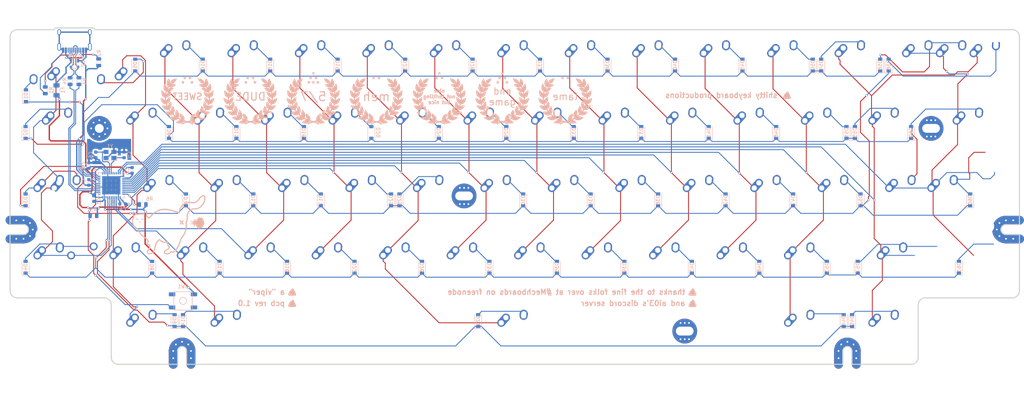
<source format=kicad_pcb>
(kicad_pcb (version 20171130) (host pcbnew 5.1.9)
  (layers (0 F.Cu signal) (31 B.Cu signal) (34 B.Paste user) (35 F.Paste user) (36 B.SilkS user) (37 F.SilkS user) (38 B.Mask user) (39 F.Mask user) (44 Edge.Cuts user))
  (net 0 "")
  (net 1 +5V)
  (net 2 GND)
  (net 3 "Net-(C5-Pad1)")
  (net 4 "Net-(C6-Pad1)")
  (net 5 "Net-(C7-Pad1)")
  (net 6 ROW2)
  (net 7 "Net-(D1-Pad2)")
  (net 8 ROW1)
  (net 9 "Net-(D2-Pad2)")
  (net 10 ROW4)
  (net 11 "Net-(D3-Pad2)")
  (net 12 ROW3)
  (net 13 "Net-(D4-Pad2)")
  (net 14 "Net-(D5-Pad2)")
  (net 15 "Net-(D6-Pad2)")
  (net 16 "Net-(D7-Pad2)")
  (net 17 "Net-(D8-Pad2)")
  (net 18 "Net-(D9-Pad2)")
  (net 19 ROW0)
  (net 20 "Net-(D10-Pad2)")
  (net 21 "Net-(D11-Pad2)")
  (net 22 "Net-(D12-Pad2)")
  (net 23 "Net-(D13-Pad2)")
  (net 24 "Net-(D14-Pad2)")
  (net 25 "Net-(D15-Pad2)")
  (net 26 "Net-(D16-Pad2)")
  (net 27 "Net-(D17-Pad2)")
  (net 28 "Net-(D18-Pad2)")
  (net 29 "Net-(D19-Pad2)")
  (net 30 "Net-(D20-Pad2)")
  (net 31 "Net-(D21-Pad2)")
  (net 32 "Net-(D22-Pad2)")
  (net 33 "Net-(D23-Pad2)")
  (net 34 "Net-(D24-Pad2)")
  (net 35 "Net-(D25-Pad2)")
  (net 36 "Net-(D26-Pad2)")
  (net 37 "Net-(D27-Pad2)")
  (net 38 "Net-(D28-Pad2)")
  (net 39 "Net-(D29-Pad2)")
  (net 40 "Net-(D30-Pad2)")
  (net 41 "Net-(D31-Pad2)")
  (net 42 "Net-(D32-Pad2)")
  (net 43 "Net-(D33-Pad2)")
  (net 44 "Net-(D34-Pad2)")
  (net 45 "Net-(D35-Pad2)")
  (net 46 "Net-(D36-Pad2)")
  (net 47 "Net-(D37-Pad2)")
  (net 48 "Net-(D38-Pad2)")
  (net 49 "Net-(D39-Pad2)")
  (net 50 "Net-(D40-Pad2)")
  (net 51 "Net-(D41-Pad2)")
  (net 52 "Net-(D42-Pad2)")
  (net 53 "Net-(D43-Pad2)")
  (net 54 "Net-(D44-Pad2)")
  (net 55 "Net-(D45-Pad2)")
  (net 56 "Net-(D46-Pad2)")
  (net 57 "Net-(D47-Pad2)")
  (net 58 "Net-(D48-Pad2)")
  (net 59 "Net-(D49-Pad2)")
  (net 60 "Net-(D50-Pad2)")
  (net 61 "Net-(D51-Pad2)")
  (net 62 "Net-(D52-Pad2)")
  (net 63 "Net-(D53-Pad2)")
  (net 64 "Net-(D54-Pad2)")
  (net 65 "Net-(D55-Pad2)")
  (net 66 "Net-(D56-Pad2)")
  (net 67 "Net-(D57-Pad2)")
  (net 68 "Net-(D58-Pad2)")
  (net 69 "Net-(D59-Pad2)")
  (net 70 "Net-(D60-Pad2)")
  (net 71 "Net-(D61-Pad2)")
  (net 72 VCC)
  (net 73 RST)
  (net 74 COL7)
  (net 75 COL8)
  (net 76 COL9)
  (net 77 COL1)
  (net 78 COL2)
  (net 79 COL3)
  (net 80 COL4)
  (net 81 COL5)
  (net 82 COL6)
  (net 83 COL10)
  (net 84 COL11)
  (net 85 COL12)
  (net 86 COL0)
  (net 87 "Net-(R1-Pad2)")
  (net 88 "Net-(R2-Pad2)")
  (net 89 "Net-(R3-Pad2)")
  (net 90 D+)
  (net 91 D-)
  (net 92 "Net-(R6-Pad2)")
  (net 93 COL13)
  (net 94 "Net-(R4-Pad2)")
  (module MX_Alps_Duo:MX-1U-NoLED (layer F.Cu) (at 57.9438 68.2625)
    (fp_text reference K_X1)
    (fp_text value MX-NoLED)
    (pad 2 thru_hole oval (at 2.5 -4.5 86.0548) (size 2.831378 2.25) (drill 1.47 (offset 0.290689 0)) (layers *.Cu B.Mask) (net 28 "Net-(D18-Pad2)"))
    (pad 2 thru_hole circle (at 2.54 -5.08) (size 2.25 2.25) (drill 1.47) (layers *.Cu B.Mask) (net 28 "Net-(D18-Pad2)"))
    (pad 1 thru_hole oval (at -3.81 -2.54 48.0996) (size 4.211556 2.25) (drill 1.47 (offset 0.980778 0)) (layers *.Cu B.Mask) (net 79 COL3))
    (pad "" np_thru_hole circle (at 0 0) (size 3.9878 3.9878) (drill 3.9878) (layers *.Cu *.Mask))
    (pad 1 thru_hole circle (at -2.5 -4) (size 2.25 2.25) (drill 1.47) (layers *.Cu B.Mask) (net 79 COL3))
    (pad "" np_thru_hole circle (at -5.08 0 48.0996) (size 1.75 1.75) (drill 1.75) (layers *.Cu *.Mask))
    (pad "" np_thru_hole circle (at 5.08 0 48.0996) (size 1.75 1.75) (drill 1.75) (layers *.Cu *.Mask))
  )
  (module locallib:QFN-44-1EP_7x7mm_Pitch0.5mm (layer B.Cu) (at 15.46775 45.8978)
    (fp_text reference U1 (at 0 4.75) (layer B.SilkS) (effects (justify mirror)))
    (fp_text value ATmega32U4-MU-MCU_Microchip_ATmega)
    (pad 1 smd rect (at -3.4 2.5) (size 0.7 0.25) (layers B.Cu B.Paste B.Mask))
    (pad 2 smd rect (at -3.4 2) (size 0.7 0.25) (layers B.Cu B.Paste B.Mask) (net 1 +5V))
    (pad 3 smd rect (at -3.4 1.5) (size 0.7 0.25) (layers B.Cu B.Paste B.Mask) (net 91 D-))
    (pad 4 smd rect (at -3.4 1) (size 0.7 0.25) (layers B.Cu B.Paste B.Mask) (net 90 D+))
    (pad 5 smd rect (at -3.4 0.5) (size 0.7 0.25) (layers B.Cu B.Paste B.Mask) (net 2 GND))
    (pad 6 smd rect (at -3.4 0) (size 0.7 0.25) (layers B.Cu B.Paste B.Mask) (net 5 "Net-(C7-Pad1)"))
    (pad 7 smd rect (at -3.4 -0.5) (size 0.7 0.25) (layers B.Cu B.Paste B.Mask) (net 1 +5V))
    (pad 8 smd rect (at -3.4 -1) (size 0.7 0.25) (layers B.Cu B.Paste B.Mask))
    (pad 9 smd rect (at -3.4 -1.5) (size 0.7 0.25) (layers B.Cu B.Paste B.Mask) (net 19 ROW0))
    (pad 10 smd rect (at -3.4 -2) (size 0.7 0.25) (layers B.Cu B.Paste B.Mask) (net 8 ROW1))
    (pad 11 smd rect (at -3.4 -2.5) (size 0.7 0.25) (layers B.Cu B.Paste B.Mask) (net 6 ROW2))
    (pad 12 smd rect (at -2.5 -3.4 270) (size 0.7 0.25) (layers B.Cu B.Paste B.Mask))
    (pad 13 smd rect (at -2 -3.4 270) (size 0.7 0.25) (layers B.Cu B.Paste B.Mask) (net 73 RST))
    (pad 14 smd rect (at -1.5 -3.4 270) (size 0.7 0.25) (layers B.Cu B.Paste B.Mask) (net 1 +5V))
    (pad 15 smd rect (at -1 -3.4 270) (size 0.7 0.25) (layers B.Cu B.Paste B.Mask) (net 2 GND))
    (pad 16 smd rect (at -0.5 -3.4 270) (size 0.7 0.25) (layers B.Cu B.Paste B.Mask) (net 4 "Net-(C6-Pad1)"))
    (pad 17 smd rect (at 0 -3.4 270) (size 0.7 0.25) (layers B.Cu B.Paste B.Mask) (net 3 "Net-(C5-Pad1)"))
    (pad 18 smd rect (at 0.5 -3.4 270) (size 0.7 0.25) (layers B.Cu B.Paste B.Mask))
    (pad 19 smd rect (at 1 -3.4 270) (size 0.7 0.25) (layers B.Cu B.Paste B.Mask))
    (pad 20 smd rect (at 1.5 -3.4 270) (size 0.7 0.25) (layers B.Cu B.Paste B.Mask))
    (pad 21 smd rect (at 2 -3.4 270) (size 0.7 0.25) (layers B.Cu B.Paste B.Mask) (net 93 COL13))
    (pad 22 smd rect (at 2.5 -3.4 270) (size 0.7 0.25) (layers B.Cu B.Paste B.Mask) (net 85 COL12))
    (pad 23 smd rect (at 3.4 -2.5) (size 0.7 0.25) (layers B.Cu B.Paste B.Mask) (net 2 GND))
    (pad 24 smd rect (at 3.4 -2) (size 0.7 0.25) (layers B.Cu B.Paste B.Mask) (net 1 +5V))
    (pad 25 smd rect (at 3.4 -1.5) (size 0.7 0.25) (layers B.Cu B.Paste B.Mask) (net 84 COL11))
    (pad 26 smd rect (at 3.4 -1) (size 0.7 0.25) (layers B.Cu B.Paste B.Mask) (net 83 COL10))
    (pad 27 smd rect (at 3.4 -0.5) (size 0.7 0.25) (layers B.Cu B.Paste B.Mask) (net 76 COL9))
    (pad 28 smd rect (at 3.4 0) (size 0.7 0.25) (layers B.Cu B.Paste B.Mask) (net 75 COL8))
    (pad 29 smd rect (at 3.4 0.5) (size 0.7 0.25) (layers B.Cu B.Paste B.Mask) (net 74 COL7))
    (pad 30 smd rect (at 3.4 1) (size 0.7 0.25) (layers B.Cu B.Paste B.Mask) (net 82 COL6))
    (pad 31 smd rect (at 3.4 1.5) (size 0.7 0.25) (layers B.Cu B.Paste B.Mask) (net 81 COL5))
    (pad 32 smd rect (at 3.4 2) (size 0.7 0.25) (layers B.Cu B.Paste B.Mask) (net 80 COL4))
    (pad 33 smd rect (at 3.4 2.5) (size 0.7 0.25) (layers B.Cu B.Paste B.Mask) (net 92 "Net-(R6-Pad2)"))
    (pad 34 smd rect (at 2.5 3.4 270) (size 0.7 0.25) (layers B.Cu B.Paste B.Mask) (net 1 +5V))
    (pad 35 smd rect (at 2 3.4 270) (size 0.7 0.25) (layers B.Cu B.Paste B.Mask) (net 2 GND))
    (pad 36 smd rect (at 1.5 3.4 270) (size 0.7 0.25) (layers B.Cu B.Paste B.Mask) (net 77 COL1))
    (pad 37 smd rect (at 1 3.4 270) (size 0.7 0.25) (layers B.Cu B.Paste B.Mask) (net 79 COL3))
    (pad 38 smd rect (at 0.5 3.4 270) (size 0.7 0.25) (layers B.Cu B.Paste B.Mask) (net 78 COL2))
    (pad 39 smd rect (at 0 3.4 270) (size 0.7 0.25) (layers B.Cu B.Paste B.Mask) (net 86 COL0))
    (pad 40 smd rect (at -0.5 3.4 270) (size 0.7 0.25) (layers B.Cu B.Paste B.Mask) (net 10 ROW4))
    (pad 41 smd rect (at -1 3.4 270) (size 0.7 0.25) (layers B.Cu B.Paste B.Mask) (net 12 ROW3))
    (pad 42 smd rect (at -1.5 3.4 270) (size 0.7 0.25) (layers B.Cu B.Paste B.Mask))
    (pad 43 smd rect (at -2 3.4 270) (size 0.7 0.25) (layers B.Cu B.Paste B.Mask) (net 2 GND))
    (pad 44 smd rect (at -2.5 3.4 270) (size 0.7 0.25) (layers B.Cu B.Paste B.Mask) (net 1 +5V))
    (pad 45 smd rect (at 1.93125 -1.93125) (size 1.2875 1.2875) (layers B.Cu B.Paste B.Mask) (net 2 GND))
    (pad 45 smd rect (at 1.93125 -0.64375) (size 1.2875 1.2875) (layers B.Cu B.Paste B.Mask) (net 2 GND))
    (pad 45 smd rect (at 1.93125 0.64375) (size 1.2875 1.2875) (layers B.Cu B.Paste B.Mask) (net 2 GND))
    (pad 45 smd rect (at 1.93125 1.93125) (size 1.2875 1.2875) (layers B.Cu B.Paste B.Mask) (net 2 GND))
    (pad 45 smd rect (at 0.64375 -1.93125) (size 1.2875 1.2875) (layers B.Cu B.Paste B.Mask) (net 2 GND))
    (pad 45 smd rect (at 0.64375 -0.64375) (size 1.2875 1.2875) (layers B.Cu B.Paste B.Mask) (net 2 GND))
    (pad 45 smd rect (at 0.64375 0.64375) (size 1.2875 1.2875) (layers B.Cu B.Paste B.Mask) (net 2 GND))
    (pad 45 smd rect (at 0.64375 1.93125) (size 1.2875 1.2875) (layers B.Cu B.Paste B.Mask) (net 2 GND))
    (pad 45 smd rect (at -0.64375 -1.93125) (size 1.2875 1.2875) (layers B.Cu B.Paste B.Mask) (net 2 GND))
    (pad 45 smd rect (at -0.64375 -0.64375) (size 1.2875 1.2875) (layers B.Cu B.Paste B.Mask) (net 2 GND))
    (pad 45 smd rect (at -0.64375 0.64375) (size 1.2875 1.2875) (layers B.Cu B.Paste B.Mask) (net 2 GND))
    (pad 45 smd rect (at -0.64375 1.93125) (size 1.2875 1.2875) (layers B.Cu B.Paste B.Mask) (net 2 GND))
    (pad 45 smd rect (at -1.93125 -1.93125) (size 1.2875 1.2875) (layers B.Cu B.Paste B.Mask) (net 2 GND))
    (pad 45 smd rect (at -1.93125 -0.64375) (size 1.2875 1.2875) (layers B.Cu B.Paste B.Mask) (net 2 GND))
    (pad 45 smd rect (at -1.93125 0.64375) (size 1.2875 1.2875) (layers B.Cu B.Paste B.Mask) (net 2 GND))
    (pad 45 smd rect (at -1.93125 1.93125) (size 1.2875 1.2875) (layers B.Cu B.Paste B.Mask) (net 2 GND))
  )
  (module locallib:fart8 (layer B.Cu) (at 39.7383 56.5404 86.5)
    (fp_text reference fart8 hide)
    (fp_text value G*** hide)
  )
  (module locallib:60_Outline-Viper (layer F.Cu) (at 129.381 49.2125)
    (fp_text reference REF** hide)
    (fp_text value 60_Outline_Viper)
    (fp_line (start -92.675 43.5) (end -92.675 47.3) (layer Edge.Cuts) (width 0.3))
    (fp_line (start -95.175 43.5) (end -95.175 47.3) (layer Edge.Cuts) (width 0.3))
    (fp_line (start 95.175 47.3) (end 111.925 47.3) (layer Edge.Cuts) (width 0.3))
    (fp_line (start -92.675 47.3) (end 92.675 47.3) (layer Edge.Cuts) (width 0.3))
    (fp_line (start 113.925 45.3) (end 113.925 30.5115) (layer Edge.Cuts) (width 0.3))
    (fp_line (start 115.925 28.5115) (end 140.5 28.5115) (layer Edge.Cuts) (width 0.3))
    (fp_line (start -113.925 45.3) (end -113.925 30.5115) (layer Edge.Cuts) (width 0.3))
    (fp_line (start -115.925 28.5115) (end -140.5 28.5115) (layer Edge.Cuts) (width 0.3))
    (fp_line (start -111.925 47.3) (end -95.175 47.3) (layer Edge.Cuts) (width 0.3))
    (fp_line (start 140.5 -47.3) (end -118.3 -47.3) (layer Edge.Cuts) (width 0.3))
    (fp_line (start -142.5 26.5115) (end -142.5 10.6) (layer Edge.Cuts) (width 0.3))
    (fp_line (start -142.5 10.6) (end -138.7 10.6) (layer Edge.Cuts) (width 0.3))
    (fp_line (start -138.7 7.8) (end -142.5 7.8) (layer Edge.Cuts) (width 0.3))
    (fp_line (start -142.5 7.8) (end -142.5 -45.3) (layer Edge.Cuts) (width 0.3))
    (fp_line (start 142.5 10.6) (end 142.5 26.5115) (layer Edge.Cuts) (width 0.3))
    (fp_line (start 142.5 7.8) (end 142.5 -45.3) (layer Edge.Cuts) (width 0.3))
    (fp_line (start 138.7 10.6) (end 142.5 10.6) (layer Edge.Cuts) (width 0.3))
    (fp_line (start 138.7 7.8) (end 142.5 7.8) (layer Edge.Cuts) (width 0.3))
    (fp_line (start -142.5 6.54905) (end -138.7 6.54905) (layer F.Cu) (width 2.5019))
    (fp_line (start -142.5 6.54905) (end -138.7 6.54905) (layer B.Cu) (width 2.5019))
    (fp_line (start -142.5 11.85095) (end -138.7 11.85095) (layer B.Cu) (width 2.5019))
    (fp_line (start -142.5 11.85095) (end -138.7 11.85095) (layer F.Cu) (width 2.5019))
    (fp_line (start 138.7 11.85095) (end 142.55 11.85095) (layer F.Cu) (width 2.5019))
    (fp_line (start 138.7 6.54905) (end 142.5 6.54905) (layer B.Cu) (width 2.5019))
    (fp_line (start 138.7 6.54905) (end 142.5 6.54905) (layer F.Cu) (width 2.5019))
    (fp_line (start 138.7 11.85095) (end 142.55 11.85095) (layer B.Cu) (width 2.5019))
    (fp_line (start -129.8 -47.8) (end -118.8 -47.8) (layer Edge.Cuts) (width 0.3))
    (fp_line (start -140.5 -47.3) (end -130.3 -47.3) (layer Edge.Cuts) (width 0.3))
    (fp_line (start -96.425 47.3) (end -96.425 43.5) (layer B.Cu) (width 2.5019))
    (fp_line (start -91.425 47.3) (end -91.425 43.5) (layer B.Cu) (width 2.5019))
    (fp_line (start -96.425 47.3) (end -96.425 43.5) (layer F.Cu) (width 2.5019))
    (fp_line (start -91.425 47.3) (end -91.425 43.5) (layer F.Cu) (width 2.5019))
    (fp_line (start 96.425 47.3) (end 96.425 43.5) (layer B.Cu) (width 2.5019))
    (fp_line (start 96.425 47.3) (end 96.425 43.5) (layer F.Cu) (width 2.5019))
    (fp_line (start 92.675 43.5) (end 92.675 47.3) (layer Edge.Cuts) (width 0.3))
    (fp_line (start 95.175 43.5) (end 95.175 47.3) (layer Edge.Cuts) (width 0.3))
    (fp_line (start 91.425 47.3) (end 91.425 43.5) (layer B.Cu) (width 2.5019))
    (fp_line (start 91.425 47.3) (end 91.425 43.5) (layer F.Cu) (width 2.5019))
    (fp_arc (start 93.925 43.5) (end 92.675 43.5) (angle 90) (layer Edge.Cuts) (width 0.3))
    (fp_arc (start 93.925 43.5) (end 93.925 42.25) (angle 90) (layer Edge.Cuts) (width 0.3))
    (fp_arc (start 93.925 43.5) (end 93.925 41) (angle 90) (layer B.Cu) (width 2.5019))
    (fp_arc (start 93.925 43.5) (end 93.925 41) (angle 90) (layer F.Cu) (width 2.5019))
    (fp_arc (start 93.925 43.5) (end 91.425 43.5) (angle 90) (layer F.Cu) (width 2.5019))
    (fp_arc (start 93.925 43.5) (end 91.425 43.5) (angle 90) (layer B.Cu) (width 2.5019))
    (fp_arc (start -93.925 43.5) (end -93.925 41) (angle 90) (layer B.Cu) (width 2.5019))
    (fp_arc (start -93.925 43.5) (end -93.925 41) (angle 90) (layer F.Cu) (width 2.5019))
    (fp_arc (start 111.925 45.3) (end 111.925 47.3) (angle -90) (layer Edge.Cuts) (width 0.3))
    (fp_arc (start 140.5 26.5115) (end 140.5 28.5115) (angle -90) (layer Edge.Cuts) (width 0.3))
    (fp_arc (start 115.925 30.5115) (end 113.925 30.5115) (angle 90) (layer Edge.Cuts) (width 0.3))
    (fp_arc (start -111.925 45.3) (end -111.925 47.3) (angle 90) (layer Edge.Cuts) (width 0.3))
    (fp_arc (start -115.925 30.5115) (end -115.925 28.5115) (angle 90) (layer Edge.Cuts) (width 0.3))
    (fp_arc (start -140.5 26.5115) (end -140.5 28.5115) (angle 90) (layer Edge.Cuts) (width 0.3))
    (fp_arc (start -93.925 43.5) (end -96.425 43.5) (angle 90) (layer F.Cu) (width 2.5019))
    (fp_arc (start -93.925 43.5) (end -96.425 43.5) (angle 90) (layer B.Cu) (width 2.5019))
    (fp_arc (start -118.3 -47.8) (end -118.3 -47.3) (angle 90) (layer Edge.Cuts) (width 0.3))
    (fp_arc (start -130.3 -47.8) (end -129.8 -47.8) (angle 90) (layer Edge.Cuts) (width 0.3))
    (fp_arc (start 138.7 9.2) (end 136.04905 9.2) (angle -90) (layer F.Cu) (width 2.5019))
    (fp_arc (start 138.7 9.2) (end 138.7 6.54905) (angle -90) (layer F.Cu) (width 2.5019))
    (fp_arc (start 138.7 9.2) (end 136.04905 9.2) (angle -90) (layer B.Cu) (width 2.5019))
    (fp_arc (start 138.7 9.2) (end 138.7 6.54905) (angle -90) (layer B.Cu) (width 2.5019))
    (fp_arc (start -138.7 9.2) (end -138.7 6.54905) (angle 90) (layer B.Cu) (width 2.5019))
    (fp_arc (start -138.7 9.2) (end -136.04905 9.2) (angle 90) (layer B.Cu) (width 2.5019))
    (fp_arc (start -138.7 9.2) (end -138.7 6.54905) (angle 90) (layer F.Cu) (width 2.5019))
    (fp_arc (start -138.7 9.2) (end -136.04905 9.2) (angle 90) (layer F.Cu) (width 2.5019))
    (fp_arc (start -138.7 9.2) (end -137.3 9.2) (angle 90) (layer Edge.Cuts) (width 0.3))
    (fp_arc (start 138.7 9.2) (end 137.3 9.2) (angle -90) (layer Edge.Cuts) (width 0.3))
    (fp_arc (start 138.7 9.2) (end 138.7 7.8) (angle -90) (layer Edge.Cuts) (width 0.3))
    (fp_arc (start -138.7 9.2) (end -138.7 7.8) (angle 90) (layer Edge.Cuts) (width 0.3))
    (fp_arc (start 140.5 -45.3) (end 140.5 -47.3) (angle 90) (layer Edge.Cuts) (width 0.3))
    (fp_arc (start -140.5 -45.3) (end -142.5 -45.3) (angle 90) (layer Edge.Cuts) (width 0.3))
    (fp_arc (start -93.925 43.5) (end -95.175 43.5) (angle 90) (layer Edge.Cuts) (width 0.3))
    (fp_arc (start -93.925 43.5) (end -93.925 42.25) (angle 90) (layer Edge.Cuts) (width 0.3))
    (pad 1 thru_hole circle (at 91.425 45.568235 90) (size 1 1) (drill 0.5) (layers *.Cu *.Mask))
    (pad 1 thru_hole circle (at 96.425 43.5262 90) (size 1 1) (drill 0.5) (layers *.Cu *.Mask))
    (pad 1 thru_hole circle (at 96.425 45.568235 90) (size 1 1) (drill 0.5) (layers *.Cu *.Mask))
    (pad 1 thru_hole circle (at 91.425 43.5262 90) (size 1 1) (drill 0.5) (layers *.Cu *.Mask))
    (pad 1 thru_hole circle (at 92.175 41.687722 90) (size 1 1) (drill 0.5) (layers *.Cu *.Mask))
    (pad 1 thru_hole circle (at 95.675 41.687722 90) (size 1 1) (drill 0.5) (layers *.Cu *.Mask))
    (pad 1 thru_hole circle (at 93.925 40.9262 90) (size 1 1) (drill 0.5) (layers *.Cu *.Mask))
    (pad 1 thru_hole circle (at -91.425 45.568235 90) (size 1 1) (drill 0.5) (layers *.Cu *.Mask))
    (pad 1 thru_hole circle (at -96.425 43.5262 90) (size 1 1) (drill 0.5) (layers *.Cu *.Mask))
    (pad 1 thru_hole circle (at -95.675 41.687722 90) (size 1 1) (drill 0.5) (layers *.Cu *.Mask))
    (pad 1 thru_hole circle (at -96.425 45.568235 90) (size 1 1) (drill 0.5) (layers *.Cu *.Mask))
    (pad 1 thru_hole circle (at -91.425 43.5262 90) (size 1 1) (drill 0.5) (layers *.Cu *.Mask))
    (pad 1 thru_hole circle (at -93.925 40.9262 90) (size 1 1) (drill 0.5) (layers *.Cu *.Mask))
    (pad 1 thru_hole circle (at -92.175 41.687722 90) (size 1 1) (drill 0.5) (layers *.Cu *.Mask))
    (pad 1 thru_hole circle (at -117.3 -19.4) (size 7.0013 7.0013) (drill 2.4994) (layers *.Cu *.Mask))
    (pad 1 thru_hole circle (at -14.3 -0.3) (size 7.00024 7.00024) (drill oval 5.00126 2.49936) (layers *.Cu *.Mask))
    (pad 1 thru_hole circle (at 48 37.9) (size 7.00024 7.00024) (drill oval 5.00126 2.49936) (layers *.Cu *.Mask))
    (pad 1 thru_hole circle (at 117.55 -19.4) (size 7.00024 7.00024) (drill oval 5.00126 2.49936) (layers *.Cu *.Mask))
    (pad 1 thru_hole circle (at -117.3 -21.7) (size 1 1) (drill 0.5) (layers *.Cu *.Mask))
    (pad 1 thru_hole circle (at -119.6 -19.4) (size 1 1) (drill 0.5) (layers *.Cu *.Mask))
    (pad 1 thru_hole circle (at -115 -19.4) (size 1 1) (drill 0.5) (layers *.Cu *.Mask))
    (pad 1 thru_hole circle (at -117.3 -17.1) (size 1 1) (drill 0.5) (layers *.Cu *.Mask))
    (pad 1 thru_hole circle (at -118.926346 -21.026346) (size 1 1) (drill 0.5) (layers *.Cu *.Mask))
    (pad 1 thru_hole circle (at -115.673654 -21.026346) (size 1 1) (drill 0.5) (layers *.Cu *.Mask))
    (pad 1 thru_hole circle (at -118.926346 -17.773654) (size 1 1) (drill 0.5) (layers *.Cu *.Mask))
    (pad 1 thru_hole circle (at -115.673654 -17.773654) (size 1 1) (drill 0.5) (layers *.Cu *.Mask))
    (pad 1 thru_hole circle (at 117.55 -21.7) (size 1 1) (drill 0.5) (layers *.Cu *.Mask))
    (pad 1 thru_hole circle (at 117.55 -17.1) (size 1 1) (drill 0.5) (layers *.Cu *.Mask))
    (pad 1 thru_hole circle (at 118.75 -17.1) (size 1 1) (drill 0.5) (layers *.Cu *.Mask))
    (pad 1 thru_hole circle (at 116.35 -17.1) (size 1 1) (drill 0.5) (layers *.Cu *.Mask))
    (pad 1 thru_hole circle (at 116.35 -21.7) (size 1 1) (drill 0.5) (layers *.Cu *.Mask))
    (pad 1 thru_hole circle (at 118.75 -21.717) (size 1 1) (drill 0.5) (layers *.Cu *.Mask))
    (pad 1 thru_hole circle (at 48 35.6) (size 1 1) (drill 0.5) (layers *.Cu *.Mask))
    (pad 1 thru_hole circle (at 48 40.2) (size 1 1) (drill 0.5) (layers *.Cu *.Mask))
    (pad 1 thru_hole circle (at 49.2 35.6) (size 1 1) (drill 0.5) (layers *.Cu *.Mask))
    (pad 1 thru_hole circle (at 46.8 35.6) (size 1 1) (drill 0.5) (layers *.Cu *.Mask))
    (pad 1 thru_hole circle (at 46.8 40.2) (size 1 1) (drill 0.5) (layers *.Cu *.Mask))
    (pad 1 thru_hole circle (at 49.2 40.2) (size 1 1) (drill 0.5) (layers *.Cu *.Mask))
    (pad 1 thru_hole circle (at -14.3 -2.6) (size 1 1) (drill 0.5) (layers *.Cu *.Mask))
    (pad 1 thru_hole circle (at -13.1 -2.6) (size 1 1) (drill 0.5) (layers *.Cu *.Mask))
    (pad 1 thru_hole circle (at -15.5 -2.6) (size 1 1) (drill 0.5) (layers *.Cu *.Mask))
    (pad 1 thru_hole circle (at -14.3 2) (size 1 1) (drill 0.5) (layers *.Cu *.Mask))
    (pad 1 thru_hole circle (at -15.5 2) (size 1 1) (drill 0.5) (layers *.Cu *.Mask))
    (pad 1 thru_hole circle (at -13.1 2) (size 1 1) (drill 0.5) (layers *.Cu *.Mask))
    (pad 1 thru_hole circle (at -136.1 9.2) (size 1 1) (drill 0.5) (layers *.Cu *.Mask))
    (pad 1 thru_hole circle (at -138.7 6.6) (size 1 1) (drill 0.5) (layers *.Cu *.Mask))
    (pad 1 thru_hole circle (at -138.7 11.8) (size 1 1) (drill 0.5) (layers *.Cu *.Mask))
    (pad 1 thru_hole circle (at -136.861522 7.361522) (size 1 1) (drill 0.5) (layers *.Cu *.Mask))
    (pad 1 thru_hole circle (at -136.861522 11.038478) (size 1 1) (drill 0.5) (layers *.Cu *.Mask))
    (pad 1 thru_hole circle (at -140.742035 6.6) (size 1 1) (drill 0.5) (layers *.Cu *.Mask))
    (pad 1 thru_hole circle (at -140.742035 11.8) (size 1 1) (drill 0.5) (layers *.Cu *.Mask))
    (pad 1 thru_hole circle (at 136.1 9.2) (size 1 1) (drill 0.5) (layers *.Cu *.Mask))
    (pad 1 thru_hole circle (at 136.861522 7.361522) (size 1 1) (drill 0.5) (layers *.Cu *.Mask))
    (pad 1 thru_hole circle (at 138.7 6.6) (size 1 1) (drill 0.5) (layers *.Cu *.Mask))
    (pad 1 thru_hole circle (at 140.742035 6.6) (size 1 1) (drill 0.5) (layers *.Cu *.Mask))
    (pad 1 thru_hole circle (at 140.742035 11.8) (size 1 1) (drill 0.5) (layers *.Cu *.Mask))
    (pad 1 thru_hole circle (at 138.7 11.8) (size 1 1) (drill 0.5) (layers *.Cu *.Mask))
    (pad 1 thru_hole circle (at 136.861522 11.038478) (size 1 1) (drill 0.5) (layers *.Cu *.Mask))
  )
  (module locallib:turd2 (layer B.Cu) (at 66.548 79.248 180)
    (fp_text reference turd2 hide)
    (fp_text value G*** hide)
  )
  (module locallib:turd2 (layer B.Cu) (at 66.548 76.073 180)
    (fp_text reference turd2 hide)
    (fp_text value G*** hide)
  )
  (module locallib:turd2 (layer B.Cu) (at 179.578 79.248 180)
    (fp_text reference turd2 hide)
    (fp_text value G*** hide)
  )
  (module locallib:turd2 (layer B.Cu) (at 179.578 76.073 180)
    (fp_text reference turd2 hide)
    (fp_text value G*** hide)
  )
  (module locallib:turd2 (layer B.Cu) (at 206.248 20.447 180)
    (fp_text reference turd2 hide)
    (fp_text value G*** hide)
  )
  (module locallib:star1 (layer B.Cu) (at 72.517 14.224 180)
    (fp_text reference star1 hide)
    (fp_text value G*** hide)
  )
  (module locallib:star1 (layer B.Cu) (at 35.687 16.764 180)
    (fp_text reference star1 hide)
    (fp_text value G*** hide)
  )
  (module locallib:star1 (layer B.Cu) (at 72.517 16.764 180)
    (fp_text reference star1 hide)
    (fp_text value G*** hide)
  )
  (module locallib:star1 (layer B.Cu) (at 125.095 15.494 180)
    (fp_text reference star1 hide)
    (fp_text value G*** hide)
  )
  (module locallib:star1 (layer B.Cu) (at 56.007 16.764 180)
    (fp_text reference star1 hide)
    (fp_text value G*** hide)
  )
  (module locallib:laurels10 (layer B.Cu) (at 72.517 22.225 180)
    (fp_text reference cateye10 hide)
    (fp_text value G*** hide)
  )
  (module locallib:laurels10 (layer B.Cu) (at 54.737 22.225 180)
    (fp_text reference cateye10 hide)
    (fp_text value G*** hide)
  )
  (module locallib:star1 (layer B.Cu) (at 144.399 15.494 180)
    (fp_text reference star1 hide)
    (fp_text value G*** hide)
  )
  (module locallib:star1 (layer B.Cu) (at 36.195 15.494 180)
    (fp_text reference star1 hide)
    (fp_text value G*** hide)
  )
  (module locallib:star1 (layer B.Cu) (at 73.787 16.764 180)
    (fp_text reference star1 hide)
    (fp_text value G*** hide)
  )
  (module locallib:star1 (layer B.Cu) (at 55.499 15.494 180)
    (fp_text reference star1 hide)
    (fp_text value G*** hide)
  )
  (module locallib:laurels10 (layer B.Cu) (at 36.957 22.225 180)
    (fp_text reference cateye10 hide)
    (fp_text value G*** hide)
  )
  (module locallib:star1 (layer B.Cu) (at 126.619 15.494 180)
    (fp_text reference star1 hide)
    (fp_text value G*** hide)
  )
  (module locallib:star1 (layer B.Cu) (at 142.875 15.494 180)
    (fp_text reference star1 hide)
    (fp_text value G*** hide)
  )
  (module locallib:star1 (layer B.Cu) (at 71.755 15.494 180)
    (fp_text reference star1 hide)
    (fp_text value G*** hide)
  )
  (module locallib:star1 (layer B.Cu) (at 108.077 14.224 180)
    (fp_text reference star1 hide)
    (fp_text value G*** hide)
  )
  (module locallib:star1 (layer B.Cu) (at 91.059 15.494 180)
    (fp_text reference star1 hide)
    (fp_text value G*** hide)
  )
  (module locallib:star1 (layer B.Cu) (at 38.227 16.764 180)
    (fp_text reference star1 hide)
    (fp_text value G*** hide)
  )
  (module locallib:star1 (layer B.Cu) (at 73.279 15.494 180)
    (fp_text reference star1 hide)
    (fp_text value G*** hide)
  )
  (module locallib:star1 (layer B.Cu) (at 125.857 14.224 180)
    (fp_text reference star1 hide)
    (fp_text value G*** hide)
  )
  (module locallib:star1 (layer B.Cu) (at 124.587 16.764 180)
    (fp_text reference star1 hide)
    (fp_text value G*** hide)
  )
  (module locallib:laurels10 (layer B.Cu) (at 90.297 22.225 180)
    (fp_text reference cateye10 hide)
    (fp_text value G*** hide)
  )
  (module locallib:star1 (layer B.Cu) (at 107.315 15.494 180)
    (fp_text reference star1 hide)
    (fp_text value G*** hide)
  )
  (module locallib:laurels10 (layer B.Cu) (at 108.077 22.225 180)
    (fp_text reference cateye10 hide)
    (fp_text value G*** hide)
  )
  (module locallib:laurels10 (layer B.Cu) (at 125.857 22.225 180)
    (fp_text reference cateye10 hide)
    (fp_text value G*** hide)
  )
  (module locallib:star1 (layer B.Cu) (at 89.535 15.494 180)
    (fp_text reference star1 hide)
    (fp_text value G*** hide)
  )
  (module locallib:star1 (layer B.Cu) (at 71.247 16.764 180)
    (fp_text reference star1 hide)
    (fp_text value G*** hide)
  )
  (module locallib:star1 (layer B.Cu) (at 108.839 15.494 180)
    (fp_text reference star1 hide)
    (fp_text value G*** hide)
  )
  (module locallib:star1 (layer B.Cu) (at 53.467 16.764 180)
    (fp_text reference star1 hide)
    (fp_text value G*** hide)
  )
  (module locallib:star1 (layer B.Cu) (at 127.127 16.764 180)
    (fp_text reference star1 hide)
    (fp_text value G*** hide)
  )
  (module locallib:star1 (layer B.Cu) (at 53.975 15.494 180)
    (fp_text reference star1 hide)
    (fp_text value G*** hide)
  )
  (module locallib:laurels10 (layer B.Cu) (at 143.637 22.225 180)
    (fp_text reference cateye10 hide)
    (fp_text value G*** hide)
  )
  (module locallib:star1 (layer B.Cu) (at 37.719 15.494 180)
    (fp_text reference star1 hide)
    (fp_text value G*** hide)
  )
  (module locallib:cateye2 (layer B.Cu) (at 22.7584 55.5498 165)
    (fp_text reference cateye2 hide)
    (fp_text value G*** hide)
  )
  (module locallib:cateye2 (layer B.Cu) (at 24.2824 55.5498 165)
    (fp_text reference cateye2 hide)
    (fp_text value G*** hide)
  )
  (module locallib:catsnout1 (layer B.Cu) (at 23.495 56.3372 180)
    (fp_text reference catsnout1 hide)
    (fp_text value G*** hide)
  )
  (module locallib:X_1 (layer B.Cu) (at 35.306 56.388 180)
    (fp_text reference X1 hide)
    (fp_text value G*** hide)
  )
  (module locallib:cat_outline20 (layer B.Cu) (at 32.07 57.44 185)
    (fp_text reference cat_outline20 hide)
    (fp_text value G*** hide)
  )
  (module Fuse:Fuse_1206_3216Metric (layer B.Cu) (at 0 19.05 90)
    (fp_text reference F1 (at 0 1.82 90) (layer B.SilkS) (effects (justify mirror)))
    (fp_text value 500mA)
    (pad 2 smd roundrect (at 1.4 0 90) (size 1.25 1.75) (layers B.Cu B.Paste B.Mask) (roundrect_rratio 0.2) (net 72 VCC))
    (pad 1 smd roundrect (at -1.4 0 90) (size 1.25 1.75) (layers B.Cu B.Paste B.Mask) (roundrect_rratio 0.2) (net 1 +5V))
  )
  (module Type-C:HRO-TYPE-C-31-M-12-Assembly (layer B.Cu) (at 5.08 0)
    (fp_text reference USB1 (at 0 9.25) (layer B.SilkS) (effects (justify mirror)))
    (fp_text value HRO-TYPE-C-31-M-12)
    (pad 12 smd rect (at 3.225 7.695) (size 0.6 1.45) (layers B.Cu B.Paste B.Mask) (net 2 GND))
    (pad 1 smd rect (at -3.225 7.695) (size 0.6 1.45) (layers B.Cu B.Paste B.Mask) (net 2 GND))
    (pad 11 smd rect (at 2.45 7.695) (size 0.6 1.45) (layers B.Cu B.Paste B.Mask) (net 72 VCC))
    (pad 2 smd rect (at -2.45 7.695) (size 0.6 1.45) (layers B.Cu B.Paste B.Mask) (net 72 VCC))
    (pad 3 smd rect (at -1.75 7.695) (size 0.3 1.45) (layers B.Cu B.Paste B.Mask))
    (pad 10 smd rect (at 1.75 7.695) (size 0.3 1.45) (layers B.Cu B.Paste B.Mask) (net 88 "Net-(R2-Pad2)"))
    (pad 4 smd rect (at -1.25 7.695) (size 0.3 1.45) (layers B.Cu B.Paste B.Mask) (net 87 "Net-(R1-Pad2)"))
    (pad 9 smd rect (at 1.25 7.695) (size 0.3 1.45) (layers B.Cu B.Paste B.Mask))
    (pad 5 smd rect (at -0.75 7.695) (size 0.3 1.45) (layers B.Cu B.Paste B.Mask) (net 94 "Net-(R4-Pad2)"))
    (pad 8 smd rect (at 0.75 7.695) (size 0.3 1.45) (layers B.Cu B.Paste B.Mask) (net 89 "Net-(R3-Pad2)"))
    (pad 7 smd rect (at 0.25 7.695) (size 0.3 1.45) (layers B.Cu B.Paste B.Mask) (net 94 "Net-(R4-Pad2)"))
    (pad 6 smd rect (at -0.25 7.695) (size 0.3 1.45) (layers B.Cu B.Paste B.Mask) (net 89 "Net-(R3-Pad2)"))
    (pad "" np_thru_hole circle (at 2.89 6.25) (size 0.65 0.65) (drill 0.65) (layers *.Cu *.Mask))
    (pad "" np_thru_hole circle (at -2.89 6.25) (size 0.65 0.65) (drill 0.65) (layers *.Cu *.Mask))
    (pad 13 thru_hole oval (at -4.32 6.78) (size 1 2.1) (drill oval 0.6 1.7) (layers *.Cu *.Mask) (net 2 GND))
    (pad 13 thru_hole oval (at 4.32 6.78) (size 1 2.1) (drill oval 0.6 1.7) (layers *.Cu *.Mask) (net 2 GND))
    (pad 13 thru_hole oval (at -4.32 2.6) (size 1 1.6) (drill oval 0.6 1.2) (layers *.Cu *.Mask) (net 2 GND))
    (pad 13 thru_hole oval (at 4.32 2.6) (size 1 1.6) (drill oval 0.6 1.2) (layers *.Cu *.Mask) (net 2 GND))
  )
  (module Diode_SMD:D_SOD-123 (layer B.Cu) (at 254.794 69.0562 90)
    (fp_text reference D61 (at 0 0 90) (layer B.SilkS) (effects (justify mirror)))
    (fp_text value SOD-123)
    (pad 2 smd rect (at 1.65 0 90) (size 0.9 1.2) (layers B.Cu B.Paste B.Mask) (net 71 "Net-(D61-Pad2)"))
    (pad 1 smd rect (at -1.65 0 90) (size 0.9 1.2) (layers B.Cu B.Paste B.Mask) (net 12 ROW3))
  )
  (module Diode_SMD:D_SOD-123 (layer B.Cu) (at 257.969 50.0062 90)
    (fp_text reference D60 (at 0 0 90) (layer B.SilkS) (effects (justify mirror)))
    (fp_text value SOD-123)
    (pad 2 smd rect (at 1.65 0 90) (size 0.9 1.2) (layers B.Cu B.Paste B.Mask) (net 70 "Net-(D60-Pad2)"))
    (pad 1 smd rect (at -1.65 0 90) (size 0.9 1.2) (layers B.Cu B.Paste B.Mask) (net 6 ROW2))
  )
  (module Diode_SMD:D_SOD-123 (layer B.Cu) (at 241.3 30.9562 90)
    (fp_text reference D59 (at 0 0 90) (layer B.SilkS) (effects (justify mirror)))
    (fp_text value SOD-123)
    (pad 2 smd rect (at 1.65 0 90) (size 0.9 1.2) (layers B.Cu B.Paste B.Mask) (net 69 "Net-(D59-Pad2)"))
    (pad 1 smd rect (at -1.65 0 90) (size 0.9 1.2) (layers B.Cu B.Paste B.Mask) (net 8 ROW1))
  )
  (module Diode_SMD:D_SOD-123 (layer B.Cu) (at 232.569 11.9062 90)
    (fp_text reference D58 (at 0 0 90) (layer B.SilkS) (effects (justify mirror)))
    (fp_text value SOD-123)
    (pad 2 smd rect (at 1.65 0 90) (size 0.9 1.2) (layers B.Cu B.Paste B.Mask) (net 68 "Net-(D58-Pad2)"))
    (pad 1 smd rect (at -1.65 0 90) (size 0.9 1.2) (layers B.Cu B.Paste B.Mask) (net 19 ROW0))
  )
  (module Diode_SMD:D_SOD-123 (layer B.Cu) (at 226.219 69.0562 90)
    (fp_text reference D57 (at 0 0 90) (layer B.SilkS) (effects (justify mirror)))
    (fp_text value SOD-123)
    (pad 2 smd rect (at 1.65 0 90) (size 0.9 1.2) (layers B.Cu B.Paste B.Mask) (net 67 "Net-(D57-Pad2)"))
    (pad 1 smd rect (at -1.65 0 90) (size 0.9 1.2) (layers B.Cu B.Paste B.Mask) (net 12 ROW3))
  )
  (module Diode_SMD:D_SOD-123 (layer B.Cu) (at 234.95 11.9062 90)
    (fp_text reference D56 (at 0 0 90) (layer B.SilkS) (effects (justify mirror)))
    (fp_text value SOD-123)
    (pad 2 smd rect (at 1.65 0 90) (size 0.9 1.2) (layers B.Cu B.Paste B.Mask) (net 66 "Net-(D56-Pad2)"))
    (pad 1 smd rect (at -1.65 0 90) (size 0.9 1.2) (layers B.Cu B.Paste B.Mask) (net 6 ROW2))
  )
  (module Diode_SMD:D_SOD-123 (layer B.Cu) (at 225.425 30.9562 90)
    (fp_text reference D55 (at 0 0 90) (layer B.SilkS) (effects (justify mirror)))
    (fp_text value SOD-123)
    (pad 2 smd rect (at 1.65 0 90) (size 0.9 1.2) (layers B.Cu B.Paste B.Mask) (net 65 "Net-(D55-Pad2)"))
    (pad 1 smd rect (at -1.65 0 90) (size 0.9 1.2) (layers B.Cu B.Paste B.Mask) (net 8 ROW1))
  )
  (module Diode_SMD:D_SOD-123 (layer B.Cu) (at 215.9 11.9062 90)
    (fp_text reference D54 (at 0 0 90) (layer B.SilkS) (effects (justify mirror)))
    (fp_text value SOD-123)
    (pad 2 smd rect (at 1.65 0 90) (size 0.9 1.2) (layers B.Cu B.Paste B.Mask) (net 64 "Net-(D54-Pad2)"))
    (pad 1 smd rect (at -1.65 0 90) (size 0.9 1.2) (layers B.Cu B.Paste B.Mask) (net 19 ROW0))
  )
  (module Diode_SMD:D_SOD-123 (layer B.Cu) (at 217.488 69.0562 90)
    (fp_text reference D53 (at 0 0 90) (layer B.SilkS) (effects (justify mirror)))
    (fp_text value SOD-123)
    (pad 2 smd rect (at 1.65 0 90) (size 0.9 1.2) (layers B.Cu B.Paste B.Mask) (net 63 "Net-(D53-Pad2)"))
    (pad 1 smd rect (at -1.65 0 90) (size 0.9 1.2) (layers B.Cu B.Paste B.Mask) (net 12 ROW3))
  )
  (module Diode_SMD:D_SOD-123 (layer B.Cu) (at 227.012 50.0062 90)
    (fp_text reference D52 (at 0 0 90) (layer B.SilkS) (effects (justify mirror)))
    (fp_text value SOD-123)
    (pad 2 smd rect (at 1.65 0 90) (size 0.9 1.2) (layers B.Cu B.Paste B.Mask) (net 62 "Net-(D52-Pad2)"))
    (pad 1 smd rect (at -1.65 0 90) (size 0.9 1.2) (layers B.Cu B.Paste B.Mask) (net 6 ROW2))
  )
  (module Diode_SMD:D_SOD-123 (layer B.Cu) (at 223.044 30.9562 90)
    (fp_text reference D51 (at 0 0 90) (layer B.SilkS) (effects (justify mirror)))
    (fp_text value SOD-123)
    (pad 2 smd rect (at 1.65 0 90) (size 0.9 1.2) (layers B.Cu B.Paste B.Mask) (net 61 "Net-(D51-Pad2)"))
    (pad 1 smd rect (at -1.65 0 90) (size 0.9 1.2) (layers B.Cu B.Paste B.Mask) (net 8 ROW1))
  )
  (module Diode_SMD:D_SOD-123 (layer B.Cu) (at 213.519 11.9062 90)
    (fp_text reference D50 (at 0 0 90) (layer B.SilkS) (effects (justify mirror)))
    (fp_text value SOD-123)
    (pad 2 smd rect (at 1.65 0 90) (size 0.9 1.2) (layers B.Cu B.Paste B.Mask) (net 60 "Net-(D50-Pad2)"))
    (pad 1 smd rect (at -1.65 0 90) (size 0.9 1.2) (layers B.Cu B.Paste B.Mask) (net 19 ROW0))
  )
  (module Diode_SMD:D_SOD-123 (layer B.Cu) (at 224.631 84.1375 90)
    (fp_text reference D49 (at 0 0 90) (layer B.SilkS) (effects (justify mirror)))
    (fp_text value SOD-123)
    (pad 2 smd rect (at 1.65 0 90) (size 0.9 1.2) (layers B.Cu B.Paste B.Mask) (net 59 "Net-(D49-Pad2)"))
    (pad 1 smd rect (at -1.65 0 90) (size 0.9 1.2) (layers B.Cu B.Paste B.Mask) (net 10 ROW4))
  )
  (module Diode_SMD:D_SOD-123 (layer B.Cu) (at 198.438 69.0562 90)
    (fp_text reference D48 (at 0 0 90) (layer B.SilkS) (effects (justify mirror)))
    (fp_text value SOD-123)
    (pad 2 smd rect (at 1.65 0 90) (size 0.9 1.2) (layers B.Cu B.Paste B.Mask) (net 58 "Net-(D48-Pad2)"))
    (pad 1 smd rect (at -1.65 0 90) (size 0.9 1.2) (layers B.Cu B.Paste B.Mask) (net 12 ROW3))
  )
  (module Diode_SMD:D_SOD-123 (layer B.Cu) (at 207.962 50.0062 90)
    (fp_text reference D47 (at 0 0 90) (layer B.SilkS) (effects (justify mirror)))
    (fp_text value SOD-123)
    (pad 2 smd rect (at 1.65 0 90) (size 0.9 1.2) (layers B.Cu B.Paste B.Mask) (net 57 "Net-(D47-Pad2)"))
    (pad 1 smd rect (at -1.65 0 90) (size 0.9 1.2) (layers B.Cu B.Paste B.Mask) (net 6 ROW2))
  )
  (module Diode_SMD:D_SOD-123 (layer B.Cu) (at 203.2 30.9562 90)
    (fp_text reference D46 (at 0 0 90) (layer B.SilkS) (effects (justify mirror)))
    (fp_text value SOD-123)
    (pad 2 smd rect (at 1.65 0 90) (size 0.9 1.2) (layers B.Cu B.Paste B.Mask) (net 56 "Net-(D46-Pad2)"))
    (pad 1 smd rect (at -1.65 0 90) (size 0.9 1.2) (layers B.Cu B.Paste B.Mask) (net 8 ROW1))
  )
  (module Diode_SMD:D_SOD-123 (layer B.Cu) (at 193.675 11.9062 90)
    (fp_text reference D45 (at 0 0 90) (layer B.SilkS) (effects (justify mirror)))
    (fp_text value SOD-123)
    (pad 2 smd rect (at 1.65 0 90) (size 0.9 1.2) (layers B.Cu B.Paste B.Mask) (net 55 "Net-(D45-Pad2)"))
    (pad 1 smd rect (at -1.65 0 90) (size 0.9 1.2) (layers B.Cu B.Paste B.Mask) (net 19 ROW0))
  )
  (module Diode_SMD:D_SOD-123 (layer B.Cu) (at 222.25 84.1375 90)
    (fp_text reference D44 (at 0 0 90) (layer B.SilkS) (effects (justify mirror)))
    (fp_text value SOD-123)
    (pad 2 smd rect (at 1.65 0 90) (size 0.9 1.2) (layers B.Cu B.Paste B.Mask) (net 54 "Net-(D44-Pad2)"))
    (pad 1 smd rect (at -1.65 0 90) (size 0.9 1.2) (layers B.Cu B.Paste B.Mask) (net 10 ROW4))
  )
  (module Diode_SMD:D_SOD-123 (layer B.Cu) (at 179.388 69.0562 90)
    (fp_text reference D43 (at 0 0 90) (layer B.SilkS) (effects (justify mirror)))
    (fp_text value SOD-123)
    (pad 2 smd rect (at 1.65 0 90) (size 0.9 1.2) (layers B.Cu B.Paste B.Mask) (net 53 "Net-(D43-Pad2)"))
    (pad 1 smd rect (at -1.65 0 90) (size 0.9 1.2) (layers B.Cu B.Paste B.Mask) (net 12 ROW3))
  )
  (module Diode_SMD:D_SOD-123 (layer B.Cu) (at 188.912 50.0062 90)
    (fp_text reference D42 (at 0 0 90) (layer B.SilkS) (effects (justify mirror)))
    (fp_text value SOD-123)
    (pad 2 smd rect (at 1.65 0 90) (size 0.9 1.2) (layers B.Cu B.Paste B.Mask) (net 52 "Net-(D42-Pad2)"))
    (pad 1 smd rect (at -1.65 0 90) (size 0.9 1.2) (layers B.Cu B.Paste B.Mask) (net 6 ROW2))
  )
  (module Diode_SMD:D_SOD-123 (layer B.Cu) (at 184.15 30.9562 90)
    (fp_text reference D41 (at 0 0 90) (layer B.SilkS) (effects (justify mirror)))
    (fp_text value SOD-123)
    (pad 2 smd rect (at 1.65 0 90) (size 0.9 1.2) (layers B.Cu B.Paste B.Mask) (net 51 "Net-(D41-Pad2)"))
    (pad 1 smd rect (at -1.65 0 90) (size 0.9 1.2) (layers B.Cu B.Paste B.Mask) (net 8 ROW1))
  )
  (module Diode_SMD:D_SOD-123 (layer B.Cu) (at 174.625 11.9062 90)
    (fp_text reference D40 (at 0 0 90) (layer B.SilkS) (effects (justify mirror)))
    (fp_text value SOD-123)
    (pad 2 smd rect (at 1.65 0 90) (size 0.9 1.2) (layers B.Cu B.Paste B.Mask) (net 50 "Net-(D40-Pad2)"))
    (pad 1 smd rect (at -1.65 0 90) (size 0.9 1.2) (layers B.Cu B.Paste B.Mask) (net 19 ROW0))
  )
  (module Diode_SMD:D_SOD-123 (layer B.Cu) (at 160.338 69.0562 90)
    (fp_text reference D39 (at 0 0 90) (layer B.SilkS) (effects (justify mirror)))
    (fp_text value SOD-123)
    (pad 2 smd rect (at 1.65 0 90) (size 0.9 1.2) (layers B.Cu B.Paste B.Mask) (net 49 "Net-(D39-Pad2)"))
    (pad 1 smd rect (at -1.65 0 90) (size 0.9 1.2) (layers B.Cu B.Paste B.Mask) (net 12 ROW3))
  )
  (module Diode_SMD:D_SOD-123 (layer B.Cu) (at 169.862 50.0062 90)
    (fp_text reference D38 (at 0 0 90) (layer B.SilkS) (effects (justify mirror)))
    (fp_text value SOD-123)
    (pad 2 smd rect (at 1.65 0 90) (size 0.9 1.2) (layers B.Cu B.Paste B.Mask) (net 48 "Net-(D38-Pad2)"))
    (pad 1 smd rect (at -1.65 0 90) (size 0.9 1.2) (layers B.Cu B.Paste B.Mask) (net 6 ROW2))
  )
  (module Diode_SMD:D_SOD-123 (layer B.Cu) (at 165.1 30.9562 90)
    (fp_text reference D37 (at 0 0 90) (layer B.SilkS) (effects (justify mirror)))
    (fp_text value SOD-123)
    (pad 2 smd rect (at 1.65 0 90) (size 0.9 1.2) (layers B.Cu B.Paste B.Mask) (net 47 "Net-(D37-Pad2)"))
    (pad 1 smd rect (at -1.65 0 90) (size 0.9 1.2) (layers B.Cu B.Paste B.Mask) (net 8 ROW1))
  )
  (module Diode_SMD:D_SOD-123 (layer B.Cu) (at 155.575 11.9062 90)
    (fp_text reference D36 (at 0 0 90) (layer B.SilkS) (effects (justify mirror)))
    (fp_text value SOD-123)
    (pad 2 smd rect (at 1.65 0 90) (size 0.9 1.2) (layers B.Cu B.Paste B.Mask) (net 46 "Net-(D36-Pad2)"))
    (pad 1 smd rect (at -1.65 0 90) (size 0.9 1.2) (layers B.Cu B.Paste B.Mask) (net 19 ROW0))
  )
  (module Diode_SMD:D_SOD-123 (layer B.Cu) (at 141.288 69.0562 90)
    (fp_text reference D35 (at 0 0 90) (layer B.SilkS) (effects (justify mirror)))
    (fp_text value SOD-123)
    (pad 2 smd rect (at 1.65 0 90) (size 0.9 1.2) (layers B.Cu B.Paste B.Mask) (net 45 "Net-(D35-Pad2)"))
    (pad 1 smd rect (at -1.65 0 90) (size 0.9 1.2) (layers B.Cu B.Paste B.Mask) (net 12 ROW3))
  )
  (module Diode_SMD:D_SOD-123 (layer B.Cu) (at 150.812 50.0062 90)
    (fp_text reference D34 (at 0 0 90) (layer B.SilkS) (effects (justify mirror)))
    (fp_text value SOD-123)
    (pad 2 smd rect (at 1.65 0 90) (size 0.9 1.2) (layers B.Cu B.Paste B.Mask) (net 44 "Net-(D34-Pad2)"))
    (pad 1 smd rect (at -1.65 0 90) (size 0.9 1.2) (layers B.Cu B.Paste B.Mask) (net 6 ROW2))
  )
  (module Diode_SMD:D_SOD-123 (layer B.Cu) (at 146.05 30.9562 90)
    (fp_text reference D33 (at 0 0 90) (layer B.SilkS) (effects (justify mirror)))
    (fp_text value SOD-123)
    (pad 2 smd rect (at 1.65 0 90) (size 0.9 1.2) (layers B.Cu B.Paste B.Mask) (net 43 "Net-(D33-Pad2)"))
    (pad 1 smd rect (at -1.65 0 90) (size 0.9 1.2) (layers B.Cu B.Paste B.Mask) (net 8 ROW1))
  )
  (module Diode_SMD:D_SOD-123 (layer B.Cu) (at 136.525 11.9062 90)
    (fp_text reference D32 (at 0 0 90) (layer B.SilkS) (effects (justify mirror)))
    (fp_text value SOD-123)
    (pad 2 smd rect (at 1.65 0 90) (size 0.9 1.2) (layers B.Cu B.Paste B.Mask) (net 42 "Net-(D32-Pad2)"))
    (pad 1 smd rect (at -1.65 0 90) (size 0.9 1.2) (layers B.Cu B.Paste B.Mask) (net 19 ROW0))
  )
  (module Diode_SMD:D_SOD-123 (layer B.Cu) (at 122.238 69.0562 90)
    (fp_text reference D31 (at 0 0 90) (layer B.SilkS) (effects (justify mirror)))
    (fp_text value SOD-123)
    (pad 2 smd rect (at 1.65 0 90) (size 0.9 1.2) (layers B.Cu B.Paste B.Mask) (net 41 "Net-(D31-Pad2)"))
    (pad 1 smd rect (at -1.65 0 90) (size 0.9 1.2) (layers B.Cu B.Paste B.Mask) (net 12 ROW3))
  )
  (module Diode_SMD:D_SOD-123 (layer B.Cu) (at 131.762 50.0062 90)
    (fp_text reference D30 (at 0 0 90) (layer B.SilkS) (effects (justify mirror)))
    (fp_text value SOD-123)
    (pad 2 smd rect (at 1.65 0 90) (size 0.9 1.2) (layers B.Cu B.Paste B.Mask) (net 40 "Net-(D30-Pad2)"))
    (pad 1 smd rect (at -1.65 0 90) (size 0.9 1.2) (layers B.Cu B.Paste B.Mask) (net 6 ROW2))
  )
  (module Diode_SMD:D_SOD-123 (layer B.Cu) (at 127 30.9562 90)
    (fp_text reference D29 (at 0 0 90) (layer B.SilkS) (effects (justify mirror)))
    (fp_text value SOD-123)
    (pad 2 smd rect (at 1.65 0 90) (size 0.9 1.2) (layers B.Cu B.Paste B.Mask) (net 39 "Net-(D29-Pad2)"))
    (pad 1 smd rect (at -1.65 0 90) (size 0.9 1.2) (layers B.Cu B.Paste B.Mask) (net 8 ROW1))
  )
  (module Diode_SMD:D_SOD-123 (layer B.Cu) (at 117.475 11.9062 90)
    (fp_text reference D28 (at 0 0 90) (layer B.SilkS) (effects (justify mirror)))
    (fp_text value SOD-123)
    (pad 2 smd rect (at 1.65 0 90) (size 0.9 1.2) (layers B.Cu B.Paste B.Mask) (net 38 "Net-(D28-Pad2)"))
    (pad 1 smd rect (at -1.65 0 90) (size 0.9 1.2) (layers B.Cu B.Paste B.Mask) (net 19 ROW0))
  )
  (module Diode_SMD:D_SOD-123 (layer B.Cu) (at 119.062 84.1375 90)
    (fp_text reference D27 (at 0 0 90) (layer B.SilkS) (effects (justify mirror)))
    (fp_text value SOD-123)
    (pad 2 smd rect (at 1.65 0 90) (size 0.9 1.2) (layers B.Cu B.Paste B.Mask) (net 37 "Net-(D27-Pad2)"))
    (pad 1 smd rect (at -1.65 0 90) (size 0.9 1.2) (layers B.Cu B.Paste B.Mask) (net 10 ROW4))
  )
  (module Diode_SMD:D_SOD-123 (layer B.Cu) (at 103.188 69.0562 90)
    (fp_text reference D26 (at 0 0 90) (layer B.SilkS) (effects (justify mirror)))
    (fp_text value SOD-123)
    (pad 2 smd rect (at 1.65 0 90) (size 0.9 1.2) (layers B.Cu B.Paste B.Mask) (net 36 "Net-(D26-Pad2)"))
    (pad 1 smd rect (at -1.65 0 90) (size 0.9 1.2) (layers B.Cu B.Paste B.Mask) (net 12 ROW3))
  )
  (module Diode_SMD:D_SOD-123 (layer B.Cu) (at 96.8375 50.0062 90)
    (fp_text reference D25 (at 0 0 90) (layer B.SilkS) (effects (justify mirror)))
    (fp_text value SOD-123)
    (pad 2 smd rect (at 1.65 0 90) (size 0.9 1.2) (layers B.Cu B.Paste B.Mask) (net 35 "Net-(D25-Pad2)"))
    (pad 1 smd rect (at -1.65 0 90) (size 0.9 1.2) (layers B.Cu B.Paste B.Mask) (net 6 ROW2))
  )
  (module Diode_SMD:D_SOD-123 (layer B.Cu) (at 107.95 30.9562 90)
    (fp_text reference D24 (at 0 0 90) (layer B.SilkS) (effects (justify mirror)))
    (fp_text value SOD-123)
    (pad 2 smd rect (at 1.65 0 90) (size 0.9 1.2) (layers B.Cu B.Paste B.Mask) (net 34 "Net-(D24-Pad2)"))
    (pad 1 smd rect (at -1.65 0 90) (size 0.9 1.2) (layers B.Cu B.Paste B.Mask) (net 8 ROW1))
  )
  (module Diode_SMD:D_SOD-123 (layer B.Cu) (at 98.425 11.9062 90)
    (fp_text reference D23 (at 0 0 90) (layer B.SilkS) (effects (justify mirror)))
    (fp_text value SOD-123)
    (pad 2 smd rect (at 1.65 0 90) (size 0.9 1.2) (layers B.Cu B.Paste B.Mask) (net 33 "Net-(D23-Pad2)"))
    (pad 1 smd rect (at -1.65 0 90) (size 0.9 1.2) (layers B.Cu B.Paste B.Mask) (net 19 ROW0))
  )
  (module Diode_SMD:D_SOD-123 (layer B.Cu) (at 84.1375 69.0562 90)
    (fp_text reference D22 (at 0 0 90) (layer B.SilkS) (effects (justify mirror)))
    (fp_text value SOD-123)
    (pad 2 smd rect (at 1.65 0 90) (size 0.9 1.2) (layers B.Cu B.Paste B.Mask) (net 32 "Net-(D22-Pad2)"))
    (pad 1 smd rect (at -1.65 0 90) (size 0.9 1.2) (layers B.Cu B.Paste B.Mask) (net 12 ROW3))
  )
  (module Diode_SMD:D_SOD-123 (layer B.Cu) (at 94.4562 50.0062 90)
    (fp_text reference D21 (at 0 0 90) (layer B.SilkS) (effects (justify mirror)))
    (fp_text value SOD-123)
    (pad 2 smd rect (at 1.65 0 90) (size 0.9 1.2) (layers B.Cu B.Paste B.Mask) (net 31 "Net-(D21-Pad2)"))
    (pad 1 smd rect (at -1.65 0 90) (size 0.9 1.2) (layers B.Cu B.Paste B.Mask) (net 6 ROW2))
  )
  (module Diode_SMD:D_SOD-123 (layer B.Cu) (at 88.9 30.9562 90)
    (fp_text reference D20 (at 0 2 90) (layer B.SilkS) (effects (justify mirror)))
    (fp_text value SOD-123)
    (pad 2 smd rect (at 1.65 0 90) (size 0.9 1.2) (layers B.Cu B.Paste B.Mask) (net 30 "Net-(D20-Pad2)"))
    (pad 1 smd rect (at -1.65 0 90) (size 0.9 1.2) (layers B.Cu B.Paste B.Mask) (net 8 ROW1))
  )
  (module Diode_SMD:D_SOD-123 (layer B.Cu) (at 79.375 11.9062 90)
    (fp_text reference D19 (at 0 0 90) (layer B.SilkS) (effects (justify mirror)))
    (fp_text value SOD-123)
    (pad 2 smd rect (at 1.65 0 90) (size 0.9 1.2) (layers B.Cu B.Paste B.Mask) (net 29 "Net-(D19-Pad2)"))
    (pad 1 smd rect (at -1.65 0 90) (size 0.9 1.2) (layers B.Cu B.Paste B.Mask) (net 19 ROW0))
  )
  (module Diode_SMD:D_SOD-123 (layer B.Cu) (at 65.0875 69.0562 90)
    (fp_text reference D18 (at 0 0 90) (layer B.SilkS) (effects (justify mirror)))
    (fp_text value SOD-123)
    (pad 2 smd rect (at 1.65 0 90) (size 0.9 1.2) (layers B.Cu B.Paste B.Mask) (net 28 "Net-(D18-Pad2)"))
    (pad 1 smd rect (at -1.65 0 90) (size 0.9 1.2) (layers B.Cu B.Paste B.Mask) (net 12 ROW3))
  )
  (module Diode_SMD:D_SOD-123 (layer B.Cu) (at 74.6125 50.0062 90)
    (fp_text reference D17 (at 0 0 90) (layer B.SilkS) (effects (justify mirror)))
    (fp_text value SOD-123)
    (pad 2 smd rect (at 1.65 0 90) (size 0.9 1.2) (layers B.Cu B.Paste B.Mask) (net 27 "Net-(D17-Pad2)"))
    (pad 1 smd rect (at -1.65 0 90) (size 0.9 1.2) (layers B.Cu B.Paste B.Mask) (net 6 ROW2))
  )
  (module Diode_SMD:D_SOD-123 (layer B.Cu) (at 69.85 30.9562 90)
    (fp_text reference D16 (at 0 0 90) (layer B.SilkS) (effects (justify mirror)))
    (fp_text value SOD-123)
    (pad 2 smd rect (at 1.65 0 90) (size 0.9 1.2) (layers B.Cu B.Paste B.Mask) (net 26 "Net-(D16-Pad2)"))
    (pad 1 smd rect (at -1.65 0 90) (size 0.9 1.2) (layers B.Cu B.Paste B.Mask) (net 8 ROW1))
  )
  (module Diode_SMD:D_SOD-123 (layer B.Cu) (at 60.325 11.9062 90)
    (fp_text reference D15 (at 0 0 90) (layer B.SilkS) (effects (justify mirror)))
    (fp_text value SOD-123)
    (pad 2 smd rect (at 1.65 0 90) (size 0.9 1.2) (layers B.Cu B.Paste B.Mask) (net 25 "Net-(D15-Pad2)"))
    (pad 1 smd rect (at -1.65 0 90) (size 0.9 1.2) (layers B.Cu B.Paste B.Mask) (net 19 ROW0))
  )
  (module Diode_SMD:D_SOD-123 (layer B.Cu) (at 35.7188 84.1375 90)
    (fp_text reference D14 (at 0 0 90) (layer B.SilkS) (effects (justify mirror)))
    (fp_text value SOD-123)
    (pad 2 smd rect (at 1.65 0 90) (size 0.9 1.2) (layers B.Cu B.Paste B.Mask) (net 24 "Net-(D14-Pad2)"))
    (pad 1 smd rect (at -1.65 0 90) (size 0.9 1.2) (layers B.Cu B.Paste B.Mask) (net 10 ROW4))
  )
  (module Diode_SMD:D_SOD-123 (layer B.Cu) (at 46.0375 69.0562 90)
    (fp_text reference D13 (at 0 0 90) (layer B.SilkS) (effects (justify mirror)))
    (fp_text value SOD-123)
    (pad 2 smd rect (at 1.65 0 90) (size 0.9 1.2) (layers B.Cu B.Paste B.Mask) (net 23 "Net-(D13-Pad2)"))
    (pad 1 smd rect (at -1.65 0 90) (size 0.9 1.2) (layers B.Cu B.Paste B.Mask) (net 12 ROW3))
  )
  (module Diode_SMD:D_SOD-123 (layer B.Cu) (at 55.5625 50.0062 90)
    (fp_text reference D12 (at 0 0 90) (layer B.SilkS) (effects (justify mirror)))
    (fp_text value SOD-123)
    (pad 2 smd rect (at 1.65 0 90) (size 0.9 1.2) (layers B.Cu B.Paste B.Mask) (net 22 "Net-(D12-Pad2)"))
    (pad 1 smd rect (at -1.65 0 90) (size 0.9 1.2) (layers B.Cu B.Paste B.Mask) (net 6 ROW2))
  )
  (module Diode_SMD:D_SOD-123 (layer B.Cu) (at 50.8 30.9562 90)
    (fp_text reference D11 (at 0 0 90) (layer B.SilkS) (effects (justify mirror)))
    (fp_text value SOD-123)
    (pad 2 smd rect (at 1.65 0 90) (size 0.9 1.2) (layers B.Cu B.Paste B.Mask) (net 21 "Net-(D11-Pad2)"))
    (pad 1 smd rect (at -1.65 0 90) (size 0.9 1.2) (layers B.Cu B.Paste B.Mask) (net 8 ROW1))
  )
  (module Diode_SMD:D_SOD-123 (layer B.Cu) (at 41.275 11.9062 90)
    (fp_text reference D10 (at 0 0 90) (layer B.SilkS) (effects (justify mirror)))
    (fp_text value SOD-123)
    (pad 2 smd rect (at 1.65 0 90) (size 0.9 1.2) (layers B.Cu B.Paste B.Mask) (net 20 "Net-(D10-Pad2)"))
    (pad 1 smd rect (at -1.65 0 90) (size 0.9 1.2) (layers B.Cu B.Paste B.Mask) (net 19 ROW0))
  )
  (module Diode_SMD:D_SOD-123 (layer B.Cu) (at 33.3375 84.1375 90)
    (fp_text reference D9 (at 0 0 90) (layer B.SilkS) (effects (justify mirror)))
    (fp_text value SOD-123)
    (pad 2 smd rect (at 1.65 0 90) (size 0.9 1.2) (layers B.Cu B.Paste B.Mask) (net 18 "Net-(D9-Pad2)"))
    (pad 1 smd rect (at -1.65 0 90) (size 0.9 1.2) (layers B.Cu B.Paste B.Mask) (net 10 ROW4))
  )
  (module Diode_SMD:D_SOD-123 (layer B.Cu) (at 26.9875 69.0562 90)
    (fp_text reference D8 (at 0 0 90) (layer B.SilkS) (effects (justify mirror)))
    (fp_text value SOD-123)
    (pad 2 smd rect (at 1.65 0 90) (size 0.9 1.2) (layers B.Cu B.Paste B.Mask) (net 17 "Net-(D8-Pad2)"))
    (pad 1 smd rect (at -1.65 0 90) (size 0.9 1.2) (layers B.Cu B.Paste B.Mask) (net 12 ROW3))
  )
  (module Diode_SMD:D_SOD-123 (layer B.Cu) (at 36.5125 50.0062 90)
    (fp_text reference D7 (at 0 0 90) (layer B.SilkS) (effects (justify mirror)))
    (fp_text value SOD-123)
    (pad 2 smd rect (at 1.65 0 90) (size 0.9 1.2) (layers B.Cu B.Paste B.Mask) (net 16 "Net-(D7-Pad2)"))
    (pad 1 smd rect (at -1.65 0 90) (size 0.9 1.2) (layers B.Cu B.Paste B.Mask) (net 6 ROW2))
  )
  (module Diode_SMD:D_SOD-123 (layer B.Cu) (at 31.75 30.9562 90)
    (fp_text reference D6 (at 0 0 90) (layer B.SilkS) (effects (justify mirror)))
    (fp_text value SOD-123)
    (pad 2 smd rect (at 1.65 0 90) (size 0.9 1.2) (layers B.Cu B.Paste B.Mask) (net 15 "Net-(D6-Pad2)"))
    (pad 1 smd rect (at -1.65 0 90) (size 0.9 1.2) (layers B.Cu B.Paste B.Mask) (net 8 ROW1))
  )
  (module Diode_SMD:D_SOD-123 (layer B.Cu) (at 22.225 11.9062 90)
    (fp_text reference D5 (at 0 0 90) (layer B.SilkS) (effects (justify mirror)))
    (fp_text value SOD-123)
    (pad 2 smd rect (at 1.65 0 90) (size 0.9 1.2) (layers B.Cu B.Paste B.Mask) (net 14 "Net-(D5-Pad2)"))
    (pad 1 smd rect (at -1.65 0 90) (size 0.9 1.2) (layers B.Cu B.Paste B.Mask) (net 19 ROW0))
  )
  (module Diode_SMD:D_SOD-123 (layer B.Cu) (at -8.7312 69.0562 90)
    (fp_text reference D4 (at 0 0 90) (layer B.SilkS) (effects (justify mirror)))
    (fp_text value SOD-123)
    (pad 2 smd rect (at 1.65 0 90) (size 0.9 1.2) (layers B.Cu B.Paste B.Mask) (net 13 "Net-(D4-Pad2)"))
    (pad 1 smd rect (at -1.65 0 90) (size 0.9 1.2) (layers B.Cu B.Paste B.Mask) (net 12 ROW3))
  )
  (module Diode_SMD:D_SOD-123 (layer B.Cu) (at -8.7312 50.0062 90)
    (fp_text reference D3 (at 0 0 90) (layer B.SilkS) (effects (justify mirror)))
    (fp_text value SOD-123)
    (pad 2 smd rect (at 1.65 0 90) (size 0.9 1.2) (layers B.Cu B.Paste B.Mask) (net 11 "Net-(D3-Pad2)"))
    (pad 1 smd rect (at -1.65 0 90) (size 0.9 1.2) (layers B.Cu B.Paste B.Mask) (net 6 ROW2))
  )
  (module Diode_SMD:D_SOD-123 (layer B.Cu) (at -8.7312 30.9562 90)
    (fp_text reference D2 (at 0 0 90) (layer B.SilkS) (effects (justify mirror)))
    (fp_text value SOD-123)
    (pad 2 smd rect (at 1.65 0 90) (size 0.9 1.2) (layers B.Cu B.Paste B.Mask) (net 9 "Net-(D2-Pad2)"))
    (pad 1 smd rect (at -1.65 0 90) (size 0.9 1.2) (layers B.Cu B.Paste B.Mask) (net 8 ROW1))
  )
  (module Diode_SMD:D_SOD-123 (layer B.Cu) (at -8.636 20.574 90)
    (fp_text reference D1 (at 0 0 90) (layer B.SilkS) (effects (justify mirror)))
    (fp_text value SOD-123)
    (pad 2 smd rect (at 1.65 0 90) (size 0.9 1.2) (layers B.Cu B.Paste B.Mask) (net 7 "Net-(D1-Pad2)"))
    (pad 1 smd rect (at -1.65 0 90) (size 0.9 1.2) (layers B.Cu B.Paste B.Mask) (net 19 ROW0))
  )
  (module locallib:MXOnly-2.25U-NoLED-FLIPPED (layer F.Cu) (at 7.9375 68.2625)
    (fp_text reference K_SHIFT1)
    (fp_text value MX-NoLED)
    (pad "" np_thru_hole circle (at -11.90625 -8.255 180) (size 3.9878 3.9878) (drill 3.9878) (layers *.Cu *.Mask))
    (pad "" np_thru_hole circle (at 11.90625 -8.255 180) (size 3.9878 3.9878) (drill 3.9878) (layers *.Cu *.Mask))
    (pad "" np_thru_hole circle (at -11.90625 6.985 180) (size 3.048 3.048) (drill 3.048) (layers *.Cu *.Mask))
    (pad "" np_thru_hole circle (at 11.90625 6.985 180) (size 3.048 3.048) (drill 3.048) (layers *.Cu *.Mask))
    (pad "" np_thru_hole circle (at 5.08 0 48.0996) (size 1.75 1.75) (drill 1.75) (layers *.Cu *.Mask))
    (pad "" np_thru_hole circle (at -5.08 0 48.0996) (size 1.75 1.75) (drill 1.75) (layers *.Cu *.Mask))
    (pad 1 thru_hole circle (at -3.81 -2.54) (size 2.25 2.25) (drill 1.47) (layers *.Cu B.Mask) (net 86 COL0))
    (pad "" np_thru_hole circle (at 0 0 180) (size 3.9878 3.9878) (drill 3.9878) (layers *.Cu *.Mask))
    (pad 2 thru_hole circle (at 2.54 -5.08) (size 2.25 2.25) (drill 1.47) (layers *.Cu B.Mask) (net 13 "Net-(D4-Pad2)"))
  )
  (module MX_Alps_Duo:MX-1U-NoLED (layer F.Cu) (at 38.8938 68.2625)
    (fp_text reference K_Z1)
    (fp_text value MX-NoLED)
    (pad 2 thru_hole oval (at 2.5 -4.5 86.0548) (size 2.831378 2.25) (drill 1.47 (offset 0.290689 0)) (layers *.Cu B.Mask) (net 23 "Net-(D13-Pad2)"))
    (pad 2 thru_hole circle (at 2.54 -5.08) (size 2.25 2.25) (drill 1.47) (layers *.Cu B.Mask) (net 23 "Net-(D13-Pad2)"))
    (pad 1 thru_hole oval (at -3.81 -2.54 48.0996) (size 4.211556 2.25) (drill 1.47 (offset 0.980778 0)) (layers *.Cu B.Mask) (net 78 COL2))
    (pad "" np_thru_hole circle (at 0 0) (size 3.9878 3.9878) (drill 3.9878) (layers *.Cu *.Mask))
    (pad 1 thru_hole circle (at -2.5 -4) (size 2.25 2.25) (drill 1.47) (layers *.Cu B.Mask) (net 78 COL2))
    (pad "" np_thru_hole circle (at -5.08 0 48.0996) (size 1.75 1.75) (drill 1.75) (layers *.Cu *.Mask))
    (pad "" np_thru_hole circle (at 5.08 0 48.0996) (size 1.75 1.75) (drill 1.75) (layers *.Cu *.Mask))
  )
  (module MX_Alps_Duo:MX-1U-NoLED (layer F.Cu) (at 119.856 30.1625)
    (fp_text reference K_Y1)
    (fp_text value MX-NoLED)
    (pad 2 thru_hole oval (at 2.5 -4.5 86.0548) (size 2.831378 2.25) (drill 1.47 (offset 0.290689 0)) (layers *.Cu B.Mask) (net 39 "Net-(D29-Pad2)"))
    (pad 2 thru_hole circle (at 2.54 -5.08) (size 2.25 2.25) (drill 1.47) (layers *.Cu B.Mask) (net 39 "Net-(D29-Pad2)"))
    (pad 1 thru_hole oval (at -3.81 -2.54 48.0996) (size 4.211556 2.25) (drill 1.47 (offset 0.980778 0)) (layers *.Cu B.Mask) (net 82 COL6))
    (pad "" np_thru_hole circle (at 0 0) (size 3.9878 3.9878) (drill 3.9878) (layers *.Cu *.Mask))
    (pad 1 thru_hole circle (at -2.5 -4) (size 2.25 2.25) (drill 1.47) (layers *.Cu B.Mask) (net 82 COL6))
    (pad "" np_thru_hole circle (at -5.08 0 48.0996) (size 1.75 1.75) (drill 1.75) (layers *.Cu *.Mask))
    (pad "" np_thru_hole circle (at 5.08 0 48.0996) (size 1.75 1.75) (drill 1.75) (layers *.Cu *.Mask))
  )
  (module MX_Alps_Duo:MX-1U-NoLED (layer F.Cu) (at 43.6562 30.1625)
    (fp_text reference K_W1)
    (fp_text value MX-NoLED)
    (pad 2 thru_hole oval (at 2.5 -4.5 86.0548) (size 2.831378 2.25) (drill 1.47 (offset 0.290689 0)) (layers *.Cu B.Mask) (net 21 "Net-(D11-Pad2)"))
    (pad 2 thru_hole circle (at 2.54 -5.08) (size 2.25 2.25) (drill 1.47) (layers *.Cu B.Mask) (net 21 "Net-(D11-Pad2)"))
    (pad 1 thru_hole oval (at -3.81 -2.54 48.0996) (size 4.211556 2.25) (drill 1.47 (offset 0.980778 0)) (layers *.Cu B.Mask) (net 78 COL2))
    (pad "" np_thru_hole circle (at 0 0) (size 3.9878 3.9878) (drill 3.9878) (layers *.Cu *.Mask))
    (pad 1 thru_hole circle (at -2.5 -4) (size 2.25 2.25) (drill 1.47) (layers *.Cu B.Mask) (net 78 COL2))
    (pad "" np_thru_hole circle (at -5.08 0 48.0996) (size 1.75 1.75) (drill 1.75) (layers *.Cu *.Mask))
    (pad "" np_thru_hole circle (at 5.08 0 48.0996) (size 1.75 1.75) (drill 1.75) (layers *.Cu *.Mask))
  )
  (module MX_Alps_Duo:MX-1U-NoLED (layer F.Cu) (at 96.0438 68.2625)
    (fp_text reference K_V1)
    (fp_text value MX-NoLED)
    (pad 2 thru_hole oval (at 2.5 -4.5 86.0548) (size 2.831378 2.25) (drill 1.47 (offset 0.290689 0)) (layers *.Cu B.Mask) (net 36 "Net-(D26-Pad2)"))
    (pad 2 thru_hole circle (at 2.54 -5.08) (size 2.25 2.25) (drill 1.47) (layers *.Cu B.Mask) (net 36 "Net-(D26-Pad2)"))
    (pad 1 thru_hole oval (at -3.81 -2.54 48.0996) (size 4.211556 2.25) (drill 1.47 (offset 0.980778 0)) (layers *.Cu B.Mask) (net 81 COL5))
    (pad "" np_thru_hole circle (at 0 0) (size 3.9878 3.9878) (drill 3.9878) (layers *.Cu *.Mask))
    (pad 1 thru_hole circle (at -2.5 -4) (size 2.25 2.25) (drill 1.47) (layers *.Cu B.Mask) (net 81 COL5))
    (pad "" np_thru_hole circle (at -5.08 0 48.0996) (size 1.75 1.75) (drill 1.75) (layers *.Cu *.Mask))
    (pad "" np_thru_hole circle (at 5.08 0 48.0996) (size 1.75 1.75) (drill 1.75) (layers *.Cu *.Mask))
  )
  (module MX_Alps_Duo:MX-1U-NoLED (layer F.Cu) (at 138.906 30.1625)
    (fp_text reference K_U1)
    (fp_text value MX-NoLED)
    (pad 2 thru_hole oval (at 2.5 -4.5 86.0548) (size 2.831378 2.25) (drill 1.47 (offset 0.290689 0)) (layers *.Cu B.Mask) (net 43 "Net-(D33-Pad2)"))
    (pad 2 thru_hole circle (at 2.54 -5.08) (size 2.25 2.25) (drill 1.47) (layers *.Cu B.Mask) (net 43 "Net-(D33-Pad2)"))
    (pad 1 thru_hole oval (at -3.81 -2.54 48.0996) (size 4.211556 2.25) (drill 1.47 (offset 0.980778 0)) (layers *.Cu B.Mask) (net 74 COL7))
    (pad "" np_thru_hole circle (at 0 0) (size 3.9878 3.9878) (drill 3.9878) (layers *.Cu *.Mask))
    (pad 1 thru_hole circle (at -2.5 -4) (size 2.25 2.25) (drill 1.47) (layers *.Cu B.Mask) (net 74 COL7))
    (pad "" np_thru_hole circle (at -5.08 0 48.0996) (size 1.75 1.75) (drill 1.75) (layers *.Cu *.Mask))
    (pad "" np_thru_hole circle (at 5.08 0 48.0996) (size 1.75 1.75) (drill 1.75) (layers *.Cu *.Mask))
  )
  (module MX_Alps_Duo:MX-1.5U-NoLED (layer F.Cu) (at 0.7938 30.1625)
    (fp_text reference K_TAB1)
    (fp_text value MX-NoLED)
    (pad 2 thru_hole oval (at 2.5 -4.5 86.0548) (size 2.831378 2.25) (drill 1.47 (offset 0.290689 0)) (layers *.Cu B.Mask) (net 9 "Net-(D2-Pad2)"))
    (pad 2 thru_hole circle (at 2.54 -5.08) (size 2.25 2.25) (drill 1.47) (layers *.Cu B.Mask) (net 9 "Net-(D2-Pad2)"))
    (pad 1 thru_hole oval (at -3.81 -2.54 48.0996) (size 4.211556 2.25) (drill 1.47 (offset 0.980778 0)) (layers *.Cu B.Mask) (net 86 COL0))
    (pad "" np_thru_hole circle (at 0 0) (size 3.9878 3.9878) (drill 3.9878) (layers *.Cu *.Mask))
    (pad 1 thru_hole circle (at -2.5 -4) (size 2.25 2.25) (drill 1.47) (layers *.Cu B.Mask) (net 86 COL0))
    (pad "" np_thru_hole circle (at -5.08 0 48.0996) (size 1.75 1.75) (drill 1.75) (layers *.Cu *.Mask))
    (pad "" np_thru_hole circle (at 5.08 0 48.0996) (size 1.75 1.75) (drill 1.75) (layers *.Cu *.Mask))
  )
  (module MX_Alps_Duo:MX-1U-NoLED (layer F.Cu) (at 100.806 30.1625)
    (fp_text reference K_T1)
    (fp_text value MX-NoLED)
    (pad 2 thru_hole oval (at 2.5 -4.5 86.0548) (size 2.831378 2.25) (drill 1.47 (offset 0.290689 0)) (layers *.Cu B.Mask) (net 34 "Net-(D24-Pad2)"))
    (pad 2 thru_hole circle (at 2.54 -5.08) (size 2.25 2.25) (drill 1.47) (layers *.Cu B.Mask) (net 34 "Net-(D24-Pad2)"))
    (pad 1 thru_hole oval (at -3.81 -2.54 48.0996) (size 4.211556 2.25) (drill 1.47 (offset 0.980778 0)) (layers *.Cu B.Mask) (net 81 COL5))
    (pad "" np_thru_hole circle (at 0 0) (size 3.9878 3.9878) (drill 3.9878) (layers *.Cu *.Mask))
    (pad 1 thru_hole circle (at -2.5 -4) (size 2.25 2.25) (drill 1.47) (layers *.Cu B.Mask) (net 81 COL5))
    (pad "" np_thru_hole circle (at -5.08 0 48.0996) (size 1.75 1.75) (drill 1.75) (layers *.Cu *.Mask))
    (pad "" np_thru_hole circle (at 5.08 0 48.0996) (size 1.75 1.75) (drill 1.75) (layers *.Cu *.Mask))
  )
  (module MX_Alps_Duo:MX-1.75U-NoLED (layer F.Cu) (at 236.538 68.2625)
    (fp_text reference K_SRSHIFT1)
    (fp_text value MX-NoLED)
    (pad 2 thru_hole oval (at 2.5 -4.5 86.0548) (size 2.831378 2.25) (drill 1.47 (offset 0.290689 0)) (layers *.Cu B.Mask) (net 67 "Net-(D57-Pad2)"))
    (pad 2 thru_hole circle (at 2.54 -5.08) (size 2.25 2.25) (drill 1.47) (layers *.Cu B.Mask) (net 67 "Net-(D57-Pad2)"))
    (pad 1 thru_hole oval (at -3.81 -2.54 48.0996) (size 4.211556 2.25) (drill 1.47 (offset 0.980778 0)) (layers *.Cu B.Mask) (net 85 COL12))
    (pad "" np_thru_hole circle (at 0 0) (size 3.9878 3.9878) (drill 3.9878) (layers *.Cu *.Mask))
    (pad 1 thru_hole circle (at -2.5 -4) (size 2.25 2.25) (drill 1.47) (layers *.Cu B.Mask) (net 85 COL12))
    (pad "" np_thru_hole circle (at -5.08 0 48.0996) (size 1.75 1.75) (drill 1.75) (layers *.Cu *.Mask))
    (pad "" np_thru_hole circle (at 5.08 0 48.0996) (size 1.75 1.75) (drill 1.75) (layers *.Cu *.Mask))
  )
  (module MX_Alps_Duo:MX-7U-ReversedStabilizers-NoLED (layer F.Cu) (at 129.381 87.3125)
    (fp_text reference K_SPACE1)
    (fp_text value MX-NoLED)
    (pad 2 thru_hole oval (at 2.5 -4.5 86.0548) (size 2.831378 2.25) (drill 1.47 (offset 0.290689 0)) (layers *.Cu B.Mask) (net 37 "Net-(D27-Pad2)"))
    (pad 2 thru_hole circle (at 2.54 -5.08) (size 2.25 2.25) (drill 1.47) (layers *.Cu B.Mask) (net 37 "Net-(D27-Pad2)"))
    (pad 1 thru_hole oval (at -3.81 -2.54 48.0996) (size 4.211556 2.25) (drill 1.47 (offset 0.980778 0)) (layers *.Cu B.Mask) (net 81 COL5))
    (pad "" np_thru_hole circle (at 0 0) (size 3.9878 3.9878) (drill 3.9878) (layers *.Cu *.Mask))
    (pad 1 thru_hole circle (at -2.5 -4) (size 2.25 2.25) (drill 1.47) (layers *.Cu B.Mask) (net 81 COL5))
    (pad "" np_thru_hole circle (at -5.08 0 48.0996) (size 1.75 1.75) (drill 1.75) (layers *.Cu *.Mask))
    (pad "" np_thru_hole circle (at 5.08 0 48.0996) (size 1.75 1.75) (drill 1.75) (layers *.Cu *.Mask))
    (pad "" np_thru_hole circle (at -57.15 6.985) (size 3.048 3.048) (drill 3.048) (layers *.Cu *.Mask))
    (pad "" np_thru_hole circle (at 57.15 6.985) (size 3.048 3.048) (drill 3.048) (layers *.Cu *.Mask))
    (pad "" np_thru_hole circle (at -57.15 -8.255) (size 3.9878 3.9878) (drill 3.9878) (layers *.Cu *.Mask))
    (pad "" np_thru_hole circle (at 57.15 -8.255) (size 3.9878 3.9878) (drill 3.9878) (layers *.Cu *.Mask))
  )
  (module MX_Alps_Duo:MX-1U-NoLED (layer F.Cu) (at 19.8438 68.2625)
    (fp_text reference K_SHIFT3)
    (fp_text value MX-NoLED)
    (pad 2 thru_hole oval (at 2.5 -4.5 86.0548) (size 2.831378 2.25) (drill 1.47 (offset 0.290689 0)) (layers *.Cu B.Mask) (net 17 "Net-(D8-Pad2)"))
    (pad 2 thru_hole circle (at 2.54 -5.08) (size 2.25 2.25) (drill 1.47) (layers *.Cu B.Mask) (net 17 "Net-(D8-Pad2)"))
    (pad 1 thru_hole oval (at -3.81 -2.54 48.0996) (size 4.211556 2.25) (drill 1.47 (offset 0.980778 0)) (layers *.Cu B.Mask) (net 77 COL1))
    (pad "" np_thru_hole circle (at 0 0) (size 3.9878 3.9878) (drill 3.9878) (layers *.Cu *.Mask))
    (pad 1 thru_hole circle (at -2.5 -4) (size 2.25 2.25) (drill 1.47) (layers *.Cu B.Mask) (net 77 COL1))
    (pad "" np_thru_hole circle (at -5.08 0 48.0996) (size 1.75 1.75) (drill 1.75) (layers *.Cu *.Mask))
    (pad "" np_thru_hole circle (at 5.08 0 48.0996) (size 1.75 1.75) (drill 1.75) (layers *.Cu *.Mask))
  )
  (module MX_Alps_Duo:MX-1.25U-NoLED (layer F.Cu) (at -1.5875 68.2625)
    (fp_text reference K_SHIFT2)
    (fp_text value MX-NoLED)
    (pad 2 thru_hole oval (at 2.5 -4.5 86.0548) (size 2.831378 2.25) (drill 1.47 (offset 0.290689 0)) (layers *.Cu B.Mask) (net 13 "Net-(D4-Pad2)"))
    (pad 2 thru_hole circle (at 2.54 -5.08) (size 2.25 2.25) (drill 1.47) (layers *.Cu B.Mask) (net 13 "Net-(D4-Pad2)"))
    (pad 1 thru_hole oval (at -3.81 -2.54 48.0996) (size 4.211556 2.25) (drill 1.47 (offset 0.980778 0)) (layers *.Cu B.Mask) (net 86 COL0))
    (pad "" np_thru_hole circle (at 0 0) (size 3.9878 3.9878) (drill 3.9878) (layers *.Cu *.Mask))
    (pad 1 thru_hole circle (at -2.5 -4) (size 2.25 2.25) (drill 1.47) (layers *.Cu B.Mask) (net 86 COL0))
    (pad "" np_thru_hole circle (at -5.08 0 48.0996) (size 1.75 1.75) (drill 1.75) (layers *.Cu *.Mask))
    (pad "" np_thru_hole circle (at 5.08 0 48.0996) (size 1.75 1.75) (drill 1.75) (layers *.Cu *.Mask))
  )
  (module MX_Alps_Duo:MX-1U-NoLED (layer F.Cu) (at 262.731 11.1125)
    (fp_text reference K_SBACK2)
    (fp_text value MX-NoLED)
    (pad 2 thru_hole oval (at 2.5 -4.5 86.0548) (size 2.831378 2.25) (drill 1.47 (offset 0.290689 0)) (layers *.Cu B.Mask) (net 66 "Net-(D56-Pad2)"))
    (pad 2 thru_hole circle (at 2.54 -5.08) (size 2.25 2.25) (drill 1.47) (layers *.Cu B.Mask) (net 66 "Net-(D56-Pad2)"))
    (pad 1 thru_hole oval (at -3.81 -2.54 48.0996) (size 4.211556 2.25) (drill 1.47 (offset 0.980778 0)) (layers *.Cu B.Mask) (net 85 COL12))
    (pad "" np_thru_hole circle (at 0 0) (size 3.9878 3.9878) (drill 3.9878) (layers *.Cu *.Mask))
    (pad 1 thru_hole circle (at -2.5 -4) (size 2.25 2.25) (drill 1.47) (layers *.Cu B.Mask) (net 85 COL12))
    (pad "" np_thru_hole circle (at -5.08 0 48.0996) (size 1.75 1.75) (drill 1.75) (layers *.Cu *.Mask))
    (pad "" np_thru_hole circle (at 5.08 0 48.0996) (size 1.75 1.75) (drill 1.75) (layers *.Cu *.Mask))
  )
  (module MX_Alps_Duo:MX-1U-NoLED (layer F.Cu) (at 243.681 11.1125)
    (fp_text reference K_SBACK1)
    (fp_text value MX-NoLED)
    (pad 2 thru_hole oval (at 2.5 -4.5 86.0548) (size 2.831378 2.25) (drill 1.47 (offset 0.290689 0)) (layers *.Cu B.Mask) (net 68 "Net-(D58-Pad2)"))
    (pad 2 thru_hole circle (at 2.54 -5.08) (size 2.25 2.25) (drill 1.47) (layers *.Cu B.Mask) (net 68 "Net-(D58-Pad2)"))
    (pad 1 thru_hole oval (at -3.81 -2.54 48.0996) (size 4.211556 2.25) (drill 1.47 (offset 0.980778 0)) (layers *.Cu B.Mask) (net 93 COL13))
    (pad "" np_thru_hole circle (at 0 0) (size 3.9878 3.9878) (drill 3.9878) (layers *.Cu *.Mask))
    (pad 1 thru_hole circle (at -2.5 -4) (size 2.25 2.25) (drill 1.47) (layers *.Cu B.Mask) (net 93 COL13))
    (pad "" np_thru_hole circle (at -5.08 0 48.0996) (size 1.75 1.75) (drill 1.75) (layers *.Cu *.Mask))
    (pad "" np_thru_hole circle (at 5.08 0 48.0996) (size 1.75 1.75) (drill 1.75) (layers *.Cu *.Mask))
  )
  (module MX_Alps_Duo:MX-1U-NoLED (layer F.Cu) (at 48.367 49.2125)
    (fp_text reference K_S1)
    (fp_text value MX-NoLED)
    (pad 2 thru_hole oval (at 2.5 -4.5 86.0548) (size 2.831378 2.25) (drill 1.47 (offset 0.290689 0)) (layers *.Cu B.Mask) (net 22 "Net-(D12-Pad2)"))
    (pad 2 thru_hole circle (at 2.54 -5.08) (size 2.25 2.25) (drill 1.47) (layers *.Cu B.Mask) (net 22 "Net-(D12-Pad2)"))
    (pad 1 thru_hole oval (at -3.81 -2.54 48.0996) (size 4.211556 2.25) (drill 1.47 (offset 0.980778 0)) (layers *.Cu B.Mask) (net 78 COL2))
    (pad "" np_thru_hole circle (at 0 0) (size 3.9878 3.9878) (drill 3.9878) (layers *.Cu *.Mask))
    (pad 1 thru_hole circle (at -2.5 -4) (size 2.25 2.25) (drill 1.47) (layers *.Cu B.Mask) (net 78 COL2))
    (pad "" np_thru_hole circle (at -5.08 0 48.0996) (size 1.75 1.75) (drill 1.75) (layers *.Cu *.Mask))
    (pad "" np_thru_hole circle (at 5.08 0 48.0996) (size 1.75 1.75) (drill 1.75) (layers *.Cu *.Mask))
  )
  (module MX_Alps_Duo:MX-1U-NoLED (layer F.Cu) (at 234.156 87.3125)
    (fp_text reference K_RWIN1)
    (fp_text value MX-NoLED)
    (pad 2 thru_hole oval (at 2.5 -4.5 86.0548) (size 2.831378 2.25) (drill 1.47 (offset 0.290689 0)) (layers *.Cu B.Mask) (net 59 "Net-(D49-Pad2)"))
    (pad 2 thru_hole circle (at 2.54 -5.08) (size 2.25 2.25) (drill 1.47) (layers *.Cu B.Mask) (net 59 "Net-(D49-Pad2)"))
    (pad 1 thru_hole oval (at -3.81 -2.54 48.0996) (size 4.211556 2.25) (drill 1.47 (offset 0.980778 0)) (layers *.Cu B.Mask) (net 85 COL12))
    (pad "" np_thru_hole circle (at 0 0) (size 3.9878 3.9878) (drill 3.9878) (layers *.Cu *.Mask))
    (pad 1 thru_hole circle (at -2.5 -4) (size 2.25 2.25) (drill 1.47) (layers *.Cu B.Mask) (net 85 COL12))
    (pad "" np_thru_hole circle (at -5.08 0 48.0996) (size 1.75 1.75) (drill 1.75) (layers *.Cu *.Mask))
    (pad "" np_thru_hole circle (at 5.08 0 48.0996) (size 1.75 1.75) (drill 1.75) (layers *.Cu *.Mask))
  )
  (module MX_Alps_Duo:MX-1.5U-NoLED (layer F.Cu) (at 210.344 87.3125)
    (fp_text reference K_RALT1)
    (fp_text value MX-NoLED)
    (pad 2 thru_hole oval (at 2.5 -4.5 86.0548) (size 2.831378 2.25) (drill 1.47 (offset 0.290689 0)) (layers *.Cu B.Mask) (net 54 "Net-(D44-Pad2)"))
    (pad 2 thru_hole circle (at 2.54 -5.08) (size 2.25 2.25) (drill 1.47) (layers *.Cu B.Mask) (net 54 "Net-(D44-Pad2)"))
    (pad 1 thru_hole oval (at -3.81 -2.54 48.0996) (size 4.211556 2.25) (drill 1.47 (offset 0.980778 0)) (layers *.Cu B.Mask) (net 84 COL11))
    (pad "" np_thru_hole circle (at 0 0) (size 3.9878 3.9878) (drill 3.9878) (layers *.Cu *.Mask))
    (pad 1 thru_hole circle (at -2.5 -4) (size 2.25 2.25) (drill 1.47) (layers *.Cu B.Mask) (net 84 COL11))
    (pad "" np_thru_hole circle (at -5.08 0 48.0996) (size 1.75 1.75) (drill 1.75) (layers *.Cu *.Mask))
    (pad "" np_thru_hole circle (at 5.08 0 48.0996) (size 1.75 1.75) (drill 1.75) (layers *.Cu *.Mask))
  )
  (module MX_Alps_Duo:MX-1U-NoLED (layer F.Cu) (at 81.7562 30.1625)
    (fp_text reference K_R1)
    (fp_text value MX-NoLED)
    (pad 2 thru_hole oval (at 2.5 -4.5 86.0548) (size 2.831378 2.25) (drill 1.47 (offset 0.290689 0)) (layers *.Cu B.Mask) (net 30 "Net-(D20-Pad2)"))
    (pad 2 thru_hole circle (at 2.54 -5.08) (size 2.25 2.25) (drill 1.47) (layers *.Cu B.Mask) (net 30 "Net-(D20-Pad2)"))
    (pad 1 thru_hole oval (at -3.81 -2.54 48.0996) (size 4.211556 2.25) (drill 1.47 (offset 0.980778 0)) (layers *.Cu B.Mask) (net 80 COL4))
    (pad "" np_thru_hole circle (at 0 0) (size 3.9878 3.9878) (drill 3.9878) (layers *.Cu *.Mask))
    (pad 1 thru_hole circle (at -2.5 -4) (size 2.25 2.25) (drill 1.47) (layers *.Cu B.Mask) (net 80 COL4))
    (pad "" np_thru_hole circle (at -5.08 0 48.0996) (size 1.75 1.75) (drill 1.75) (layers *.Cu *.Mask))
    (pad "" np_thru_hole circle (at 5.08 0 48.0996) (size 1.75 1.75) (drill 1.75) (layers *.Cu *.Mask))
  )
  (module MX_Alps_Duo:MX-1U-NoLED (layer F.Cu) (at 24.6062 30.1625)
    (fp_text reference K_Q1)
    (fp_text value MX-NoLED)
    (pad 2 thru_hole oval (at 2.5 -4.5 86.0548) (size 2.831378 2.25) (drill 1.47 (offset 0.290689 0)) (layers *.Cu B.Mask) (net 15 "Net-(D6-Pad2)"))
    (pad 2 thru_hole circle (at 2.54 -5.08) (size 2.25 2.25) (drill 1.47) (layers *.Cu B.Mask) (net 15 "Net-(D6-Pad2)"))
    (pad 1 thru_hole oval (at -3.81 -2.54 48.0996) (size 4.211556 2.25) (drill 1.47 (offset 0.980778 0)) (layers *.Cu B.Mask) (net 77 COL1))
    (pad "" np_thru_hole circle (at 0 0) (size 3.9878 3.9878) (drill 3.9878) (layers *.Cu *.Mask))
    (pad 1 thru_hole circle (at -2.5 -4) (size 2.25 2.25) (drill 1.47) (layers *.Cu B.Mask) (net 77 COL1))
    (pad "" np_thru_hole circle (at -5.08 0 48.0996) (size 1.75 1.75) (drill 1.75) (layers *.Cu *.Mask))
    (pad "" np_thru_hole circle (at 5.08 0 48.0996) (size 1.75 1.75) (drill 1.75) (layers *.Cu *.Mask))
  )
  (module MX_Alps_Duo:MX-1U-NoLED (layer F.Cu) (at 196.056 30.1625)
    (fp_text reference K_P1)
    (fp_text value MX-NoLED)
    (pad 2 thru_hole oval (at 2.5 -4.5 86.0548) (size 2.831378 2.25) (drill 1.47 (offset 0.290689 0)) (layers *.Cu B.Mask) (net 56 "Net-(D46-Pad2)"))
    (pad 2 thru_hole circle (at 2.54 -5.08) (size 2.25 2.25) (drill 1.47) (layers *.Cu B.Mask) (net 56 "Net-(D46-Pad2)"))
    (pad 1 thru_hole oval (at -3.81 -2.54 48.0996) (size 4.211556 2.25) (drill 1.47 (offset 0.980778 0)) (layers *.Cu B.Mask) (net 83 COL10))
    (pad "" np_thru_hole circle (at 0 0) (size 3.9878 3.9878) (drill 3.9878) (layers *.Cu *.Mask))
    (pad 1 thru_hole circle (at -2.5 -4) (size 2.25 2.25) (drill 1.47) (layers *.Cu B.Mask) (net 83 COL10))
    (pad "" np_thru_hole circle (at -5.08 0 48.0996) (size 1.75 1.75) (drill 1.75) (layers *.Cu *.Mask))
    (pad "" np_thru_hole circle (at 5.08 0 48.0996) (size 1.75 1.75) (drill 1.75) (layers *.Cu *.Mask))
  )
  (module MX_Alps_Duo:MX-1U-NoLED (layer F.Cu) (at 177.006 30.1625)
    (fp_text reference K_O1)
    (fp_text value MX-NoLED)
    (pad 2 thru_hole oval (at 2.5 -4.5 86.0548) (size 2.831378 2.25) (drill 1.47 (offset 0.290689 0)) (layers *.Cu B.Mask) (net 51 "Net-(D41-Pad2)"))
    (pad 2 thru_hole circle (at 2.54 -5.08) (size 2.25 2.25) (drill 1.47) (layers *.Cu B.Mask) (net 51 "Net-(D41-Pad2)"))
    (pad 1 thru_hole oval (at -3.81 -2.54 48.0996) (size 4.211556 2.25) (drill 1.47 (offset 0.980778 0)) (layers *.Cu B.Mask) (net 76 COL9))
    (pad "" np_thru_hole circle (at 0 0) (size 3.9878 3.9878) (drill 3.9878) (layers *.Cu *.Mask))
    (pad 1 thru_hole circle (at -2.5 -4) (size 2.25 2.25) (drill 1.47) (layers *.Cu B.Mask) (net 76 COL9))
    (pad "" np_thru_hole circle (at -5.08 0 48.0996) (size 1.75 1.75) (drill 1.75) (layers *.Cu *.Mask))
    (pad "" np_thru_hole circle (at 5.08 0 48.0996) (size 1.75 1.75) (drill 1.75) (layers *.Cu *.Mask))
  )
  (module MX_Alps_Duo:MX-1U-NoLED (layer F.Cu) (at 134.144 68.2625)
    (fp_text reference K_N1)
    (fp_text value MX-NoLED)
    (pad 2 thru_hole oval (at 2.5 -4.5 86.0548) (size 2.831378 2.25) (drill 1.47 (offset 0.290689 0)) (layers *.Cu B.Mask) (net 45 "Net-(D35-Pad2)"))
    (pad 2 thru_hole circle (at 2.54 -5.08) (size 2.25 2.25) (drill 1.47) (layers *.Cu B.Mask) (net 45 "Net-(D35-Pad2)"))
    (pad 1 thru_hole oval (at -3.81 -2.54 48.0996) (size 4.211556 2.25) (drill 1.47 (offset 0.980778 0)) (layers *.Cu B.Mask) (net 74 COL7))
    (pad "" np_thru_hole circle (at 0 0) (size 3.9878 3.9878) (drill 3.9878) (layers *.Cu *.Mask))
    (pad 1 thru_hole circle (at -2.5 -4) (size 2.25 2.25) (drill 1.47) (layers *.Cu B.Mask) (net 74 COL7))
    (pad "" np_thru_hole circle (at -5.08 0 48.0996) (size 1.75 1.75) (drill 1.75) (layers *.Cu *.Mask))
    (pad "" np_thru_hole circle (at 5.08 0 48.0996) (size 1.75 1.75) (drill 1.75) (layers *.Cu *.Mask))
  )
  (module MX_Alps_Duo:MX-1U-NoLED (layer F.Cu) (at 153.194 68.2625)
    (fp_text reference K_M1)
    (fp_text value MX-NoLED)
    (pad 2 thru_hole oval (at 2.5 -4.5 86.0548) (size 2.831378 2.25) (drill 1.47 (offset 0.290689 0)) (layers *.Cu B.Mask) (net 49 "Net-(D39-Pad2)"))
    (pad 2 thru_hole circle (at 2.54 -5.08) (size 2.25 2.25) (drill 1.47) (layers *.Cu B.Mask) (net 49 "Net-(D39-Pad2)"))
    (pad 1 thru_hole oval (at -3.81 -2.54 48.0996) (size 4.211556 2.25) (drill 1.47 (offset 0.980778 0)) (layers *.Cu B.Mask) (net 75 COL8))
    (pad "" np_thru_hole circle (at 0 0) (size 3.9878 3.9878) (drill 3.9878) (layers *.Cu *.Mask))
    (pad 1 thru_hole circle (at -2.5 -4) (size 2.25 2.25) (drill 1.47) (layers *.Cu B.Mask) (net 75 COL8))
    (pad "" np_thru_hole circle (at -5.08 0 48.0996) (size 1.75 1.75) (drill 1.75) (layers *.Cu *.Mask))
    (pad "" np_thru_hole circle (at 5.08 0 48.0996) (size 1.75 1.75) (drill 1.75) (layers *.Cu *.Mask))
  )
  (module MX_Alps_Duo:MX-1U-NoLED (layer F.Cu) (at 24.6062 87.3125)
    (fp_text reference K_LWIN1)
    (fp_text value MX-NoLED)
    (pad 2 thru_hole oval (at 2.5 -4.5 86.0548) (size 2.831378 2.25) (drill 1.47 (offset 0.290689 0)) (layers *.Cu B.Mask) (net 18 "Net-(D9-Pad2)"))
    (pad 2 thru_hole circle (at 2.54 -5.08) (size 2.25 2.25) (drill 1.47) (layers *.Cu B.Mask) (net 18 "Net-(D9-Pad2)"))
    (pad 1 thru_hole oval (at -3.81 -2.54 48.0996) (size 4.211556 2.25) (drill 1.47 (offset 0.980778 0)) (layers *.Cu B.Mask) (net 77 COL1))
    (pad "" np_thru_hole circle (at 0 0) (size 3.9878 3.9878) (drill 3.9878) (layers *.Cu *.Mask))
    (pad 1 thru_hole circle (at -2.5 -4) (size 2.25 2.25) (drill 1.47) (layers *.Cu B.Mask) (net 77 COL1))
    (pad "" np_thru_hole circle (at -5.08 0 48.0996) (size 1.75 1.75) (drill 1.75) (layers *.Cu *.Mask))
    (pad "" np_thru_hole circle (at 5.08 0 48.0996) (size 1.75 1.75) (drill 1.75) (layers *.Cu *.Mask))
  )
  (module MX_Alps_Duo:MX-1.5U-NoLED (layer F.Cu) (at 48.4188 87.3125)
    (fp_text reference K_LALT1)
    (fp_text value MX-NoLED)
    (pad 2 thru_hole oval (at 2.5 -4.5 86.0548) (size 2.831378 2.25) (drill 1.47 (offset 0.290689 0)) (layers *.Cu B.Mask) (net 24 "Net-(D14-Pad2)"))
    (pad 2 thru_hole circle (at 2.54 -5.08) (size 2.25 2.25) (drill 1.47) (layers *.Cu B.Mask) (net 24 "Net-(D14-Pad2)"))
    (pad 1 thru_hole oval (at -3.81 -2.54 48.0996) (size 4.211556 2.25) (drill 1.47 (offset 0.980778 0)) (layers *.Cu B.Mask) (net 78 COL2))
    (pad "" np_thru_hole circle (at 0 0) (size 3.9878 3.9878) (drill 3.9878) (layers *.Cu *.Mask))
    (pad 1 thru_hole circle (at -2.5 -4) (size 2.25 2.25) (drill 1.47) (layers *.Cu B.Mask) (net 78 COL2))
    (pad "" np_thru_hole circle (at -5.08 0 48.0996) (size 1.75 1.75) (drill 1.75) (layers *.Cu *.Mask))
    (pad "" np_thru_hole circle (at 5.08 0 48.0996) (size 1.75 1.75) (drill 1.75) (layers *.Cu *.Mask))
  )
  (module MX_Alps_Duo:MX-1U-NoLED (layer F.Cu) (at 181.769 49.2125)
    (fp_text reference K_L1)
    (fp_text value MX-NoLED)
    (pad 2 thru_hole oval (at 2.5 -4.5 86.0548) (size 2.831378 2.25) (drill 1.47 (offset 0.290689 0)) (layers *.Cu B.Mask) (net 52 "Net-(D42-Pad2)"))
    (pad 2 thru_hole circle (at 2.54 -5.08) (size 2.25 2.25) (drill 1.47) (layers *.Cu B.Mask) (net 52 "Net-(D42-Pad2)"))
    (pad 1 thru_hole oval (at -3.81 -2.54 48.0996) (size 4.211556 2.25) (drill 1.47 (offset 0.980778 0)) (layers *.Cu B.Mask) (net 76 COL9))
    (pad "" np_thru_hole circle (at 0 0) (size 3.9878 3.9878) (drill 3.9878) (layers *.Cu *.Mask))
    (pad 1 thru_hole circle (at -2.5 -4) (size 2.25 2.25) (drill 1.47) (layers *.Cu B.Mask) (net 76 COL9))
    (pad "" np_thru_hole circle (at -5.08 0 48.0996) (size 1.75 1.75) (drill 1.75) (layers *.Cu *.Mask))
    (pad "" np_thru_hole circle (at 5.08 0 48.0996) (size 1.75 1.75) (drill 1.75) (layers *.Cu *.Mask))
  )
  (module MX_Alps_Duo:MX-1U-NoLED (layer F.Cu) (at 162.719 49.2125)
    (fp_text reference K_K1)
    (fp_text value MX-NoLED)
    (pad 2 thru_hole oval (at 2.5 -4.5 86.0548) (size 2.831378 2.25) (drill 1.47 (offset 0.290689 0)) (layers *.Cu B.Mask) (net 48 "Net-(D38-Pad2)"))
    (pad 2 thru_hole circle (at 2.54 -5.08) (size 2.25 2.25) (drill 1.47) (layers *.Cu B.Mask) (net 48 "Net-(D38-Pad2)"))
    (pad 1 thru_hole oval (at -3.81 -2.54 48.0996) (size 4.211556 2.25) (drill 1.47 (offset 0.980778 0)) (layers *.Cu B.Mask) (net 75 COL8))
    (pad "" np_thru_hole circle (at 0 0) (size 3.9878 3.9878) (drill 3.9878) (layers *.Cu *.Mask))
    (pad 1 thru_hole circle (at -2.5 -4) (size 2.25 2.25) (drill 1.47) (layers *.Cu B.Mask) (net 75 COL8))
    (pad "" np_thru_hole circle (at -5.08 0 48.0996) (size 1.75 1.75) (drill 1.75) (layers *.Cu *.Mask))
    (pad "" np_thru_hole circle (at 5.08 0 48.0996) (size 1.75 1.75) (drill 1.75) (layers *.Cu *.Mask))
  )
  (module MX_Alps_Duo:MX-1U-NoLED (layer F.Cu) (at 143.669 49.2125)
    (fp_text reference K_J1)
    (fp_text value MX-NoLED)
    (pad 2 thru_hole oval (at 2.5 -4.5 86.0548) (size 2.831378 2.25) (drill 1.47 (offset 0.290689 0)) (layers *.Cu B.Mask) (net 44 "Net-(D34-Pad2)"))
    (pad 2 thru_hole circle (at 2.54 -5.08) (size 2.25 2.25) (drill 1.47) (layers *.Cu B.Mask) (net 44 "Net-(D34-Pad2)"))
    (pad 1 thru_hole oval (at -3.81 -2.54 48.0996) (size 4.211556 2.25) (drill 1.47 (offset 0.980778 0)) (layers *.Cu B.Mask) (net 74 COL7))
    (pad "" np_thru_hole circle (at 0 0) (size 3.9878 3.9878) (drill 3.9878) (layers *.Cu *.Mask))
    (pad 1 thru_hole circle (at -2.5 -4) (size 2.25 2.25) (drill 1.47) (layers *.Cu B.Mask) (net 74 COL7))
    (pad "" np_thru_hole circle (at -5.08 0 48.0996) (size 1.75 1.75) (drill 1.75) (layers *.Cu *.Mask))
    (pad "" np_thru_hole circle (at 5.08 0 48.0996) (size 1.75 1.75) (drill 1.75) (layers *.Cu *.Mask))
  )
  (module MX_Alps_Duo:MX-1U-NoLED (layer F.Cu) (at 157.956 30.1625)
    (fp_text reference K_I1)
    (fp_text value MX-NoLED)
    (pad 2 thru_hole oval (at 2.5 -4.5 86.0548) (size 2.831378 2.25) (drill 1.47 (offset 0.290689 0)) (layers *.Cu B.Mask) (net 47 "Net-(D37-Pad2)"))
    (pad 2 thru_hole circle (at 2.54 -5.08) (size 2.25 2.25) (drill 1.47) (layers *.Cu B.Mask) (net 47 "Net-(D37-Pad2)"))
    (pad 1 thru_hole oval (at -3.81 -2.54 48.0996) (size 4.211556 2.25) (drill 1.47 (offset 0.980778 0)) (layers *.Cu B.Mask) (net 75 COL8))
    (pad "" np_thru_hole circle (at 0 0) (size 3.9878 3.9878) (drill 3.9878) (layers *.Cu *.Mask))
    (pad 1 thru_hole circle (at -2.5 -4) (size 2.25 2.25) (drill 1.47) (layers *.Cu B.Mask) (net 75 COL8))
    (pad "" np_thru_hole circle (at -5.08 0 48.0996) (size 1.75 1.75) (drill 1.75) (layers *.Cu *.Mask))
    (pad "" np_thru_hole circle (at 5.08 0 48.0996) (size 1.75 1.75) (drill 1.75) (layers *.Cu *.Mask))
  )
  (module MX_Alps_Duo:MX-1U-NoLED (layer F.Cu) (at 124.619 49.2125)
    (fp_text reference K_H1)
    (fp_text value MX-NoLED)
    (pad 2 thru_hole oval (at 2.5 -4.5 86.0548) (size 2.831378 2.25) (drill 1.47 (offset 0.290689 0)) (layers *.Cu B.Mask) (net 40 "Net-(D30-Pad2)"))
    (pad 2 thru_hole circle (at 2.54 -5.08) (size 2.25 2.25) (drill 1.47) (layers *.Cu B.Mask) (net 40 "Net-(D30-Pad2)"))
    (pad 1 thru_hole oval (at -3.81 -2.54 48.0996) (size 4.211556 2.25) (drill 1.47 (offset 0.980778 0)) (layers *.Cu B.Mask) (net 82 COL6))
    (pad "" np_thru_hole circle (at 0 0) (size 3.9878 3.9878) (drill 3.9878) (layers *.Cu *.Mask))
    (pad 1 thru_hole circle (at -2.5 -4) (size 2.25 2.25) (drill 1.47) (layers *.Cu B.Mask) (net 82 COL6))
    (pad "" np_thru_hole circle (at -5.08 0 48.0996) (size 1.75 1.75) (drill 1.75) (layers *.Cu *.Mask))
    (pad "" np_thru_hole circle (at 5.08 0 48.0996) (size 1.75 1.75) (drill 1.75) (layers *.Cu *.Mask))
  )
  (module MX_Alps_Duo:MX-1U-NoLED (layer F.Cu) (at 105.569 49.2125)
    (fp_text reference K_G1)
    (fp_text value MX-NoLED)
    (pad 2 thru_hole oval (at 2.5 -4.5 86.0548) (size 2.831378 2.25) (drill 1.47 (offset 0.290689 0)) (layers *.Cu B.Mask) (net 35 "Net-(D25-Pad2)"))
    (pad 2 thru_hole circle (at 2.54 -5.08) (size 2.25 2.25) (drill 1.47) (layers *.Cu B.Mask) (net 35 "Net-(D25-Pad2)"))
    (pad 1 thru_hole oval (at -3.81 -2.54 48.0996) (size 4.211556 2.25) (drill 1.47 (offset 0.980778 0)) (layers *.Cu B.Mask) (net 81 COL5))
    (pad "" np_thru_hole circle (at 0 0) (size 3.9878 3.9878) (drill 3.9878) (layers *.Cu *.Mask))
    (pad 1 thru_hole circle (at -2.5 -4) (size 2.25 2.25) (drill 1.47) (layers *.Cu B.Mask) (net 81 COL5))
    (pad "" np_thru_hole circle (at -5.08 0 48.0996) (size 1.75 1.75) (drill 1.75) (layers *.Cu *.Mask))
    (pad "" np_thru_hole circle (at 5.08 0 48.0996) (size 1.75 1.75) (drill 1.75) (layers *.Cu *.Mask))
  )
  (module MX_Alps_Duo:MX-1U-NoLED (layer F.Cu) (at 86.5188 49.2125)
    (fp_text reference K_F1)
    (fp_text value MX-NoLED)
    (pad 2 thru_hole oval (at 2.5 -4.5 86.0548) (size 2.831378 2.25) (drill 1.47 (offset 0.290689 0)) (layers *.Cu B.Mask) (net 31 "Net-(D21-Pad2)"))
    (pad 2 thru_hole circle (at 2.54 -5.08) (size 2.25 2.25) (drill 1.47) (layers *.Cu B.Mask) (net 31 "Net-(D21-Pad2)"))
    (pad 1 thru_hole oval (at -3.81 -2.54 48.0996) (size 4.211556 2.25) (drill 1.47 (offset 0.980778 0)) (layers *.Cu B.Mask) (net 80 COL4))
    (pad "" np_thru_hole circle (at 0 0) (size 3.9878 3.9878) (drill 3.9878) (layers *.Cu *.Mask))
    (pad 1 thru_hole circle (at -2.5 -4) (size 2.25 2.25) (drill 1.47) (layers *.Cu B.Mask) (net 80 COL4))
    (pad "" np_thru_hole circle (at -5.08 0 48.0996) (size 1.75 1.75) (drill 1.75) (layers *.Cu *.Mask))
    (pad "" np_thru_hole circle (at 5.08 0 48.0996) (size 1.75 1.75) (drill 1.75) (layers *.Cu *.Mask))
  )
  (module MX_Alps_Duo:MX-1U-NoLED (layer F.Cu) (at -3.9687 11.1125 180)
    (fp_text reference K_ESC1)
    (fp_text value MX-NoLED)
    (pad 2 thru_hole oval (at 2.5 -4.5 266.0548) (size 2.831378 2.25) (drill 1.47 (offset 0.290689 0)) (layers *.Cu B.Mask) (net 7 "Net-(D1-Pad2)"))
    (pad 2 thru_hole circle (at 2.54 -5.08 180) (size 2.25 2.25) (drill 1.47) (layers *.Cu B.Mask) (net 7 "Net-(D1-Pad2)"))
    (pad 1 thru_hole oval (at -3.81 -2.54 228.0996) (size 4.211556 2.25) (drill 1.47 (offset 0.980778 0)) (layers *.Cu B.Mask) (net 86 COL0))
    (pad "" np_thru_hole circle (at 0 0 180) (size 3.9878 3.9878) (drill 3.9878) (layers *.Cu *.Mask))
    (pad 1 thru_hole circle (at -2.5 -4 180) (size 2.25 2.25) (drill 1.47) (layers *.Cu B.Mask) (net 86 COL0))
    (pad "" np_thru_hole circle (at -5.08 0 228.0996) (size 1.75 1.75) (drill 1.75) (layers *.Cu *.Mask))
    (pad "" np_thru_hole circle (at 5.08 0 228.0996) (size 1.75 1.75) (drill 1.75) (layers *.Cu *.Mask))
  )
  (module MX_Alps_Duo:MX-2.25U-NoLED (layer F.Cu) (at 250.825 49.2125)
    (fp_text reference K_ENTER1)
    (fp_text value MX-NoLED)
    (pad 2 thru_hole oval (at 2.5 -4.5 86.0548) (size 2.831378 2.25) (drill 1.47 (offset 0.290689 0)) (layers *.Cu B.Mask) (net 70 "Net-(D60-Pad2)"))
    (pad 2 thru_hole circle (at 2.54 -5.08) (size 2.25 2.25) (drill 1.47) (layers *.Cu B.Mask) (net 70 "Net-(D60-Pad2)"))
    (pad 1 thru_hole oval (at -3.81 -2.54 48.0996) (size 4.211556 2.25) (drill 1.47 (offset 0.980778 0)) (layers *.Cu B.Mask) (net 93 COL13))
    (pad "" np_thru_hole circle (at 0 0) (size 3.9878 3.9878) (drill 3.9878) (layers *.Cu *.Mask))
    (pad 1 thru_hole circle (at -2.5 -4) (size 2.25 2.25) (drill 1.47) (layers *.Cu B.Mask) (net 93 COL13))
    (pad "" np_thru_hole circle (at -5.08 0 48.0996) (size 1.75 1.75) (drill 1.75) (layers *.Cu *.Mask))
    (pad "" np_thru_hole circle (at 5.08 0 48.0996) (size 1.75 1.75) (drill 1.75) (layers *.Cu *.Mask))
    (pad "" np_thru_hole circle (at -11.938 -6.985) (size 3.048 3.048) (drill 3.048) (layers *.Cu *.Mask))
    (pad "" np_thru_hole circle (at 11.938 -6.985) (size 3.048 3.048) (drill 3.048) (layers *.Cu *.Mask))
    (pad "" np_thru_hole circle (at -11.938 8.255) (size 3.9878 3.9878) (drill 3.9878) (layers *.Cu *.Mask))
    (pad "" np_thru_hole circle (at 11.938 8.255) (size 3.9878 3.9878) (drill 3.9878) (layers *.Cu *.Mask))
  )
  (module MX_Alps_Duo:MX-1U-NoLED (layer F.Cu) (at 62.7062 30.1625)
    (fp_text reference K_E1)
    (fp_text value MX-NoLED)
    (pad 2 thru_hole oval (at 2.5 -4.5 86.0548) (size 2.831378 2.25) (drill 1.47 (offset 0.290689 0)) (layers *.Cu B.Mask) (net 26 "Net-(D16-Pad2)"))
    (pad 2 thru_hole circle (at 2.54 -5.08) (size 2.25 2.25) (drill 1.47) (layers *.Cu B.Mask) (net 26 "Net-(D16-Pad2)"))
    (pad 1 thru_hole oval (at -3.81 -2.54 48.0996) (size 4.211556 2.25) (drill 1.47 (offset 0.980778 0)) (layers *.Cu B.Mask) (net 79 COL3))
    (pad "" np_thru_hole circle (at 0 0) (size 3.9878 3.9878) (drill 3.9878) (layers *.Cu *.Mask))
    (pad 1 thru_hole circle (at -2.5 -4) (size 2.25 2.25) (drill 1.47) (layers *.Cu B.Mask) (net 79 COL3))
    (pad "" np_thru_hole circle (at -5.08 0 48.0996) (size 1.75 1.75) (drill 1.75) (layers *.Cu *.Mask))
    (pad "" np_thru_hole circle (at 5.08 0 48.0996) (size 1.75 1.75) (drill 1.75) (layers *.Cu *.Mask))
  )
  (module MX_Alps_Duo:MX-1U-NoLED (layer F.Cu) (at 67.4688 49.2125)
    (fp_text reference K_D1)
    (fp_text value MX-NoLED)
    (pad 2 thru_hole oval (at 2.5 -4.5 86.0548) (size 2.831378 2.25) (drill 1.47 (offset 0.290689 0)) (layers *.Cu B.Mask) (net 27 "Net-(D17-Pad2)"))
    (pad 2 thru_hole circle (at 2.54 -5.08) (size 2.25 2.25) (drill 1.47) (layers *.Cu B.Mask) (net 27 "Net-(D17-Pad2)"))
    (pad 1 thru_hole oval (at -3.81 -2.54 48.0996) (size 4.211556 2.25) (drill 1.47 (offset 0.980778 0)) (layers *.Cu B.Mask) (net 79 COL3))
    (pad "" np_thru_hole circle (at 0 0) (size 3.9878 3.9878) (drill 3.9878) (layers *.Cu *.Mask))
    (pad 1 thru_hole circle (at -2.5 -4) (size 2.25 2.25) (drill 1.47) (layers *.Cu B.Mask) (net 79 COL3))
    (pad "" np_thru_hole circle (at -5.08 0 48.0996) (size 1.75 1.75) (drill 1.75) (layers *.Cu *.Mask))
    (pad "" np_thru_hole circle (at 5.08 0 48.0996) (size 1.75 1.75) (drill 1.75) (layers *.Cu *.Mask))
  )
  (module MX_Alps_Duo:MX-1.25U-NoLED (layer F.Cu) (at -1.5875 49.2125)
    (fp_text reference K_CAPS2)
    (fp_text value MX-NoLED)
    (pad 2 thru_hole oval (at 2.5 -4.5 86.0548) (size 2.831378 2.25) (drill 1.47 (offset 0.290689 0)) (layers *.Cu B.Mask) (net 86 COL0))
    (pad 2 thru_hole circle (at 2.54 -5.08) (size 2.25 2.25) (drill 1.47) (layers *.Cu B.Mask) (net 86 COL0))
    (pad 1 thru_hole oval (at -3.81 -2.54 48.0996) (size 4.211556 2.25) (drill 1.47 (offset 0.980778 0)) (layers *.Cu B.Mask) (net 11 "Net-(D3-Pad2)"))
    (pad "" np_thru_hole circle (at 0 0) (size 3.9878 3.9878) (drill 3.9878) (layers *.Cu *.Mask))
    (pad 1 thru_hole circle (at -2.5 -4) (size 2.25 2.25) (drill 1.47) (layers *.Cu B.Mask) (net 11 "Net-(D3-Pad2)"))
    (pad "" np_thru_hole circle (at -5.08 0 48.0996) (size 1.75 1.75) (drill 1.75) (layers *.Cu *.Mask))
    (pad "" np_thru_hole circle (at 5.08 0 48.0996) (size 1.75 1.75) (drill 1.75) (layers *.Cu *.Mask))
  )
  (module MX_Alps_Duo:MX-1.75U-NoLED (layer F.Cu) (at 3.175 49.2125)
    (fp_text reference K_CAPS1)
    (fp_text value MX-NoLED)
    (pad 2 thru_hole oval (at 2.5 -4.5 86.0548) (size 2.831378 2.25) (drill 1.47 (offset 0.290689 0)) (layers *.Cu B.Mask) (net 11 "Net-(D3-Pad2)"))
    (pad 2 thru_hole circle (at 2.54 -5.08) (size 2.25 2.25) (drill 1.47) (layers *.Cu B.Mask) (net 11 "Net-(D3-Pad2)"))
    (pad 1 thru_hole oval (at -3.81 -2.54 48.0996) (size 4.211556 2.25) (drill 1.47 (offset 0.980778 0)) (layers *.Cu B.Mask) (net 86 COL0))
    (pad "" np_thru_hole circle (at 0 0) (size 3.9878 3.9878) (drill 3.9878) (layers *.Cu *.Mask))
    (pad 1 thru_hole circle (at -2.5 -4) (size 2.25 2.25) (drill 1.47) (layers *.Cu B.Mask) (net 86 COL0))
    (pad "" np_thru_hole circle (at -5.08 0 48.0996) (size 1.75 1.75) (drill 1.75) (layers *.Cu *.Mask))
    (pad "" np_thru_hole circle (at 5.08 0 48.0996) (size 1.75 1.75) (drill 1.75) (layers *.Cu *.Mask))
  )
  (module MX_Alps_Duo:MX-1U-NoLED (layer F.Cu) (at 76.9938 68.2625)
    (fp_text reference K_C1)
    (fp_text value MX-NoLED)
    (pad 2 thru_hole oval (at 2.5 -4.5 86.0548) (size 2.831378 2.25) (drill 1.47 (offset 0.290689 0)) (layers *.Cu B.Mask) (net 32 "Net-(D22-Pad2)"))
    (pad 2 thru_hole circle (at 2.54 -5.08) (size 2.25 2.25) (drill 1.47) (layers *.Cu B.Mask) (net 32 "Net-(D22-Pad2)"))
    (pad 1 thru_hole oval (at -3.81 -2.54 48.0996) (size 4.211556 2.25) (drill 1.47 (offset 0.980778 0)) (layers *.Cu B.Mask) (net 80 COL4))
    (pad "" np_thru_hole circle (at 0 0) (size 3.9878 3.9878) (drill 3.9878) (layers *.Cu *.Mask))
    (pad 1 thru_hole circle (at -2.5 -4) (size 2.25 2.25) (drill 1.47) (layers *.Cu B.Mask) (net 80 COL4))
    (pad "" np_thru_hole circle (at -5.08 0 48.0996) (size 1.75 1.75) (drill 1.75) (layers *.Cu *.Mask))
    (pad "" np_thru_hole circle (at 5.08 0 48.0996) (size 1.75 1.75) (drill 1.75) (layers *.Cu *.Mask))
  )
  (module MX_Alps_Duo:MX-2U-NoLED (layer F.Cu) (at 253.206 11.1125)
    (fp_text reference K_BACK1)
    (fp_text value MX-NoLED)
    (pad 2 thru_hole oval (at 2.5 -4.5 86.0548) (size 2.831378 2.25) (drill 1.47 (offset 0.290689 0)) (layers *.Cu B.Mask) (net 68 "Net-(D58-Pad2)"))
    (pad 2 thru_hole circle (at 2.54 -5.08) (size 2.25 2.25) (drill 1.47) (layers *.Cu B.Mask) (net 68 "Net-(D58-Pad2)"))
    (pad 1 thru_hole oval (at -3.81 -2.54 48.0996) (size 4.211556 2.25) (drill 1.47 (offset 0.980778 0)) (layers *.Cu B.Mask) (net 93 COL13))
    (pad "" np_thru_hole circle (at 0 0) (size 3.9878 3.9878) (drill 3.9878) (layers *.Cu *.Mask))
    (pad 1 thru_hole circle (at -2.5 -4) (size 2.25 2.25) (drill 1.47) (layers *.Cu B.Mask) (net 93 COL13))
    (pad "" np_thru_hole circle (at -5.08 0 48.0996) (size 1.75 1.75) (drill 1.75) (layers *.Cu *.Mask))
    (pad "" np_thru_hole circle (at 5.08 0 48.0996) (size 1.75 1.75) (drill 1.75) (layers *.Cu *.Mask))
    (pad "" np_thru_hole circle (at -11.938 -6.985) (size 3.048 3.048) (drill 3.048) (layers *.Cu *.Mask))
    (pad "" np_thru_hole circle (at 11.938 -6.985) (size 3.048 3.048) (drill 3.048) (layers *.Cu *.Mask))
    (pad "" np_thru_hole circle (at -11.938 8.255) (size 3.9878 3.9878) (drill 3.9878) (layers *.Cu *.Mask))
    (pad "" np_thru_hole circle (at 11.938 8.255) (size 3.9878 3.9878) (drill 3.9878) (layers *.Cu *.Mask))
  )
  (module MX_Alps_Duo:MX-1U-NoLED (layer F.Cu) (at 115.094 68.2625)
    (fp_text reference K_B1)
    (fp_text value MX-NoLED)
    (pad 2 thru_hole oval (at 2.5 -4.5 86.0548) (size 2.831378 2.25) (drill 1.47 (offset 0.290689 0)) (layers *.Cu B.Mask) (net 41 "Net-(D31-Pad2)"))
    (pad 2 thru_hole circle (at 2.54 -5.08) (size 2.25 2.25) (drill 1.47) (layers *.Cu B.Mask) (net 41 "Net-(D31-Pad2)"))
    (pad 1 thru_hole oval (at -3.81 -2.54 48.0996) (size 4.211556 2.25) (drill 1.47 (offset 0.980778 0)) (layers *.Cu B.Mask) (net 82 COL6))
    (pad "" np_thru_hole circle (at 0 0) (size 3.9878 3.9878) (drill 3.9878) (layers *.Cu *.Mask))
    (pad 1 thru_hole circle (at -2.5 -4) (size 2.25 2.25) (drill 1.47) (layers *.Cu B.Mask) (net 82 COL6))
    (pad "" np_thru_hole circle (at -5.08 0 48.0996) (size 1.75 1.75) (drill 1.75) (layers *.Cu *.Mask))
    (pad "" np_thru_hole circle (at 5.08 0 48.0996) (size 1.75 1.75) (drill 1.75) (layers *.Cu *.Mask))
  )
  (module MX_Alps_Duo:MX-1U-NoLED (layer F.Cu) (at 29.3688 49.2125)
    (fp_text reference K_A1)
    (fp_text value MX-NoLED)
    (pad 2 thru_hole oval (at 2.5 -4.5 86.0548) (size 2.831378 2.25) (drill 1.47 (offset 0.290689 0)) (layers *.Cu B.Mask) (net 16 "Net-(D7-Pad2)"))
    (pad 2 thru_hole circle (at 2.54 -5.08) (size 2.25 2.25) (drill 1.47) (layers *.Cu B.Mask) (net 16 "Net-(D7-Pad2)"))
    (pad 1 thru_hole oval (at -3.81 -2.54 48.0996) (size 4.211556 2.25) (drill 1.47 (offset 0.980778 0)) (layers *.Cu B.Mask) (net 77 COL1))
    (pad "" np_thru_hole circle (at 0 0) (size 3.9878 3.9878) (drill 3.9878) (layers *.Cu *.Mask))
    (pad 1 thru_hole circle (at -2.5 -4) (size 2.25 2.25) (drill 1.47) (layers *.Cu B.Mask) (net 77 COL1))
    (pad "" np_thru_hole circle (at -5.08 0 48.0996) (size 1.75 1.75) (drill 1.75) (layers *.Cu *.Mask))
    (pad "" np_thru_hole circle (at 5.08 0 48.0996) (size 1.75 1.75) (drill 1.75) (layers *.Cu *.Mask))
  )
  (module MX_Alps_Duo:MX-1U-NoLED (layer F.Cu) (at 234.156 30.1625)
    (fp_text reference K_]1)
    (fp_text value MX-NoLED)
    (pad 2 thru_hole oval (at 2.5 -4.5 86.0548) (size 2.831378 2.25) (drill 1.47 (offset 0.290689 0)) (layers *.Cu B.Mask) (net 65 "Net-(D55-Pad2)"))
    (pad 2 thru_hole circle (at 2.54 -5.08) (size 2.25 2.25) (drill 1.47) (layers *.Cu B.Mask) (net 65 "Net-(D55-Pad2)"))
    (pad 1 thru_hole oval (at -3.81 -2.54 48.0996) (size 4.211556 2.25) (drill 1.47 (offset 0.980778 0)) (layers *.Cu B.Mask) (net 85 COL12))
    (pad "" np_thru_hole circle (at 0 0) (size 3.9878 3.9878) (drill 3.9878) (layers *.Cu *.Mask))
    (pad 1 thru_hole circle (at -2.5 -4) (size 2.25 2.25) (drill 1.47) (layers *.Cu B.Mask) (net 85 COL12))
    (pad "" np_thru_hole circle (at -5.08 0 48.0996) (size 1.75 1.75) (drill 1.75) (layers *.Cu *.Mask))
    (pad "" np_thru_hole circle (at 5.08 0 48.0996) (size 1.75 1.75) (drill 1.75) (layers *.Cu *.Mask))
  )
  (module MX_Alps_Duo:MX-1U-NoLED (layer F.Cu) (at 238.919 49.2125)
    (fp_text reference K_\2)
    (fp_text value MX-NoLED)
    (pad 2 thru_hole oval (at 2.5 -4.5 86.0548) (size 2.831378 2.25) (drill 1.47 (offset 0.290689 0)) (layers *.Cu B.Mask) (net 69 "Net-(D59-Pad2)"))
    (pad 2 thru_hole circle (at 2.54 -5.08) (size 2.25 2.25) (drill 1.47) (layers *.Cu B.Mask) (net 69 "Net-(D59-Pad2)"))
    (pad 1 thru_hole oval (at -3.81 -2.54 48.0996) (size 4.211556 2.25) (drill 1.47 (offset 0.980778 0)) (layers *.Cu B.Mask) (net 93 COL13))
    (pad "" np_thru_hole circle (at 0 0) (size 3.9878 3.9878) (drill 3.9878) (layers *.Cu *.Mask))
    (pad 1 thru_hole circle (at -2.5 -4) (size 2.25 2.25) (drill 1.47) (layers *.Cu B.Mask) (net 93 COL13))
    (pad "" np_thru_hole circle (at -5.08 0 48.0996) (size 1.75 1.75) (drill 1.75) (layers *.Cu *.Mask))
    (pad "" np_thru_hole circle (at 5.08 0 48.0996) (size 1.75 1.75) (drill 1.75) (layers *.Cu *.Mask))
  )
  (module MX_Alps_Duo:MX-1.5U-NoLED (layer F.Cu) (at 257.969 30.1625)
    (fp_text reference K_\1)
    (fp_text value MX-NoLED)
    (pad 2 thru_hole oval (at 2.5 -4.5 86.0548) (size 2.831378 2.25) (drill 1.47 (offset 0.290689 0)) (layers *.Cu B.Mask) (net 69 "Net-(D59-Pad2)"))
    (pad 2 thru_hole circle (at 2.54 -5.08) (size 2.25 2.25) (drill 1.47) (layers *.Cu B.Mask) (net 69 "Net-(D59-Pad2)"))
    (pad 1 thru_hole oval (at -3.81 -2.54 48.0996) (size 4.211556 2.25) (drill 1.47 (offset 0.980778 0)) (layers *.Cu B.Mask) (net 93 COL13))
    (pad "" np_thru_hole circle (at 0 0) (size 3.9878 3.9878) (drill 3.9878) (layers *.Cu *.Mask))
    (pad 1 thru_hole circle (at -2.5 -4) (size 2.25 2.25) (drill 1.47) (layers *.Cu B.Mask) (net 93 COL13))
    (pad "" np_thru_hole circle (at -5.08 0 48.0996) (size 1.75 1.75) (drill 1.75) (layers *.Cu *.Mask))
    (pad "" np_thru_hole circle (at 5.08 0 48.0996) (size 1.75 1.75) (drill 1.75) (layers *.Cu *.Mask))
  )
  (module MX_Alps_Duo:MX-1U-NoLED (layer F.Cu) (at 215.106 30.1625)
    (fp_text reference K_[1)
    (fp_text value MX-NoLED)
    (pad 2 thru_hole oval (at 2.5 -4.5 86.0548) (size 2.831378 2.25) (drill 1.47 (offset 0.290689 0)) (layers *.Cu B.Mask) (net 61 "Net-(D51-Pad2)"))
    (pad 2 thru_hole circle (at 2.54 -5.08) (size 2.25 2.25) (drill 1.47) (layers *.Cu B.Mask) (net 61 "Net-(D51-Pad2)"))
    (pad 1 thru_hole oval (at -3.81 -2.54 48.0996) (size 4.211556 2.25) (drill 1.47 (offset 0.980778 0)) (layers *.Cu B.Mask) (net 84 COL11))
    (pad "" np_thru_hole circle (at 0 0) (size 3.9878 3.9878) (drill 3.9878) (layers *.Cu *.Mask))
    (pad 1 thru_hole circle (at -2.5 -4) (size 2.25 2.25) (drill 1.47) (layers *.Cu B.Mask) (net 84 COL11))
    (pad "" np_thru_hole circle (at -5.08 0 48.0996) (size 1.75 1.75) (drill 1.75) (layers *.Cu *.Mask))
    (pad "" np_thru_hole circle (at 5.08 0 48.0996) (size 1.75 1.75) (drill 1.75) (layers *.Cu *.Mask))
  )
  (module MX_Alps_Duo:MX-1U-NoLED (layer F.Cu) (at 224.631 11.1125)
    (fp_text reference K_=1)
    (fp_text value MX-NoLED)
    (pad 2 thru_hole oval (at 2.5 -4.5 86.0548) (size 2.831378 2.25) (drill 1.47 (offset 0.290689 0)) (layers *.Cu B.Mask) (net 64 "Net-(D54-Pad2)"))
    (pad 2 thru_hole circle (at 2.54 -5.08) (size 2.25 2.25) (drill 1.47) (layers *.Cu B.Mask) (net 64 "Net-(D54-Pad2)"))
    (pad 1 thru_hole oval (at -3.81 -2.54 48.0996) (size 4.211556 2.25) (drill 1.47 (offset 0.980778 0)) (layers *.Cu B.Mask) (net 85 COL12))
    (pad "" np_thru_hole circle (at 0 0) (size 3.9878 3.9878) (drill 3.9878) (layers *.Cu *.Mask))
    (pad 1 thru_hole circle (at -2.5 -4) (size 2.25 2.25) (drill 1.47) (layers *.Cu B.Mask) (net 85 COL12))
    (pad "" np_thru_hole circle (at -5.08 0 48.0996) (size 1.75 1.75) (drill 1.75) (layers *.Cu *.Mask))
    (pad "" np_thru_hole circle (at 5.08 0 48.0996) (size 1.75 1.75) (drill 1.75) (layers *.Cu *.Mask))
  )
  (module MX_Alps_Duo:MX-1U-NoLED (layer F.Cu) (at 200.819 49.2125)
    (fp_text reference K_;1)
    (fp_text value MX-NoLED)
    (pad 2 thru_hole oval (at 2.5 -4.5 86.0548) (size 2.831378 2.25) (drill 1.47 (offset 0.290689 0)) (layers *.Cu B.Mask) (net 57 "Net-(D47-Pad2)"))
    (pad 2 thru_hole circle (at 2.54 -5.08) (size 2.25 2.25) (drill 1.47) (layers *.Cu B.Mask) (net 57 "Net-(D47-Pad2)"))
    (pad 1 thru_hole oval (at -3.81 -2.54 48.0996) (size 4.211556 2.25) (drill 1.47 (offset 0.980778 0)) (layers *.Cu B.Mask) (net 83 COL10))
    (pad "" np_thru_hole circle (at 0 0) (size 3.9878 3.9878) (drill 3.9878) (layers *.Cu *.Mask))
    (pad 1 thru_hole circle (at -2.5 -4) (size 2.25 2.25) (drill 1.47) (layers *.Cu B.Mask) (net 83 COL10))
    (pad "" np_thru_hole circle (at -5.08 0 48.0996) (size 1.75 1.75) (drill 1.75) (layers *.Cu *.Mask))
    (pad "" np_thru_hole circle (at 5.08 0 48.0996) (size 1.75 1.75) (drill 1.75) (layers *.Cu *.Mask))
  )
  (module MX_Alps_Duo:MX-1U-NoLED (layer F.Cu) (at 210.344 68.2625)
    (fp_text reference K_/1)
    (fp_text value MX-NoLED)
    (pad 2 thru_hole oval (at 2.5 -4.5 86.0548) (size 2.831378 2.25) (drill 1.47 (offset 0.290689 0)) (layers *.Cu B.Mask) (net 63 "Net-(D53-Pad2)"))
    (pad 2 thru_hole circle (at 2.54 -5.08) (size 2.25 2.25) (drill 1.47) (layers *.Cu B.Mask) (net 63 "Net-(D53-Pad2)"))
    (pad 1 thru_hole oval (at -3.81 -2.54 48.0996) (size 4.211556 2.25) (drill 1.47 (offset 0.980778 0)) (layers *.Cu B.Mask) (net 84 COL11))
    (pad "" np_thru_hole circle (at 0 0) (size 3.9878 3.9878) (drill 3.9878) (layers *.Cu *.Mask))
    (pad 1 thru_hole circle (at -2.5 -4) (size 2.25 2.25) (drill 1.47) (layers *.Cu B.Mask) (net 84 COL11))
    (pad "" np_thru_hole circle (at -5.08 0 48.0996) (size 1.75 1.75) (drill 1.75) (layers *.Cu *.Mask))
    (pad "" np_thru_hole circle (at 5.08 0 48.0996) (size 1.75 1.75) (drill 1.75) (layers *.Cu *.Mask))
  )
  (module MX_Alps_Duo:MX-1U-NoLED (layer F.Cu) (at 205.581 11.1125)
    (fp_text reference K_-1)
    (fp_text value MX-NoLED)
    (pad 2 thru_hole oval (at 2.5 -4.5 86.0548) (size 2.831378 2.25) (drill 1.47 (offset 0.290689 0)) (layers *.Cu B.Mask) (net 60 "Net-(D50-Pad2)"))
    (pad 2 thru_hole circle (at 2.54 -5.08) (size 2.25 2.25) (drill 1.47) (layers *.Cu B.Mask) (net 60 "Net-(D50-Pad2)"))
    (pad 1 thru_hole oval (at -3.81 -2.54 48.0996) (size 4.211556 2.25) (drill 1.47 (offset 0.980778 0)) (layers *.Cu B.Mask) (net 84 COL11))
    (pad "" np_thru_hole circle (at 0 0) (size 3.9878 3.9878) (drill 3.9878) (layers *.Cu *.Mask))
    (pad 1 thru_hole circle (at -2.5 -4) (size 2.25 2.25) (drill 1.47) (layers *.Cu B.Mask) (net 84 COL11))
    (pad "" np_thru_hole circle (at -5.08 0 48.0996) (size 1.75 1.75) (drill 1.75) (layers *.Cu *.Mask))
    (pad "" np_thru_hole circle (at 5.08 0 48.0996) (size 1.75 1.75) (drill 1.75) (layers *.Cu *.Mask))
  )
  (module MX_Alps_Duo:MX-1U-NoLED (layer F.Cu) (at 219.869 49.2125)
    (fp_text reference K_'1)
    (fp_text value MX-NoLED)
    (pad 2 thru_hole oval (at 2.5 -4.5 86.0548) (size 2.831378 2.25) (drill 1.47 (offset 0.290689 0)) (layers *.Cu B.Mask) (net 62 "Net-(D52-Pad2)"))
    (pad 2 thru_hole circle (at 2.54 -5.08) (size 2.25 2.25) (drill 1.47) (layers *.Cu B.Mask) (net 62 "Net-(D52-Pad2)"))
    (pad 1 thru_hole oval (at -3.81 -2.54 48.0996) (size 4.211556 2.25) (drill 1.47 (offset 0.980778 0)) (layers *.Cu B.Mask) (net 84 COL11))
    (pad "" np_thru_hole circle (at 0 0) (size 3.9878 3.9878) (drill 3.9878) (layers *.Cu *.Mask))
    (pad 1 thru_hole circle (at -2.5 -4) (size 2.25 2.25) (drill 1.47) (layers *.Cu B.Mask) (net 84 COL11))
    (pad "" np_thru_hole circle (at -5.08 0 48.0996) (size 1.75 1.75) (drill 1.75) (layers *.Cu *.Mask))
    (pad "" np_thru_hole circle (at 5.08 0 48.0996) (size 1.75 1.75) (drill 1.75) (layers *.Cu *.Mask))
  )
  (module MX_Alps_Duo:MX-1U-NoLED (layer F.Cu) (at 186.531 11.1125)
    (fp_text reference K_#10)
    (fp_text value MX-NoLED)
    (pad 2 thru_hole oval (at 2.5 -4.5 86.0548) (size 2.831378 2.25) (drill 1.47 (offset 0.290689 0)) (layers *.Cu B.Mask) (net 55 "Net-(D45-Pad2)"))
    (pad 2 thru_hole circle (at 2.54 -5.08) (size 2.25 2.25) (drill 1.47) (layers *.Cu B.Mask) (net 55 "Net-(D45-Pad2)"))
    (pad 1 thru_hole oval (at -3.81 -2.54 48.0996) (size 4.211556 2.25) (drill 1.47 (offset 0.980778 0)) (layers *.Cu B.Mask) (net 83 COL10))
    (pad "" np_thru_hole circle (at 0 0) (size 3.9878 3.9878) (drill 3.9878) (layers *.Cu *.Mask))
    (pad 1 thru_hole circle (at -2.5 -4) (size 2.25 2.25) (drill 1.47) (layers *.Cu B.Mask) (net 83 COL10))
    (pad "" np_thru_hole circle (at -5.08 0 48.0996) (size 1.75 1.75) (drill 1.75) (layers *.Cu *.Mask))
    (pad "" np_thru_hole circle (at 5.08 0 48.0996) (size 1.75 1.75) (drill 1.75) (layers *.Cu *.Mask))
  )
  (module MX_Alps_Duo:MX-1U-NoLED (layer F.Cu) (at 167.481 11.1125)
    (fp_text reference K_#9)
    (fp_text value MX-NoLED)
    (pad 2 thru_hole oval (at 2.5 -4.5 86.0548) (size 2.831378 2.25) (drill 1.47 (offset 0.290689 0)) (layers *.Cu B.Mask) (net 50 "Net-(D40-Pad2)"))
    (pad 2 thru_hole circle (at 2.54 -5.08) (size 2.25 2.25) (drill 1.47) (layers *.Cu B.Mask) (net 50 "Net-(D40-Pad2)"))
    (pad 1 thru_hole oval (at -3.81 -2.54 48.0996) (size 4.211556 2.25) (drill 1.47 (offset 0.980778 0)) (layers *.Cu B.Mask) (net 76 COL9))
    (pad "" np_thru_hole circle (at 0 0) (size 3.9878 3.9878) (drill 3.9878) (layers *.Cu *.Mask))
    (pad 1 thru_hole circle (at -2.5 -4) (size 2.25 2.25) (drill 1.47) (layers *.Cu B.Mask) (net 76 COL9))
    (pad "" np_thru_hole circle (at -5.08 0 48.0996) (size 1.75 1.75) (drill 1.75) (layers *.Cu *.Mask))
    (pad "" np_thru_hole circle (at 5.08 0 48.0996) (size 1.75 1.75) (drill 1.75) (layers *.Cu *.Mask))
  )
  (module MX_Alps_Duo:MX-1U-NoLED (layer F.Cu) (at 148.431 11.1125)
    (fp_text reference K_#8)
    (fp_text value MX-NoLED)
    (pad 2 thru_hole oval (at 2.5 -4.5 86.0548) (size 2.831378 2.25) (drill 1.47 (offset 0.290689 0)) (layers *.Cu B.Mask) (net 46 "Net-(D36-Pad2)"))
    (pad 2 thru_hole circle (at 2.54 -5.08) (size 2.25 2.25) (drill 1.47) (layers *.Cu B.Mask) (net 46 "Net-(D36-Pad2)"))
    (pad 1 thru_hole oval (at -3.81 -2.54 48.0996) (size 4.211556 2.25) (drill 1.47 (offset 0.980778 0)) (layers *.Cu B.Mask) (net 75 COL8))
    (pad "" np_thru_hole circle (at 0 0) (size 3.9878 3.9878) (drill 3.9878) (layers *.Cu *.Mask))
    (pad 1 thru_hole circle (at -2.5 -4) (size 2.25 2.25) (drill 1.47) (layers *.Cu B.Mask) (net 75 COL8))
    (pad "" np_thru_hole circle (at -5.08 0 48.0996) (size 1.75 1.75) (drill 1.75) (layers *.Cu *.Mask))
    (pad "" np_thru_hole circle (at 5.08 0 48.0996) (size 1.75 1.75) (drill 1.75) (layers *.Cu *.Mask))
  )
  (module MX_Alps_Duo:MX-1U-NoLED (layer F.Cu) (at 129.381 11.1125)
    (fp_text reference K_#7)
    (fp_text value MX-NoLED)
    (pad 2 thru_hole oval (at 2.5 -4.5 86.0548) (size 2.831378 2.25) (drill 1.47 (offset 0.290689 0)) (layers *.Cu B.Mask) (net 42 "Net-(D32-Pad2)"))
    (pad 2 thru_hole circle (at 2.54 -5.08) (size 2.25 2.25) (drill 1.47) (layers *.Cu B.Mask) (net 42 "Net-(D32-Pad2)"))
    (pad 1 thru_hole oval (at -3.81 -2.54 48.0996) (size 4.211556 2.25) (drill 1.47 (offset 0.980778 0)) (layers *.Cu B.Mask) (net 74 COL7))
    (pad "" np_thru_hole circle (at 0 0) (size 3.9878 3.9878) (drill 3.9878) (layers *.Cu *.Mask))
    (pad 1 thru_hole circle (at -2.5 -4) (size 2.25 2.25) (drill 1.47) (layers *.Cu B.Mask) (net 74 COL7))
    (pad "" np_thru_hole circle (at -5.08 0 48.0996) (size 1.75 1.75) (drill 1.75) (layers *.Cu *.Mask))
    (pad "" np_thru_hole circle (at 5.08 0 48.0996) (size 1.75 1.75) (drill 1.75) (layers *.Cu *.Mask))
  )
  (module MX_Alps_Duo:MX-1U-NoLED (layer F.Cu) (at 110.331 11.1125)
    (fp_text reference K_#6)
    (fp_text value MX-NoLED)
    (pad 2 thru_hole oval (at 2.5 -4.5 86.0548) (size 2.831378 2.25) (drill 1.47 (offset 0.290689 0)) (layers *.Cu B.Mask) (net 38 "Net-(D28-Pad2)"))
    (pad 2 thru_hole circle (at 2.54 -5.08) (size 2.25 2.25) (drill 1.47) (layers *.Cu B.Mask) (net 38 "Net-(D28-Pad2)"))
    (pad 1 thru_hole oval (at -3.81 -2.54 48.0996) (size 4.211556 2.25) (drill 1.47 (offset 0.980778 0)) (layers *.Cu B.Mask) (net 82 COL6))
    (pad "" np_thru_hole circle (at 0 0) (size 3.9878 3.9878) (drill 3.9878) (layers *.Cu *.Mask))
    (pad 1 thru_hole circle (at -2.5 -4) (size 2.25 2.25) (drill 1.47) (layers *.Cu B.Mask) (net 82 COL6))
    (pad "" np_thru_hole circle (at -5.08 0 48.0996) (size 1.75 1.75) (drill 1.75) (layers *.Cu *.Mask))
    (pad "" np_thru_hole circle (at 5.08 0 48.0996) (size 1.75 1.75) (drill 1.75) (layers *.Cu *.Mask))
  )
  (module MX_Alps_Duo:MX-1U-NoLED (layer F.Cu) (at 91.2812 11.1125)
    (fp_text reference K_#5)
    (fp_text value MX-NoLED)
    (pad 2 thru_hole oval (at 2.5 -4.5 86.0548) (size 2.831378 2.25) (drill 1.47 (offset 0.290689 0)) (layers *.Cu B.Mask) (net 33 "Net-(D23-Pad2)"))
    (pad 2 thru_hole circle (at 2.54 -5.08) (size 2.25 2.25) (drill 1.47) (layers *.Cu B.Mask) (net 33 "Net-(D23-Pad2)"))
    (pad 1 thru_hole oval (at -3.81 -2.54 48.0996) (size 4.211556 2.25) (drill 1.47 (offset 0.980778 0)) (layers *.Cu B.Mask) (net 81 COL5))
    (pad "" np_thru_hole circle (at 0 0) (size 3.9878 3.9878) (drill 3.9878) (layers *.Cu *.Mask))
    (pad 1 thru_hole circle (at -2.5 -4) (size 2.25 2.25) (drill 1.47) (layers *.Cu B.Mask) (net 81 COL5))
    (pad "" np_thru_hole circle (at -5.08 0 48.0996) (size 1.75 1.75) (drill 1.75) (layers *.Cu *.Mask))
    (pad "" np_thru_hole circle (at 5.08 0 48.0996) (size 1.75 1.75) (drill 1.75) (layers *.Cu *.Mask))
  )
  (module MX_Alps_Duo:MX-1U-NoLED (layer F.Cu) (at 72.2312 11.1125)
    (fp_text reference K_#4)
    (fp_text value MX-NoLED)
    (pad 2 thru_hole oval (at 2.5 -4.5 86.0548) (size 2.831378 2.25) (drill 1.47 (offset 0.290689 0)) (layers *.Cu B.Mask) (net 29 "Net-(D19-Pad2)"))
    (pad 2 thru_hole circle (at 2.54 -5.08) (size 2.25 2.25) (drill 1.47) (layers *.Cu B.Mask) (net 29 "Net-(D19-Pad2)"))
    (pad 1 thru_hole oval (at -3.81 -2.54 48.0996) (size 4.211556 2.25) (drill 1.47 (offset 0.980778 0)) (layers *.Cu B.Mask) (net 80 COL4))
    (pad "" np_thru_hole circle (at 0 0) (size 3.9878 3.9878) (drill 3.9878) (layers *.Cu *.Mask))
    (pad 1 thru_hole circle (at -2.5 -4) (size 2.25 2.25) (drill 1.47) (layers *.Cu B.Mask) (net 80 COL4))
    (pad "" np_thru_hole circle (at -5.08 0 48.0996) (size 1.75 1.75) (drill 1.75) (layers *.Cu *.Mask))
    (pad "" np_thru_hole circle (at 5.08 0 48.0996) (size 1.75 1.75) (drill 1.75) (layers *.Cu *.Mask))
  )
  (module MX_Alps_Duo:MX-1U-NoLED (layer F.Cu) (at 53.1812 11.1125)
    (fp_text reference K_#3)
    (fp_text value MX-NoLED)
    (pad 2 thru_hole oval (at 2.5 -4.5 86.0548) (size 2.831378 2.25) (drill 1.47 (offset 0.290689 0)) (layers *.Cu B.Mask) (net 25 "Net-(D15-Pad2)"))
    (pad 2 thru_hole circle (at 2.54 -5.08) (size 2.25 2.25) (drill 1.47) (layers *.Cu B.Mask) (net 25 "Net-(D15-Pad2)"))
    (pad 1 thru_hole oval (at -3.81 -2.54 48.0996) (size 4.211556 2.25) (drill 1.47 (offset 0.980778 0)) (layers *.Cu B.Mask) (net 79 COL3))
    (pad "" np_thru_hole circle (at 0 0) (size 3.9878 3.9878) (drill 3.9878) (layers *.Cu *.Mask))
    (pad 1 thru_hole circle (at -2.5 -4) (size 2.25 2.25) (drill 1.47) (layers *.Cu B.Mask) (net 79 COL3))
    (pad "" np_thru_hole circle (at -5.08 0 48.0996) (size 1.75 1.75) (drill 1.75) (layers *.Cu *.Mask))
    (pad "" np_thru_hole circle (at 5.08 0 48.0996) (size 1.75 1.75) (drill 1.75) (layers *.Cu *.Mask))
  )
  (module MX_Alps_Duo:MX-1U-NoLED (layer F.Cu) (at 34.1312 11.1125)
    (fp_text reference K_#2)
    (fp_text value MX-NoLED)
    (pad 2 thru_hole oval (at 2.5 -4.5 86.0548) (size 2.831378 2.25) (drill 1.47 (offset 0.290689 0)) (layers *.Cu B.Mask) (net 20 "Net-(D10-Pad2)"))
    (pad 2 thru_hole circle (at 2.54 -5.08) (size 2.25 2.25) (drill 1.47) (layers *.Cu B.Mask) (net 20 "Net-(D10-Pad2)"))
    (pad 1 thru_hole oval (at -3.81 -2.54 48.0996) (size 4.211556 2.25) (drill 1.47 (offset 0.980778 0)) (layers *.Cu B.Mask) (net 78 COL2))
    (pad "" np_thru_hole circle (at 0 0) (size 3.9878 3.9878) (drill 3.9878) (layers *.Cu *.Mask))
    (pad 1 thru_hole circle (at -2.5 -4) (size 2.25 2.25) (drill 1.47) (layers *.Cu B.Mask) (net 78 COL2))
    (pad "" np_thru_hole circle (at -5.08 0 48.0996) (size 1.75 1.75) (drill 1.75) (layers *.Cu *.Mask))
    (pad "" np_thru_hole circle (at 5.08 0 48.0996) (size 1.75 1.75) (drill 1.75) (layers *.Cu *.Mask))
  )
  (module MX_Alps_Duo:MX-1U-NoLED (layer F.Cu) (at 15.0812 11.1125 180)
    (fp_text reference K_#1)
    (fp_text value MX-NoLED)
    (pad 2 thru_hole oval (at 2.5 -4.5 266.0548) (size 2.831378 2.25) (drill 1.47 (offset 0.290689 0)) (layers *.Cu B.Mask) (net 14 "Net-(D5-Pad2)"))
    (pad 2 thru_hole circle (at 2.54 -5.08 180) (size 2.25 2.25) (drill 1.47) (layers *.Cu B.Mask) (net 14 "Net-(D5-Pad2)"))
    (pad 1 thru_hole oval (at -3.81 -2.54 228.0996) (size 4.211556 2.25) (drill 1.47 (offset 0.980778 0)) (layers *.Cu B.Mask) (net 77 COL1))
    (pad "" np_thru_hole circle (at 0 0 180) (size 3.9878 3.9878) (drill 3.9878) (layers *.Cu *.Mask))
    (pad 1 thru_hole circle (at -2.5 -4 180) (size 2.25 2.25) (drill 1.47) (layers *.Cu B.Mask) (net 77 COL1))
    (pad "" np_thru_hole circle (at -5.08 0 228.0996) (size 1.75 1.75) (drill 1.75) (layers *.Cu *.Mask))
    (pad "" np_thru_hole circle (at 5.08 0 228.0996) (size 1.75 1.75) (drill 1.75) (layers *.Cu *.Mask))
  )
  (module MX_Alps_Duo:MX-1U-NoLED (layer F.Cu) (at 191.294 68.2625)
    (fp_text reference K_.1)
    (fp_text value MX-NoLED)
    (pad 2 thru_hole oval (at 2.5 -4.5 86.0548) (size 2.831378 2.25) (drill 1.47 (offset 0.290689 0)) (layers *.Cu B.Mask) (net 58 "Net-(D48-Pad2)"))
    (pad 2 thru_hole circle (at 2.54 -5.08) (size 2.25 2.25) (drill 1.47) (layers *.Cu B.Mask) (net 58 "Net-(D48-Pad2)"))
    (pad 1 thru_hole oval (at -3.81 -2.54 48.0996) (size 4.211556 2.25) (drill 1.47 (offset 0.980778 0)) (layers *.Cu B.Mask) (net 83 COL10))
    (pad "" np_thru_hole circle (at 0 0) (size 3.9878 3.9878) (drill 3.9878) (layers *.Cu *.Mask))
    (pad 1 thru_hole circle (at -2.5 -4) (size 2.25 2.25) (drill 1.47) (layers *.Cu B.Mask) (net 83 COL10))
    (pad "" np_thru_hole circle (at -5.08 0 48.0996) (size 1.75 1.75) (drill 1.75) (layers *.Cu *.Mask))
    (pad "" np_thru_hole circle (at 5.08 0 48.0996) (size 1.75 1.75) (drill 1.75) (layers *.Cu *.Mask))
  )
  (module MX_Alps_Duo:MX-1U-NoLED (layer F.Cu) (at 172.244 68.2625)
    (fp_text reference K_,1)
    (fp_text value MX-NoLED)
    (pad 2 thru_hole oval (at 2.5 -4.5 86.0548) (size 2.831378 2.25) (drill 1.47 (offset 0.290689 0)) (layers *.Cu B.Mask) (net 53 "Net-(D43-Pad2)"))
    (pad 2 thru_hole circle (at 2.54 -5.08) (size 2.25 2.25) (drill 1.47) (layers *.Cu B.Mask) (net 53 "Net-(D43-Pad2)"))
    (pad 1 thru_hole oval (at -3.81 -2.54 48.0996) (size 4.211556 2.25) (drill 1.47 (offset 0.980778 0)) (layers *.Cu B.Mask) (net 76 COL9))
    (pad "" np_thru_hole circle (at 0 0) (size 3.9878 3.9878) (drill 3.9878) (layers *.Cu *.Mask))
    (pad 1 thru_hole circle (at -2.5 -4) (size 2.25 2.25) (drill 1.47) (layers *.Cu B.Mask) (net 76 COL9))
    (pad "" np_thru_hole circle (at -5.08 0 48.0996) (size 1.75 1.75) (drill 1.75) (layers *.Cu *.Mask))
    (pad "" np_thru_hole circle (at 5.08 0 48.0996) (size 1.75 1.75) (drill 1.75) (layers *.Cu *.Mask))
  )
  (module Crystal:Crystal_SMD_3225-4Pin_3.2x2.5mm (layer B.Cu) (at 15.0812 37.3062 180)
    (fp_text reference Y1 (at 0 2.45) (layer B.SilkS) (effects (justify mirror)))
    (fp_text value 16Mhz)
    (pad 4 smd rect (at -1.1 0.85 180) (size 1.4 1.2) (layers B.Cu B.Paste B.Mask) (net 2 GND))
    (pad 3 smd rect (at 1.1 0.85 180) (size 1.4 1.2) (layers B.Cu B.Paste B.Mask) (net 4 "Net-(C6-Pad1)"))
    (pad 2 smd rect (at 1.1 -0.85 180) (size 1.4 1.2) (layers B.Cu B.Paste B.Mask) (net 2 GND))
    (pad 1 smd rect (at -1.1 -0.85 180) (size 1.4 1.2) (layers B.Cu B.Paste B.Mask) (net 3 "Net-(C5-Pad1)"))
  )
  (module locallib:SOT143B (layer B.Cu) (at 5.08 11.43 270)
    (fp_text reference U2 (at 0 -2.45 90) (layer B.SilkS) (effects (justify mirror)))
    (fp_text value PRTR5V0U2X)
    (pad 1 smd rect (at -0.75 -1 270) (size 1 0.7) (layers B.Cu B.Paste B.Mask) (net 2 GND))
    (pad 4 smd rect (at -0.95 1 270) (size 0.6 0.7) (layers B.Cu B.Paste B.Mask) (net 72 VCC))
    (pad 2 smd rect (at 0.95 -1 270) (size 0.6 0.7) (layers B.Cu B.Paste B.Mask) (net 89 "Net-(R3-Pad2)"))
    (pad 3 smd rect (at 0.95 1 270) (size 0.6 0.7) (layers B.Cu B.Paste B.Mask) (net 94 "Net-(R4-Pad2)"))
  )
  (module Molex-0548190589:SKQG-1155865 (layer B.Cu) (at 35.7188 78.5812)
    (fp_text reference SW1 (at 0 -4.064) (layer B.SilkS) (effects (justify mirror)))
    (fp_text value 5.2x5.2mm)
    (pad 4 smd rect (at -3.1 -1.85) (size 1.8 1.1) (layers B.Cu B.Paste B.Mask))
    (pad 3 smd rect (at 3.1 1.85) (size 1.8 1.1) (layers B.Cu B.Paste B.Mask))
    (pad 2 smd rect (at -3.1 1.85) (size 1.8 1.1) (layers B.Cu B.Paste B.Mask) (net 73 RST))
    (pad 1 smd rect (at 3.1 -1.85) (size 1.8 1.1) (layers B.Cu B.Paste B.Mask) (net 2 GND))
  )
  (module Capacitor_SMD:C_0603_1608Metric (layer B.Cu) (at 9.144 45.0851 270)
    (fp_text reference C7 (at 0 1.43 90) (layer B.SilkS) (effects (justify mirror)))
    (fp_text value 1uF)
    (pad 2 smd roundrect (at 0.7875 0 270) (size 0.875 0.95) (layers B.Cu B.Paste B.Mask) (net 2 GND))
    (pad 1 smd roundrect (at -0.7875 0 270) (size 0.875 0.95) (layers B.Cu B.Paste B.Mask) (net 5 "Net-(C7-Pad1)"))
  )
  (module Capacitor_SMD:C_0603_1608Metric (layer B.Cu) (at 11.0812 37.3062 270)
    (fp_text reference C6 (at 0 1.43 270) (layer B.SilkS) (effects (justify mirror)))
    (fp_text value 22pF)
    (pad 2 smd roundrect (at 0.7875 0 270) (size 0.875 0.95) (layers B.Cu B.Paste B.Mask) (net 2 GND))
    (pad 1 smd roundrect (at -0.7875 0 270) (size 0.875 0.95) (layers B.Cu B.Paste B.Mask) (net 4 "Net-(C6-Pad1)"))
  )
  (module Capacitor_SMD:C_0603_1608Metric (layer B.Cu) (at 19.0812 37.3062 90)
    (fp_text reference C5 (at 0 1.43 270) (layer B.SilkS) (effects (justify mirror)))
    (fp_text value 22pF)
    (pad 2 smd roundrect (at 0.7875 0 90) (size 0.875 0.95) (layers B.Cu B.Paste B.Mask) (net 2 GND))
    (pad 1 smd roundrect (at -0.7875 0 90) (size 0.875 0.95) (layers B.Cu B.Paste B.Mask) (net 3 "Net-(C5-Pad1)"))
  )
  (module Capacitor_SMD:C_0603_1608Metric (layer B.Cu) (at 18.669 51.181)
    (fp_text reference C4 (at 0 1.43 180) (layer B.SilkS) (effects (justify mirror)))
    (fp_text value 10uF)
    (pad 2 smd roundrect (at 0.7875 0) (size 0.875 0.95) (layers B.Cu B.Paste B.Mask) (net 1 +5V))
    (pad 1 smd roundrect (at -0.7875 0) (size 0.875 0.95) (layers B.Cu B.Paste B.Mask) (net 2 GND))
  )
  (module Capacitor_SMD:C_0603_1608Metric (layer B.Cu) (at 9.144 40.335 270)
    (fp_text reference C3 (at 0 1.43 270) (layer B.SilkS) (effects (justify mirror)))
    (fp_text value 0.1uF)
    (pad 2 smd roundrect (at 0.7875 0 270) (size 0.875 0.95) (layers B.Cu B.Paste B.Mask) (net 1 +5V))
    (pad 1 smd roundrect (at -0.7875 0 270) (size 0.875 0.95) (layers B.Cu B.Paste B.Mask) (net 2 GND))
  )
  (module Capacitor_SMD:C_0603_1608Metric (layer B.Cu) (at 21.336 41.6815 270)
    (fp_text reference C2 (at 0 1.43 90) (layer B.SilkS) (effects (justify mirror)))
    (fp_text value 0.1uF)
    (pad 2 smd roundrect (at 0.7875 0 270) (size 0.875 0.95) (layers B.Cu B.Paste B.Mask) (net 1 +5V))
    (pad 1 smd roundrect (at -0.7875 0 270) (size 0.875 0.95) (layers B.Cu B.Paste B.Mask) (net 2 GND))
  )
  (module Capacitor_SMD:C_0603_1608Metric (layer B.Cu) (at 10.541 49.657 90)
    (fp_text reference C1 (at -0.889 1.397 -90) (layer B.SilkS) (effects (justify mirror)))
    (fp_text value 0.1uF)
    (pad 2 smd roundrect (at 0.7875 0 90) (size 0.875 0.95) (layers B.Cu B.Paste B.Mask) (net 1 +5V))
    (pad 1 smd roundrect (at -0.7875 0 90) (size 0.875 0.95) (layers B.Cu B.Paste B.Mask) (net 2 GND))
  )
  (module Resistor_SMD:R_0805_2012Metric (layer B.Cu) (at -3.175 19.05 90)
    (fp_text reference R1 (at 0 1.65 90) (layer B.SilkS) (effects (justify mirror)))
    (fp_text value 5.1k)
    (pad 2 smd roundrect (at 0.9375 0 90) (size 0.975 1.4) (layers B.Cu B.Paste B.Mask) (net 87 "Net-(R1-Pad2)"))
    (pad 1 smd roundrect (at -0.9375 0 90) (size 0.975 1.4) (layers B.Cu B.Paste B.Mask) (net 2 GND))
  )
  (module Resistor_SMD:R_0805_2012Metric (layer B.Cu) (at 11.9062 11.1125 90)
    (fp_text reference R2 (at 2.5781 0.0826 90) (layer B.SilkS) (effects (justify mirror)))
    (fp_text value 5.1k)
    (pad 1 smd roundrect (at -0.9375 0 90) (size 0.975 1.4) (layers B.Cu B.Paste B.Mask) (net 2 GND))
    (pad 2 smd roundrect (at 0.9375 0 90) (size 0.975 1.4) (layers B.Cu B.Paste B.Mask) (net 88 "Net-(R2-Pad2)"))
  )
  (module Resistor_SMD:R_0805_2012Metric (layer B.Cu) (at 6.33 16.43 90)
    (fp_text reference R3 (at 0 1.65 90) (layer B.SilkS) (effects (justify mirror)))
    (fp_text value 22)
    (pad 2 smd roundrect (at 0.9375 0 90) (size 0.975 1.4) (layers B.Cu B.Paste B.Mask) (net 89 "Net-(R3-Pad2)"))
    (pad 1 smd roundrect (at -0.9375 0 90) (size 0.975 1.4) (layers B.Cu B.Paste B.Mask) (net 90 D+))
  )
  (module Resistor_SMD:R_0805_2012Metric (layer B.Cu) (at 3.83 16.43 90)
    (fp_text reference R4 (at 0 -1.544 90) (layer B.SilkS) (effects (justify mirror)))
    (fp_text value 22)
    (pad 1 smd roundrect (at -0.9375 0 90) (size 0.975 1.4) (layers B.Cu B.Paste B.Mask) (net 91 D-))
    (pad 2 smd roundrect (at 0.9375 0 90) (size 0.975 1.4) (layers B.Cu B.Paste B.Mask) (net 94 "Net-(R4-Pad2)"))
  )
  (module Resistor_SMD:R_0805_2012Metric (layer B.Cu) (at 10.414 54.483 180)
    (fp_text reference R5 (at 0 1.65) (layer B.SilkS) (effects (justify mirror)))
    (fp_text value 10k)
    (pad 1 smd roundrect (at -0.9375 0 180) (size 0.975 1.4) (layers B.Cu B.Paste B.Mask) (net 1 +5V))
    (pad 2 smd roundrect (at 0.9375 0 180) (size 0.975 1.4) (layers B.Cu B.Paste B.Mask) (net 73 RST))
  )
  (module Resistor_SMD:R_0805_2012Metric (layer B.Cu) (at 24.3078 51.3334 180)
    (fp_text reference R6 (at -1.9558 1.6002) (layer B.SilkS) (effects (justify mirror)))
    (fp_text value 1k)
    (pad 2 smd roundrect (at 0.9375 0 180) (size 0.975 1.4) (layers B.Cu B.Paste B.Mask) (net 92 "Net-(R6-Pad2)"))
    (pad 1 smd roundrect (at -0.9375 0 180) (size 0.975 1.4) (layers B.Cu B.Paste B.Mask) (net 2 GND))
  )
  (gr_text "a \"viper\"" (at 64.643 76.073) (layer B.SilkS) (effects (font (size 1.5 1.5) (thickness 0.3)) (justify left mirror)))
  (gr_text "pcb rev 1.0" (at 64.643 79.248) (layer B.SilkS) (effects (font (size 1.5 1.5) (thickness 0.3)) (justify left mirror)))
  (gr_text "and ai03's discord server" (at 177.673 79.248) (layer B.SilkS) (effects (font (size 1.5 1.5) (thickness 0.3)) (justify left mirror)))
  (gr_text "thanks to the fine folks over at #Mechboards on freenode" (at 177.673 76.073) (layer B.SilkS) (effects (font (size 1.5 1.5) (thickness 0.3)) (justify left mirror)))
  (gr_text "shitty keyboard productions" (at 203.708 20.447) (layer B.SilkS) (effects (font (size 1.5 1.5) (thickness 0.3)) (justify left mirror)))
  (gr_text meh (at 90.297 20.828) (layer B.SilkS) (effects (font (size 2.5 2.5) (thickness 0.3)) (justify mirror)))
  (gr_text "end\ngame" (at 125.857 20.828) (layer B.SilkS) (effects (font (size 1.9 1.9) (thickness 0.25)) (justify mirror)))
  (gr_text "nice\nnot thrilling\nbut nice" (at 108.077 20.828) (layer B.SilkS) (effects (font (size 1 1) (thickness 0.25)) (justify mirror)))
  (gr_text 5/7 (at 72.517 20.828) (layer B.SilkS) (effects (font (size 2.5 2.5) (thickness 0.3)) (justify mirror)))
  (gr_text DUDE (at 54.737 20.828) (layer B.SilkS) (effects (font (size 2.2 2.2) (thickness 0.3)) (justify mirror)))
  (gr_text lame (at 143.637 20.828) (layer B.SilkS) (effects (font (size 2 2) (thickness 0.25)) (justify mirror)))
  (gr_text SWEET (at 36.957 20.828) (layer B.SilkS) (effects (font (size 1.8 1.8) (thickness 0.3)) (justify mirror)))
  (via (at 20.318881 51.179881) (size 0.6) (drill 0.4) (layers F.Cu B.Cu) (net 1))
  (segment (start 19.4565 51.181) (end 20.317762 51.181) (width 0.381) (layer B.Cu) (net 1))
  (segment (start 20.317762 51.181) (end 20.318881 51.179881) (width 0.381) (layer B.Cu) (net 1))
  (via (at 11.938 52.324) (size 0.6) (drill 0.4) (layers F.Cu B.Cu) (net 1))
  (segment (start 11.557 52.705) (end 11.938 52.324) (width 0.381) (layer B.Cu) (net 1))
  (segment (start 11.557 54.483) (end 11.557 52.705) (width 0.381) (layer B.Cu) (net 1))
  (via (at 8.89 52.197) (size 0.6) (drill 0.4) (layers F.Cu B.Cu) (net 1))
  (segment (start 11.938 52.324) (end 9.017 52.324) (width 0.381) (layer B.Cu) (net 1))
  (segment (start 9.017 52.324) (end 8.89 52.197) (width 0.381) (layer B.Cu) (net 1))
  (via (at 20.066 42.545) (size 0.6) (drill 0.4) (layers F.Cu B.Cu) (net 1))
  (segment (start 21.26 42.545) (end 21.336 42.469) (width 0.381) (layer B.Cu) (net 1))
  (segment (start 20.066 42.545) (end 21.26 42.545) (width 0.381) (layer B.Cu) (net 1))
  (via (at 8.255 40.894) (size 0.6) (drill 0.4) (layers F.Cu B.Cu) (net 1))
  (segment (start 9.144 41.1225) (end 8.4835 41.1225) (width 0.381) (layer B.Cu) (net 1))
  (segment (start 8.4835 41.1225) (end 8.255 40.894) (width 0.381) (layer B.Cu) (net 1))
  (segment (start 10.541 48.332) (end 10.95449 47.91851) (width 0.381) (layer B.Cu) (net 1))
  (segment (start 10.541 48.8695) (end 10.541 48.332) (width 0.381) (layer B.Cu) (net 1))
  (segment (start 11.2348 45.3978) (end 10.922 45.085) (width 0.254) (layer B.Cu) (net 1))
  (segment (start 10.033 43.053) (end 10.033 43.434) (width 0.381) (layer F.Cu) (net 1))
  (segment (start 8.255 40.894) (end 8.255 41.275) (width 0.381) (layer F.Cu) (net 1))
  (segment (start 8.255 41.275) (end 10.033 43.053) (width 0.381) (layer F.Cu) (net 1))
  (segment (start 19.428762 52.07) (end 12.192 52.07) (width 0.381) (layer F.Cu) (net 1))
  (segment (start 20.318881 51.179881) (end 19.428762 52.07) (width 0.381) (layer F.Cu) (net 1))
  (segment (start 12.192 52.07) (end 11.938 52.324) (width 0.381) (layer F.Cu) (net 1))
  (segment (start 10.033 47.393018) (end 9.698007 47.728011) (width 0.381) (layer F.Cu) (net 1))
  (segment (start 10.033 43.434) (end 10.033 47.393018) (width 0.381) (layer F.Cu) (net 1))
  (segment (start 10.541 48.8695) (end 9.69951 48.02801) (width 0.381) (layer B.Cu) (net 1))
  (segment (start 9.69951 48.02801) (end 9.398008 48.02801) (width 0.381) (layer B.Cu) (net 1))
  (segment (start 9.698007 47.728011) (end 9.398008 48.02801) (width 0.381) (layer F.Cu) (net 1))
  (via (at 9.398008 48.02801) (size 0.6) (drill 0.4) (layers F.Cu B.Cu) (net 1))
  (segment (start 9.098009 47.728011) (end 9.398008 48.02801) (width 0.381) (layer F.Cu) (net 1))
  (segment (start 7.366 52.197) (end 6.604 51.435) (width 0.381) (layer F.Cu) (net 1))
  (segment (start 8.89 52.197) (end 7.366 52.197) (width 0.381) (layer F.Cu) (net 1))
  (segment (start 6.604 51.435) (end 6.604 48.514) (width 0.381) (layer F.Cu) (net 1))
  (segment (start 6.604 48.514) (end 7.389989 47.728011) (width 0.381) (layer F.Cu) (net 1))
  (segment (start 7.389989 47.728011) (end 9.098009 47.728011) (width 0.381) (layer F.Cu) (net 1))
  (segment (start 10.033 43.434) (end 10.033 41.567964) (width 0.381) (layer F.Cu) (net 1))
  (segment (start 18.288 40.767) (end 19.766001 42.245001) (width 0.381) (layer F.Cu) (net 1))
  (segment (start 10.833964 40.767) (end 18.288 40.767) (width 0.381) (layer F.Cu) (net 1))
  (segment (start 10.033 41.567964) (end 10.833964 40.767) (width 0.381) (layer F.Cu) (net 1))
  (segment (start 19.766001 42.245001) (end 20.066 42.545) (width 0.381) (layer F.Cu) (net 1))
  (segment (start 13.96775 41.65375) (end 12.94129 40.62729) (width 0.381) (layer B.Cu) (net 1))
  (segment (start 9.63921 40.62729) (end 9.605612 40.660888) (width 0.381) (layer B.Cu) (net 1))
  (segment (start 9.605612 40.660888) (end 9.144 41.1225) (width 0.381) (layer B.Cu) (net 1))
  (segment (start 12.94129 40.62729) (end 9.63921 40.62729) (width 0.381) (layer B.Cu) (net 1))
  (segment (start 10.9693 49.2978) (end 10.541 48.8695) (width 0.254) (layer B.Cu) (net 1))
  (segment (start 12.96775 49.2978) (end 10.9693 49.2978) (width 0.254) (layer B.Cu) (net 1))
  (segment (start 20.63891 43.87709) (end 19.558 43.87709) (width 0.381) (layer B.Cu) (net 1))
  (segment (start 21.336 42.469) (end 21.336 43.18) (width 0.381) (layer B.Cu) (net 1))
  (segment (start 21.336 43.18) (end 20.63891 43.87709) (width 0.381) (layer B.Cu) (net 1))
  (segment (start 10.033 43.87961) (end 10.033 43.434) (width 0.381) (layer F.Cu) (net 1))
  (segment (start 10.922 45.085) (end 10.3553 44.5183) (width 0.381) (layer B.Cu) (net 1))
  (segment (start 10.3553 44.20191) (end 10.033 43.87961) (width 0.381) (layer F.Cu) (net 1))
  (segment (start 10.3553 44.5183) (end 10.3553 44.20191) (width 0.381) (layer B.Cu) (net 1))
  (via (at 10.3553 44.20191) (size 0.6) (drill 0.4) (layers F.Cu B.Cu) (net 1))
  (segment (start 17.96775 49.2978) (end 17.96775 49.59075) (width 0.254) (layer B.Cu) (net 1))
  (segment (start 18.796 50.546) (end 19.431 51.181) (width 0.381) (layer B.Cu) (net 1))
  (segment (start 19.431 51.181) (end 19.4565 51.181) (width 0.381) (layer B.Cu) (net 1))
  (segment (start 17.96775 49.59075) (end 18.415 50.038) (width 0.254) (layer B.Cu) (net 1))
  (segment (start 18.796 50.419) (end 18.415 50.038) (width 0.381) (layer B.Cu) (net 1))
  (segment (start 18.796 50.546) (end 18.796 50.419) (width 0.381) (layer B.Cu) (net 1))
  (segment (start 19.47175 43.8978) (end 19.49246 43.87709) (width 0.254) (layer B.Cu) (net 1))
  (segment (start 18.86775 43.8978) (end 19.47175 43.8978) (width 0.254) (layer B.Cu) (net 1))
  (segment (start 13.96775 42.4978) (end 13.96775 41.65375) (width 0.254) (layer B.Cu) (net 1))
  (segment (start 12.06775 45.3978) (end 11.2348 45.3978) (width 0.254) (layer B.Cu) (net 1))
  (segment (start 10.95449 47.91851) (end 11.59651 47.91851) (width 0.254) (layer B.Cu) (net 1))
  (segment (start 11.59651 47.91851) (end 11.61722 47.8978) (width 0.254) (layer B.Cu) (net 1))
  (segment (start 11.61722 47.8978) (end 12.06775 47.8978) (width 0.254) (layer B.Cu) (net 1))
  (segment (start 8.255 34.152322) (end 7.460779 33.358101) (width 0.381) (layer F.Cu) (net 1))
  (segment (start 0 20.45) (end 0.8255 21.2755) (width 0.381) (layer B.Cu) (net 1))
  (segment (start 7.460779 33.358101) (end -1.566899 33.358101) (width 0.381) (layer F.Cu) (net 1))
  (segment (start -2.032 32.893) (end -2.032 29.083) (width 0.381) (layer F.Cu) (net 1))
  (segment (start 0.8255 22.014264) (end 0.8255 21.59) (width 0.381) (layer F.Cu) (net 1))
  (segment (start -1.566899 33.358101) (end -2.032 32.893) (width 0.381) (layer F.Cu) (net 1))
  (segment (start 0.8255 26.2255) (end 0.8255 22.014264) (width 0.381) (layer F.Cu) (net 1))
  (segment (start -2.032 29.083) (end 0.8255 26.2255) (width 0.381) (layer F.Cu) (net 1))
  (segment (start 0.8255 21.2755) (end 0.8255 21.59) (width 0.381) (layer B.Cu) (net 1))
  (via (at 0.8255 21.59) (size 0.6) (drill 0.4) (layers F.Cu B.Cu) (net 1))
  (segment (start 8.255 40.894) (end 8.255 34.152322) (width 0.381) (layer F.Cu) (net 1))
  (segment (start 8.485 7.695) (end 9.4 6.78) (width 0.381) (layer B.Cu) (net 2))
  (segment (start 8.305 7.695) (end 8.485 7.695) (width 0.381) (layer B.Cu) (net 2))
  (segment (start 1.675 7.695) (end 0.76 6.78) (width 0.381) (layer B.Cu) (net 2))
  (segment (start 1.855 7.695) (end 1.675 7.695) (width 0.381) (layer B.Cu) (net 2))
  (segment (start 0.76 2.6) (end 9.4 2.6) (width 0.381) (layer B.Cu) (net 2))
  (segment (start 9.4 2.6) (end 9.4 6.78) (width 0.381) (layer B.Cu) (net 2))
  (segment (start 0.76 6.78) (end 0.76 2.6) (width 0.381) (layer B.Cu) (net 2))
  (segment (start 6.811 10.68) (end 6.08 10.68) (width 0.381) (layer B.Cu) (net 2))
  (segment (start 7.288478 10.68) (end 6.811 10.68) (width 0.381) (layer B.Cu) (net 2))
  (segment (start 8.305 9.663478) (end 7.288478 10.68) (width 0.381) (layer B.Cu) (net 2))
  (segment (start 8.305 7.695) (end 8.305 9.663478) (width 0.381) (layer B.Cu) (net 2))
  (segment (start 6.811 10.68) (end 8.255 12.124) (width 0.381) (layer B.Cu) (net 2))
  (segment (start 11.9062 12.2555) (end 11.9062 12.3762) (width 0.381) (layer B.Cu) (net 2))
  (segment (start 11.9062 12.3762) (end 11.3538 12.9286) (width 0.381) (layer B.Cu) (net 2))
  (segment (start 8.9916 12.9286) (end 8.255 13.6652) (width 0.381) (layer B.Cu) (net 2))
  (segment (start 11.3538 12.9286) (end 8.9916 12.9286) (width 0.381) (layer B.Cu) (net 2))
  (segment (start 8.255 12.124) (end 8.255 13.6652) (width 0.381) (layer B.Cu) (net 2))
  (segment (start 8.255 13.6652) (end 8.255 21.463) (width 0.381) (layer B.Cu) (net 2))
  (via (at 8.255 21.463) (size 0.6) (drill 0.4) (layers F.Cu B.Cu) (net 2))
  (via (at 6.5024 32.6644) (size 0.6) (drill 0.4) (layers F.Cu B.Cu) (net 2))
  (segment (start 14.289862 38.1562) (end 13.9812 38.1562) (width 0.381) (layer B.Cu) (net 2))
  (segment (start 15.989862 36.4562) (end 14.289862 38.1562) (width 0.381) (layer B.Cu) (net 2))
  (segment (start 16.1812 36.4562) (end 15.989862 36.4562) (width 0.381) (layer B.Cu) (net 2))
  (segment (start 19.0187 36.4562) (end 19.0812 36.5187) (width 0.381) (layer B.Cu) (net 2))
  (segment (start 16.1812 36.4562) (end 19.0187 36.4562) (width 0.381) (layer B.Cu) (net 2))
  (segment (start 10.541 50.4445) (end 12.9031 50.4445) (width 0.381) (layer B.Cu) (net 2))
  (segment (start 9.144 45.8726) (end 10.1094 45.8726) (width 0.381) (layer B.Cu) (net 2))
  (segment (start 25.4508 51.3334) (end 25.4508 51.6382) (width 0.381) (layer B.Cu) (net 2))
  (segment (start 25.4508 51.6382) (end 24.385119 52.703881) (width 0.381) (layer B.Cu) (net 2))
  (via (at 20.953881 52.703881) (size 0.6) (drill 0.4) (layers F.Cu B.Cu) (net 2))
  (segment (start 24.385119 52.703881) (end 20.953881 52.703881) (width 0.381) (layer B.Cu) (net 2))
  (via (at 37.338 74.803) (size 0.6) (drill 0.4) (layers F.Cu B.Cu) (net 2))
  (segment (start 38.8188 76.2838) (end 38.8188 76.7312) (width 0.381) (layer B.Cu) (net 2))
  (segment (start 37.338 74.803) (end 38.8188 76.2838) (width 0.381) (layer B.Cu) (net 2))
  (via (at 13.716 52.76371) (size 0.6) (drill 0.4) (layers F.Cu B.Cu) (net 2))
  (segment (start 20.953881 52.703881) (end 13.775829 52.703881) (width 0.381) (layer F.Cu) (net 2))
  (segment (start 13.775829 52.703881) (end 13.716 52.76371) (width 0.381) (layer F.Cu) (net 2))
  (segment (start 11.695509 38.555312) (end 14.44704 41.306843) (width 0.381) (layer B.Cu) (net 2))
  (segment (start 11.0812 38.0937) (end 11.542812 38.555312) (width 0.381) (layer B.Cu) (net 2))
  (segment (start 11.542812 38.555312) (end 11.695509 38.555312) (width 0.381) (layer B.Cu) (net 2))
  (segment (start 10.619588 37.632088) (end 11.0812 38.0937) (width 0.381) (layer B.Cu) (net 2))
  (segment (start 9.906 36.9185) (end 10.619588 37.632088) (width 0.381) (layer B.Cu) (net 2))
  (segment (start 15.631 34.925) (end 10.795 34.925) (width 0.381) (layer B.Cu) (net 2))
  (segment (start 16.1812 35.4752) (end 15.631 34.925) (width 0.381) (layer B.Cu) (net 2))
  (segment (start 16.1812 36.4562) (end 16.1812 35.4752) (width 0.381) (layer B.Cu) (net 2))
  (segment (start 10.795 34.925) (end 9.906 35.814) (width 0.381) (layer B.Cu) (net 2))
  (segment (start 9.906 35.814) (end 9.906 36.9185) (width 0.381) (layer B.Cu) (net 2))
  (segment (start 8.1282 45.8726) (end 7.62 45.3644) (width 0.381) (layer B.Cu) (net 2))
  (segment (start 9.144 45.8726) (end 8.1282 45.8726) (width 0.381) (layer B.Cu) (net 2))
  (segment (start 7.62 45.3644) (end 7.62 43.434) (width 0.381) (layer B.Cu) (net 2))
  (segment (start 7.62 43.434) (end 5.715 41.529) (width 0.381) (layer B.Cu) (net 2))
  (segment (start 5.715 33.4518) (end 6.5024 32.6644) (width 0.381) (layer B.Cu) (net 2))
  (segment (start 5.715 41.529) (end 5.715 33.4518) (width 0.381) (layer B.Cu) (net 2))
  (segment (start 1.855 8.305) (end 1.855 7.695) (width 0.254) (layer B.Cu) (net 2))
  (segment (start -1.397 11.557) (end 1.855 8.305) (width 0.254) (layer B.Cu) (net 2))
  (segment (start -2.975 20.193) (end -4.572 18.596) (width 0.254) (layer B.Cu) (net 2))
  (segment (start -4.572 15.494) (end -1.397 12.319) (width 0.254) (layer B.Cu) (net 2))
  (segment (start -3.175 20.193) (end -2.975 20.193) (width 0.254) (layer B.Cu) (net 2))
  (segment (start -1.397 12.319) (end -1.397 11.557) (width 0.254) (layer B.Cu) (net 2))
  (segment (start -4.572 18.596) (end -4.572 15.494) (width 0.254) (layer B.Cu) (net 2))
  (segment (start 18.86775 41.83825) (end 18.86775 43.053) (width 0.381) (layer B.Cu) (net 2))
  (segment (start 21.336 40.894) (end 19.812 40.894) (width 0.381) (layer B.Cu) (net 2))
  (segment (start 19.812 40.894) (end 18.86775 41.83825) (width 0.381) (layer B.Cu) (net 2))
  (segment (start 13.716 50.1281) (end 13.716 52.76371) (width 0.381) (layer B.Cu) (net 2))
  (segment (start 13.46775 49.87985) (end 13.716 50.1281) (width 0.381) (layer B.Cu) (net 2))
  (segment (start 12.9031 50.4445) (end 13.46775 49.87985) (width 0.381) (layer B.Cu) (net 2))
  (segment (start 14.488459 41.348262) (end 14.44704 41.306843) (width 0.254) (layer B.Cu) (net 2))
  (segment (start 17.8815 50.31555) (end 17.8815 51.181) (width 0.381) (layer B.Cu) (net 2))
  (segment (start 17.526 49.96005) (end 17.8815 50.31555) (width 0.381) (layer B.Cu) (net 2))
  (segment (start 18.86775 43.18) (end 18.86775 43.3978) (width 0.254) (layer B.Cu) (net 2))
  (segment (start 14.46775 41.890144) (end 14.488459 41.869435) (width 0.254) (layer B.Cu) (net 2))
  (segment (start 14.488459 41.869435) (end 14.488459 41.348262) (width 0.254) (layer B.Cu) (net 2))
  (segment (start 14.46775 42.4978) (end 14.46775 41.890144) (width 0.254) (layer B.Cu) (net 2))
  (segment (start 17.399 43.96655) (end 13.5365 43.96655) (width 0.381) (layer B.Cu) (net 2))
  (segment (start 13.5365 43.96655) (end 13.5365 47.82905) (width 0.381) (layer B.Cu) (net 2))
  (segment (start 13.5365 47.82905) (end 17.399 47.82905) (width 0.381) (layer B.Cu) (net 2))
  (segment (start 17.399 47.82905) (end 17.399 43.96655) (width 0.381) (layer B.Cu) (net 2))
  (segment (start 17.399 45.25405) (end 13.5365 45.25405) (width 0.381) (layer B.Cu) (net 2))
  (segment (start 13.5365 46.54155) (end 17.399 46.54155) (width 0.381) (layer B.Cu) (net 2))
  (segment (start 13.46775 49.87985) (end 13.46775 49.2978) (width 0.254) (layer B.Cu) (net 2))
  (segment (start 13.46775 47.8978) (end 13.5365 47.82905) (width 0.254) (layer B.Cu) (net 2))
  (segment (start 13.46775 49.2978) (end 13.46775 47.8978) (width 0.254) (layer B.Cu) (net 2))
  (segment (start 17.46775 49.9018) (end 17.526 49.96005) (width 0.254) (layer B.Cu) (net 2))
  (segment (start 17.46775 49.2978) (end 17.46775 49.9018) (width 0.254) (layer B.Cu) (net 2))
  (segment (start 17.46775 47.8978) (end 17.399 47.82905) (width 0.254) (layer B.Cu) (net 2))
  (segment (start 17.46775 49.2978) (end 17.46775 47.8978) (width 0.254) (layer B.Cu) (net 2))
  (segment (start 17.96775 43.3978) (end 17.399 43.96655) (width 0.254) (layer B.Cu) (net 2))
  (segment (start 18.86775 43.3978) (end 17.96775 43.3978) (width 0.254) (layer B.Cu) (net 2))
  (segment (start 14.46775 43.6103) (end 14.824 43.96655) (width 0.254) (layer B.Cu) (net 2))
  (segment (start 14.46775 42.4978) (end 14.46775 43.6103) (width 0.254) (layer B.Cu) (net 2))
  (segment (start 13.39275 46.3978) (end 13.5365 46.54155) (width 0.254) (layer B.Cu) (net 2))
  (segment (start 12.06775 46.3978) (end 13.39275 46.3978) (width 0.254) (layer B.Cu) (net 2))
  (segment (start 10.6346 46.3978) (end 10.1094 45.8726) (width 0.254) (layer B.Cu) (net 2))
  (segment (start 12.06775 46.3978) (end 10.6346 46.3978) (width 0.254) (layer B.Cu) (net 2))
  (via (at 25.019 53.24319) (size 0.6) (drill 0.4) (layers F.Cu B.Cu) (net 2))
  (segment (start 25.019 53.667454) (end 25.019 53.24319) (width 0.381) (layer F.Cu) (net 2))
  (segment (start 24.479691 52.703881) (end 24.719001 52.943191) (width 0.381) (layer B.Cu) (net 2))
  (segment (start 24.385119 52.703881) (end 24.479691 52.703881) (width 0.381) (layer B.Cu) (net 2))
  (segment (start 37.338 74.803) (end 25.019 62.484) (width 0.381) (layer F.Cu) (net 2))
  (segment (start 24.719001 52.943191) (end 25.019 53.24319) (width 0.381) (layer B.Cu) (net 2))
  (segment (start 25.019 62.484) (end 25.019 53.667454) (width 0.381) (layer F.Cu) (net 2))
  (segment (start 7.62 31.5468) (end 6.5024 32.6644) (width 0.381) (layer F.Cu) (net 2))
  (segment (start 8.255 21.463) (end 7.62 22.098) (width 0.381) (layer F.Cu) (net 2))
  (segment (start 7.62 22.098) (end 7.62 31.5468) (width 0.381) (layer F.Cu) (net 2))
  (segment (start 16.2437 38.0937) (end 16.1812 38.1562) (width 0.254) (layer B.Cu) (net 3))
  (segment (start 19.0812 38.0937) (end 16.2437 38.0937) (width 0.254) (layer B.Cu) (net 3))
  (segment (start 16.1812 39.0638) (end 16.1812 38.1562) (width 0.254) (layer B.Cu) (net 3))
  (segment (start 15.46775 42.4978) (end 15.46775 39.77725) (width 0.254) (layer B.Cu) (net 3))
  (segment (start 15.46775 39.77725) (end 16.1812 39.0638) (width 0.254) (layer B.Cu) (net 3))
  (segment (start 13.9187 36.5187) (end 13.9812 36.4562) (width 0.254) (layer B.Cu) (net 4))
  (segment (start 11.0812 36.5187) (end 13.9187 36.5187) (width 0.254) (layer B.Cu) (net 4))
  (segment (start 14.96775 39.73275) (end 14.96775 42.4978) (width 0.254) (layer B.Cu) (net 4))
  (segment (start 14.478 39.243) (end 14.96775 39.73275) (width 0.254) (layer B.Cu) (net 4))
  (segment (start 13.9812 36.4562) (end 13.0272 36.4562) (width 0.254) (layer B.Cu) (net 4))
  (segment (start 13.0272 36.4562) (end 12.950999 36.532401) (width 0.254) (layer B.Cu) (net 4))
  (segment (start 12.950999 36.532401) (end 12.950999 39.020361) (width 0.254) (layer B.Cu) (net 4))
  (segment (start 12.950999 39.020361) (end 13.173638 39.243) (width 0.254) (layer B.Cu) (net 4))
  (segment (start 13.173638 39.243) (end 14.478 39.243) (width 0.254) (layer B.Cu) (net 4))
  (segment (start 9.834212 44.759212) (end 9.605612 44.759212) (width 0.254) (layer B.Cu) (net 5))
  (segment (start 10.9728 45.8978) (end 9.834212 44.759212) (width 0.254) (layer B.Cu) (net 5))
  (segment (start 9.605612 44.759212) (end 9.144 44.2976) (width 0.254) (layer B.Cu) (net 5))
  (segment (start 12.06775 45.8978) (end 10.9728 45.8978) (width 0.254) (layer B.Cu) (net 5))
  (segment (start 11.756934 43.3978) (end 10.751714 42.39258) (width 0.254) (layer B.Cu) (net 6))
  (segment (start 10.751714 42.39258) (end 8.820882 42.39258) (width 0.254) (layer B.Cu) (net 6))
  (segment (start 7.4882 41.059898) (end 7.4882 40.567602) (width 0.254) (layer B.Cu) (net 6))
  (via (at 7.4882 40.567602) (size 0.6) (drill 0.4) (layers F.Cu B.Cu) (net 6))
  (segment (start 8.820882 42.39258) (end 7.4882 41.059898) (width 0.254) (layer B.Cu) (net 6))
  (segment (start 227.866 51.6562) (end 227.012 51.6562) (width 0.254) (layer B.Cu) (net 6))
  (segment (start 230.5658 54.356) (end 227.866 51.6562) (width 0.254) (layer B.Cu) (net 6))
  (segment (start 254.4152 54.356) (end 230.5658 54.356) (width 0.254) (layer B.Cu) (net 6))
  (segment (start 257.969 51.6562) (end 257.115 51.6562) (width 0.254) (layer B.Cu) (net 6))
  (segment (start 257.115 51.6562) (end 254.4152 54.356) (width 0.254) (layer B.Cu) (net 6))
  (segment (start 96.8375 51.6562) (end 94.4562 51.6562) (width 0.254) (layer B.Cu) (net 6))
  (segment (start 234.95 14.2602) (end 228.727 20.4832) (width 0.254) (layer B.Cu) (net 6))
  (segment (start 234.95 13.5562) (end 234.95 14.2602) (width 0.254) (layer B.Cu) (net 6))
  (via (at 228.727 20.4832) (size 0.6) (drill 0.4) (layers F.Cu B.Cu) (net 6))
  (via (at 229.235 50.038) (size 0.6) (drill 0.4) (layers F.Cu B.Cu) (net 6))
  (segment (start 227.6168 51.6562) (end 227.012 51.6562) (width 0.254) (layer B.Cu) (net 6))
  (segment (start 229.235 50.038) (end 227.6168 51.6562) (width 0.254) (layer B.Cu) (net 6))
  (segment (start 228.727 20.4832) (end 226.9852 22.225) (width 0.254) (layer F.Cu) (net 6))
  (segment (start 226.9852 30.8972) (end 229.489 33.401) (width 0.254) (layer F.Cu) (net 6))
  (segment (start 229.235 49.1053) (end 229.235 49.613736) (width 0.254) (layer F.Cu) (net 6))
  (segment (start 226.9852 22.225) (end 226.9852 30.8972) (width 0.254) (layer F.Cu) (net 6))
  (segment (start 229.489 48.8513) (end 229.235 49.1053) (width 0.254) (layer F.Cu) (net 6))
  (segment (start 229.235 49.613736) (end 229.235 50.038) (width 0.254) (layer F.Cu) (net 6))
  (segment (start 229.489 33.401) (end 229.489 48.8513) (width 0.254) (layer F.Cu) (net 6))
  (via (at -10.16 51.561994) (size 0.6) (drill 0.4) (layers F.Cu B.Cu) (net 6))
  (segment (start -8.7312 51.6562) (end -10.065794 51.6562) (width 0.254) (layer B.Cu) (net 6))
  (segment (start -10.065794 51.6562) (end -10.16 51.561994) (width 0.254) (layer B.Cu) (net 6))
  (segment (start -10.16 51.13773) (end -10.16 51.561994) (width 0.254) (layer F.Cu) (net 6))
  (segment (start 7.4882 40.567602) (end -3.610602 40.567602) (width 0.254) (layer F.Cu) (net 6))
  (segment (start -10.16 47.117) (end -10.16 51.13773) (width 0.254) (layer F.Cu) (net 6))
  (segment (start -3.610602 40.567602) (end -10.16 47.117) (width 0.254) (layer F.Cu) (net 6))
  (segment (start 12.06775 43.3978) (end 11.756934 43.3978) (width 0.254) (layer B.Cu) (net 6))
  (segment (start 133.9538 53.848) (end 131.762 51.6562) (width 0.254) (layer B.Cu) (net 6))
  (segment (start 150.812 51.6562) (end 148.6202 53.848) (width 0.254) (layer B.Cu) (net 6))
  (segment (start 148.6202 53.848) (end 133.9538 53.848) (width 0.254) (layer B.Cu) (net 6))
  (segment (start 97.6915 51.6562) (end 96.8375 51.6562) (width 0.254) (layer B.Cu) (net 6))
  (segment (start 99.8833 53.848) (end 97.6915 51.6562) (width 0.254) (layer B.Cu) (net 6))
  (segment (start 131.762 51.6562) (end 129.5702 53.848) (width 0.254) (layer B.Cu) (net 6))
  (segment (start 129.5702 53.848) (end 99.8833 53.848) (width 0.254) (layer B.Cu) (net 6))
  (segment (start 153.0038 53.848) (end 150.812 51.6562) (width 0.254) (layer B.Cu) (net 6))
  (segment (start 169.862 51.6562) (end 167.6702 53.848) (width 0.254) (layer B.Cu) (net 6))
  (segment (start 167.6702 53.848) (end 153.0038 53.848) (width 0.254) (layer B.Cu) (net 6))
  (segment (start 172.0538 53.848) (end 169.862 51.6562) (width 0.254) (layer B.Cu) (net 6))
  (segment (start 188.912 51.6562) (end 186.7202 53.848) (width 0.254) (layer B.Cu) (net 6))
  (segment (start 186.7202 53.848) (end 172.0538 53.848) (width 0.254) (layer B.Cu) (net 6))
  (segment (start 191.1038 53.848) (end 188.912 51.6562) (width 0.254) (layer B.Cu) (net 6))
  (segment (start 207.962 51.6562) (end 205.7702 53.848) (width 0.254) (layer B.Cu) (net 6))
  (segment (start 205.7702 53.848) (end 191.1038 53.848) (width 0.254) (layer B.Cu) (net 6))
  (segment (start 227.012 51.6562) (end 224.8202 53.848) (width 0.254) (layer B.Cu) (net 6))
  (segment (start 210.1538 53.848) (end 207.962 51.6562) (width 0.254) (layer B.Cu) (net 6))
  (segment (start 224.8202 53.848) (end 210.1538 53.848) (width 0.254) (layer B.Cu) (net 6))
  (segment (start 76.8043 53.848) (end 74.6125 51.6562) (width 0.254) (layer B.Cu) (net 6))
  (segment (start 94.4562 51.6562) (end 92.2644 53.848) (width 0.254) (layer B.Cu) (net 6))
  (segment (start 92.2644 53.848) (end 76.8043 53.848) (width 0.254) (layer B.Cu) (net 6))
  (segment (start 57.7543 53.848) (end 55.5625 51.6562) (width 0.254) (layer B.Cu) (net 6))
  (segment (start 74.6125 51.6562) (end 72.4207 53.848) (width 0.254) (layer B.Cu) (net 6))
  (segment (start 72.4207 53.848) (end 57.7543 53.848) (width 0.254) (layer B.Cu) (net 6))
  (segment (start 38.7043 53.848) (end 36.5125 51.6562) (width 0.254) (layer B.Cu) (net 6))
  (segment (start 55.5625 51.6562) (end 53.3707 53.848) (width 0.254) (layer B.Cu) (net 6))
  (segment (start 53.3707 53.848) (end 38.7043 53.848) (width 0.254) (layer B.Cu) (net 6))
  (via (at 20.826874 53.847998) (size 0.6) (drill 0.4) (layers F.Cu B.Cu) (net 6))
  (segment (start 34.170702 53.847998) (end 21.251138 53.847998) (width 0.254) (layer B.Cu) (net 6))
  (segment (start 7.4882 45.2168) (end 5.969 46.736) (width 0.254) (layer F.Cu) (net 6))
  (segment (start 5.969 52.07) (end 7.746998 53.847998) (width 0.254) (layer F.Cu) (net 6))
  (segment (start 7.4882 40.567602) (end 7.4882 45.2168) (width 0.254) (layer F.Cu) (net 6))
  (segment (start 5.969 46.736) (end 5.969 52.07) (width 0.254) (layer F.Cu) (net 6))
  (segment (start 36.3625 51.6562) (end 34.170702 53.847998) (width 0.254) (layer B.Cu) (net 6))
  (segment (start 7.746998 53.847998) (end 20.40261 53.847998) (width 0.254) (layer F.Cu) (net 6))
  (segment (start 21.251138 53.847998) (end 20.826874 53.847998) (width 0.254) (layer B.Cu) (net 6))
  (segment (start 36.5125 51.6562) (end 36.3625 51.6562) (width 0.254) (layer B.Cu) (net 6))
  (segment (start 20.40261 53.847998) (end 20.826874 53.847998) (width 0.254) (layer F.Cu) (net 6))
  (segment (start -6.4687 16.0527) (end -6.4687 15.6125) (width 0.254) (layer B.Cu) (net 7))
  (segment (start -8.636 18.22) (end -6.4687 16.0527) (width 0.254) (layer B.Cu) (net 7))
  (segment (start -8.636 18.924) (end -8.636 18.22) (width 0.254) (layer B.Cu) (net 7))
  (segment (start 225.425 32.6062) (end 223.044 32.6062) (width 0.254) (layer B.Cu) (net 8))
  (segment (start 7.18821 41.60521) (end 8.43279 42.84979) (width 0.254) (layer B.Cu) (net 8))
  (segment (start 7.174196 41.60521) (end 7.18821 41.60521) (width 0.254) (layer B.Cu) (net 8))
  (segment (start 6.858 41.289014) (end 7.174196 41.60521) (width 0.254) (layer B.Cu) (net 8))
  (segment (start 6.858 34.798) (end 7.366 34.29) (width 0.254) (layer B.Cu) (net 8))
  (segment (start 6.858 34.925) (end 6.858 34.798) (width 0.254) (layer B.Cu) (net 8))
  (via (at 7.366 34.29) (size 0.6) (drill 0.4) (layers F.Cu B.Cu) (net 8))
  (segment (start 6.858 34.925) (end 6.858 41.289014) (width 0.254) (layer B.Cu) (net 8))
  (via (at -7.239 32.639) (size 0.6) (drill 0.4) (layers F.Cu B.Cu) (net 8))
  (segment (start -7.112 32.639) (end -7.239 32.639) (width 0.254) (layer F.Cu) (net 8))
  (segment (start 7.366 34.29) (end -5.461 34.29) (width 0.254) (layer F.Cu) (net 8))
  (segment (start -5.461 34.29) (end -7.112 32.639) (width 0.254) (layer F.Cu) (net 8))
  (segment (start -8.6984 32.639) (end -8.7312 32.6062) (width 0.254) (layer B.Cu) (net 8))
  (segment (start -7.239 32.639) (end -8.6984 32.639) (width 0.254) (layer B.Cu) (net 8))
  (segment (start 204.1218 33.528) (end 203.2 32.6062) (width 0.254) (layer B.Cu) (net 8))
  (segment (start 223.044 32.6062) (end 222.1222 33.528) (width 0.254) (layer B.Cu) (net 8))
  (segment (start 222.1222 33.528) (end 204.1218 33.528) (width 0.254) (layer B.Cu) (net 8))
  (segment (start 241.3 32.6062) (end 240.3782 33.528) (width 0.254) (layer B.Cu) (net 8))
  (segment (start 226.3468 33.528) (end 225.425 32.6062) (width 0.254) (layer B.Cu) (net 8))
  (segment (start 240.3782 33.528) (end 226.3468 33.528) (width 0.254) (layer B.Cu) (net 8))
  (segment (start 185.0718 33.528) (end 184.15 32.6062) (width 0.254) (layer B.Cu) (net 8))
  (segment (start 203.2 32.6062) (end 202.2782 33.528) (width 0.254) (layer B.Cu) (net 8))
  (segment (start 202.2782 33.528) (end 185.0718 33.528) (width 0.254) (layer B.Cu) (net 8))
  (segment (start 166.0218 33.528) (end 165.1 32.6062) (width 0.254) (layer B.Cu) (net 8))
  (segment (start 184.15 32.6062) (end 183.2282 33.528) (width 0.254) (layer B.Cu) (net 8))
  (segment (start 183.2282 33.528) (end 166.0218 33.528) (width 0.254) (layer B.Cu) (net 8))
  (segment (start 146.9718 33.528) (end 146.05 32.6062) (width 0.254) (layer B.Cu) (net 8))
  (segment (start 165.1 32.6062) (end 164.1782 33.528) (width 0.254) (layer B.Cu) (net 8))
  (segment (start 164.1782 33.528) (end 146.9718 33.528) (width 0.254) (layer B.Cu) (net 8))
  (segment (start 145.1282 33.528) (end 146.05 32.6062) (width 0.254) (layer B.Cu) (net 8))
  (segment (start 127 32.6062) (end 127.9218 33.528) (width 0.254) (layer B.Cu) (net 8))
  (segment (start 127.9218 33.528) (end 145.1282 33.528) (width 0.254) (layer B.Cu) (net 8))
  (segment (start 108.8718 33.528) (end 107.95 32.6062) (width 0.254) (layer B.Cu) (net 8))
  (segment (start 127 32.6062) (end 126.0782 33.528) (width 0.254) (layer B.Cu) (net 8))
  (segment (start 126.0782 33.528) (end 108.8718 33.528) (width 0.254) (layer B.Cu) (net 8))
  (segment (start 88.9 32.6062) (end 89.8218 33.528) (width 0.254) (layer B.Cu) (net 8))
  (segment (start 107.0282 33.528) (end 107.95 32.6062) (width 0.254) (layer B.Cu) (net 8))
  (segment (start 89.8218 33.528) (end 107.0282 33.528) (width 0.254) (layer B.Cu) (net 8))
  (segment (start 70.7718 33.528) (end 69.85 32.6062) (width 0.254) (layer B.Cu) (net 8))
  (segment (start 88.9 32.6062) (end 87.9782 33.528) (width 0.254) (layer B.Cu) (net 8))
  (segment (start 87.9782 33.528) (end 70.7718 33.528) (width 0.254) (layer B.Cu) (net 8))
  (segment (start 51.7218 33.528) (end 50.8 32.6062) (width 0.254) (layer B.Cu) (net 8))
  (segment (start 69.85 32.6062) (end 68.9282 33.528) (width 0.254) (layer B.Cu) (net 8))
  (segment (start 68.9282 33.528) (end 51.7218 33.528) (width 0.254) (layer B.Cu) (net 8))
  (segment (start 32.6718 33.528) (end 31.75 32.6062) (width 0.254) (layer B.Cu) (net 8))
  (segment (start 50.8 32.6062) (end 49.8782 33.528) (width 0.254) (layer B.Cu) (net 8))
  (segment (start 49.8782 33.528) (end 32.6718 33.528) (width 0.254) (layer B.Cu) (net 8))
  (segment (start 6.858 34.047592) (end 6.858 34.925) (width 0.254) (layer B.Cu) (net 8))
  (segment (start 7.82321 28.06871) (end 7.82321 33.082382) (width 0.254) (layer B.Cu) (net 8))
  (segment (start 7.82321 33.082382) (end 6.858 34.047592) (width 0.254) (layer B.Cu) (net 8))
  (segment (start 31.75 31.9022) (end 33.02 30.6322) (width 0.254) (layer B.Cu) (net 8))
  (segment (start 28.448 23.114) (end 12.77792 23.114) (width 0.254) (layer B.Cu) (net 8))
  (segment (start 12.77792 23.114) (end 7.82321 28.06871) (width 0.254) (layer B.Cu) (net 8))
  (segment (start 31.75 32.6062) (end 31.75 31.9022) (width 0.254) (layer B.Cu) (net 8))
  (segment (start 33.02 27.686) (end 28.448 23.114) (width 0.254) (layer B.Cu) (net 8))
  (segment (start 33.02 30.6322) (end 33.02 27.686) (width 0.254) (layer B.Cu) (net 8))
  (segment (start 8.43279 42.84979) (end 10.562332 42.84979) (width 0.254) (layer B.Cu) (net 8))
  (segment (start 10.562332 42.84979) (end 11.610342 43.8978) (width 0.254) (layer B.Cu) (net 8))
  (segment (start 11.610342 43.8978) (end 12.06775 43.8978) (width 0.254) (layer B.Cu) (net 8))
  (segment (start -8.7312 28.4752) (end -8.7312 29.3062) (width 0.254) (layer B.Cu) (net 9))
  (segment (start -4.64 24.384) (end -8.7312 28.4752) (width 0.254) (layer B.Cu) (net 9))
  (segment (start 3.3338 25.0825) (end 2.6353 24.384) (width 0.254) (layer B.Cu) (net 9))
  (segment (start 2.6353 24.384) (end -4.64 24.384) (width 0.254) (layer B.Cu) (net 9))
  (via (at 31.369 85.598) (size 0.6) (drill 0.4) (layers F.Cu B.Cu) (net 10))
  (segment (start 33.148 85.598) (end 33.3375 85.7875) (width 0.254) (layer B.Cu) (net 10))
  (segment (start 31.369 85.598) (end 33.148 85.598) (width 0.254) (layer B.Cu) (net 10))
  (segment (start 222.25 85.7875) (end 224.631 85.7875) (width 0.254) (layer B.Cu) (net 10))
  (segment (start 33.3375 85.7875) (end 35.7188 85.7875) (width 0.254) (layer B.Cu) (net 10))
  (via (at 14.83755 61.468) (size 0.6) (drill 0.4) (layers F.Cu B.Cu) (net 10))
  (segment (start 14.96775 61.3378) (end 14.83755 61.468) (width 0.254) (layer B.Cu) (net 10))
  (segment (start 14.96775 49.2978) (end 14.96775 61.3378) (width 0.254) (layer B.Cu) (net 10))
  (segment (start 30.353 84.582) (end 31.369 85.598) (width 0.254) (layer F.Cu) (net 10))
  (segment (start 26.162 84.582) (end 30.353 84.582) (width 0.254) (layer F.Cu) (net 10))
  (segment (start 14.83755 64.15645) (end 11.557 67.437) (width 0.254) (layer F.Cu) (net 10))
  (segment (start 11.557 67.437) (end 11.557 70.866) (width 0.254) (layer F.Cu) (net 10))
  (segment (start 22.733 81.153) (end 26.162 84.582) (width 0.254) (layer F.Cu) (net 10))
  (segment (start 14.83755 61.468) (end 14.83755 64.15645) (width 0.254) (layer F.Cu) (net 10))
  (segment (start 21.844 81.153) (end 22.733 81.153) (width 0.254) (layer F.Cu) (net 10))
  (segment (start 11.557 70.866) (end 21.844 81.153) (width 0.254) (layer F.Cu) (net 10))
  (segment (start 221.396 85.7875) (end 222.25 85.7875) (width 0.254) (layer B.Cu) (net 10))
  (segment (start 125.476 91.313) (end 215.8705 91.313) (width 0.254) (layer B.Cu) (net 10))
  (segment (start 215.8705 91.313) (end 221.396 85.7875) (width 0.254) (layer B.Cu) (net 10))
  (segment (start 119.062 85.7875) (end 119.9505 85.7875) (width 0.254) (layer B.Cu) (net 10))
  (segment (start 119.9505 85.7875) (end 125.476 91.313) (width 0.254) (layer B.Cu) (net 10))
  (segment (start 112.6825 91.313) (end 118.208 85.7875) (width 0.254) (layer B.Cu) (net 10))
  (segment (start 118.208 85.7875) (end 119.062 85.7875) (width 0.254) (layer B.Cu) (net 10))
  (segment (start 42.0983 91.313) (end 112.6825 91.313) (width 0.254) (layer B.Cu) (net 10))
  (segment (start 35.7188 85.7875) (end 36.5728 85.7875) (width 0.254) (layer B.Cu) (net 10))
  (segment (start 36.5728 85.7875) (end 42.0983 91.313) (width 0.254) (layer B.Cu) (net 10))
  (segment (start -5.207 46.482) (end -5.3975 46.6725) (width 0.254) (layer F.Cu) (net 11))
  (segment (start -4.272501 45.547501) (end -5.3975 46.6725) (width 0.254) (layer F.Cu) (net 11))
  (segment (start 4.953 41.91) (end -0.635 41.91) (width 0.254) (layer F.Cu) (net 11))
  (segment (start -0.635 41.91) (end -4.272501 45.547501) (width 0.254) (layer F.Cu) (net 11))
  (segment (start 5.715 44.1325) (end 5.715 42.672) (width 0.254) (layer F.Cu) (net 11))
  (segment (start 5.715 42.672) (end 4.953 41.91) (width 0.254) (layer F.Cu) (net 11))
  (segment (start -6.98849 46.6725) (end -5.3975 46.6725) (width 0.254) (layer B.Cu) (net 11))
  (segment (start -8.7312 47.6522) (end -7.7515 46.6725) (width 0.254) (layer B.Cu) (net 11))
  (segment (start -7.7515 46.6725) (end -6.98849 46.6725) (width 0.254) (layer B.Cu) (net 11))
  (segment (start -8.7312 48.3562) (end -8.7312 47.6522) (width 0.254) (layer B.Cu) (net 11))
  (segment (start 65.0875 70.7062) (end 65.3743 70.993) (width 0.254) (layer B.Cu) (net 12))
  (segment (start 83.8507 70.993) (end 84.1375 70.7062) (width 0.254) (layer B.Cu) (net 12))
  (segment (start 225.6782 71.247) (end 226.219 70.7062) (width 0.254) (layer B.Cu) (net 12))
  (segment (start 217.488 70.7062) (end 218.0288 71.247) (width 0.254) (layer B.Cu) (net 12))
  (segment (start 218.0288 71.247) (end 225.6782 71.247) (width 0.254) (layer B.Cu) (net 12))
  (via (at 14.036153 61.521965) (size 0.6) (drill 0.4) (layers F.Cu B.Cu) (net 12))
  (segment (start 14.036153 61.521965) (end 14.036153 63.556047) (width 0.254) (layer F.Cu) (net 12))
  (via (at 11.1712 66.421) (size 0.6) (drill 0.4) (layers F.Cu B.Cu) (net 12))
  (segment (start 14.036153 63.556047) (end 11.1712 66.421) (width 0.254) (layer F.Cu) (net 12))
  (segment (start 11.049 66.5432) (end 11.049 69.215) (width 0.254) (layer B.Cu) (net 12))
  (segment (start 11.1712 66.421) (end 11.049 66.5432) (width 0.254) (layer B.Cu) (net 12))
  (segment (start 14.46775 60.9051) (end 14.036153 61.336697) (width 0.254) (layer B.Cu) (net 12))
  (segment (start 14.036153 61.336697) (end 14.036153 61.521965) (width 0.254) (layer B.Cu) (net 12))
  (segment (start 14.46775 49.2978) (end 14.46775 60.9051) (width 0.254) (layer B.Cu) (net 12))
  (segment (start 253.6182 71.882) (end 254.794 70.7062) (width 0.254) (layer B.Cu) (net 12))
  (segment (start 226.219 70.7062) (end 227.3948 71.882) (width 0.254) (layer B.Cu) (net 12))
  (segment (start 227.3948 71.882) (end 253.6182 71.882) (width 0.254) (layer B.Cu) (net 12))
  (segment (start 216.3122 71.882) (end 217.488 70.7062) (width 0.254) (layer B.Cu) (net 12))
  (segment (start 198.438 70.7062) (end 199.6138 71.882) (width 0.254) (layer B.Cu) (net 12))
  (segment (start 199.6138 71.882) (end 216.3122 71.882) (width 0.254) (layer B.Cu) (net 12))
  (segment (start 197.2622 71.882) (end 198.438 70.7062) (width 0.254) (layer B.Cu) (net 12))
  (segment (start 179.388 70.7062) (end 180.5638 71.882) (width 0.254) (layer B.Cu) (net 12))
  (segment (start 180.5638 71.882) (end 197.2622 71.882) (width 0.254) (layer B.Cu) (net 12))
  (segment (start 178.2122 71.882) (end 179.388 70.7062) (width 0.254) (layer B.Cu) (net 12))
  (segment (start 160.338 70.7062) (end 161.5138 71.882) (width 0.254) (layer B.Cu) (net 12))
  (segment (start 161.5138 71.882) (end 178.2122 71.882) (width 0.254) (layer B.Cu) (net 12))
  (segment (start 159.1622 71.882) (end 160.338 70.7062) (width 0.254) (layer B.Cu) (net 12))
  (segment (start 141.288 70.7062) (end 142.4638 71.882) (width 0.254) (layer B.Cu) (net 12))
  (segment (start 142.4638 71.882) (end 159.1622 71.882) (width 0.254) (layer B.Cu) (net 12))
  (segment (start 140.1122 71.882) (end 141.288 70.7062) (width 0.254) (layer B.Cu) (net 12))
  (segment (start 122.238 70.7062) (end 123.4138 71.882) (width 0.254) (layer B.Cu) (net 12))
  (segment (start 123.4138 71.882) (end 140.1122 71.882) (width 0.254) (layer B.Cu) (net 12))
  (segment (start 121.0622 71.882) (end 122.238 70.7062) (width 0.254) (layer B.Cu) (net 12))
  (segment (start 103.188 70.7062) (end 104.3638 71.882) (width 0.254) (layer B.Cu) (net 12))
  (segment (start 104.3638 71.882) (end 121.0622 71.882) (width 0.254) (layer B.Cu) (net 12))
  (segment (start 85.3133 71.882) (end 84.1375 70.7062) (width 0.254) (layer B.Cu) (net 12))
  (segment (start 103.188 70.7062) (end 102.0122 71.882) (width 0.254) (layer B.Cu) (net 12))
  (segment (start 102.0122 71.882) (end 85.3133 71.882) (width 0.254) (layer B.Cu) (net 12))
  (segment (start 82.9617 71.882) (end 84.1375 70.7062) (width 0.254) (layer B.Cu) (net 12))
  (segment (start 65.0875 70.7062) (end 66.2633 71.882) (width 0.254) (layer B.Cu) (net 12))
  (segment (start 66.2633 71.882) (end 82.9617 71.882) (width 0.254) (layer B.Cu) (net 12))
  (segment (start 63.9117 71.882) (end 65.0875 70.7062) (width 0.254) (layer B.Cu) (net 12))
  (segment (start 46.0375 70.7062) (end 47.2133 71.882) (width 0.254) (layer B.Cu) (net 12))
  (segment (start 47.2133 71.882) (end 63.9117 71.882) (width 0.254) (layer B.Cu) (net 12))
  (segment (start 44.8617 71.882) (end 46.0375 70.7062) (width 0.254) (layer B.Cu) (net 12))
  (segment (start 26.9875 70.7062) (end 28.1633 71.882) (width 0.254) (layer B.Cu) (net 12))
  (segment (start 28.1633 71.882) (end 44.8617 71.882) (width 0.254) (layer B.Cu) (net 12))
  (segment (start 13.716 71.882) (end 11.049 69.215) (width 0.254) (layer B.Cu) (net 12))
  (segment (start 26.9875 70.7062) (end 25.8117 71.882) (width 0.254) (layer B.Cu) (net 12))
  (segment (start 25.8117 71.882) (end 13.716 71.882) (width 0.254) (layer B.Cu) (net 12))
  (segment (start 11.049 69.215) (end 8.382 71.882) (width 0.254) (layer B.Cu) (net 12))
  (segment (start -7.5554 71.882) (end -8.7312 70.7062) (width 0.254) (layer B.Cu) (net 12))
  (segment (start 8.382 71.882) (end -7.5554 71.882) (width 0.254) (layer B.Cu) (net 12))
  (segment (start 10.4775 63.1825) (end 0.9525 63.1825) (width 0.254) (layer B.Cu) (net 13))
  (segment (start -4.699 62.484) (end -8.7312 66.5162) (width 0.254) (layer B.Cu) (net 13))
  (segment (start 0.9525 63.1825) (end 0.254 62.484) (width 0.254) (layer B.Cu) (net 13))
  (segment (start -8.7312 66.5162) (end -8.7312 67.4062) (width 0.254) (layer B.Cu) (net 13))
  (segment (start 0.254 62.484) (end -4.699 62.484) (width 0.254) (layer B.Cu) (net 13))
  (via (at 24.511 10.922) (size 0.6) (drill 0.4) (layers F.Cu B.Cu) (net 14))
  (segment (start 22.225 10.2562) (end 23.8452 10.2562) (width 0.254) (layer B.Cu) (net 14))
  (segment (start 23.8452 10.2562) (end 24.511 10.922) (width 0.254) (layer B.Cu) (net 14))
  (segment (start 13.1127 16.764) (end 12.5412 16.1925) (width 0.254) (layer F.Cu) (net 14))
  (segment (start 13.2397 16.891) (end 12.5412 16.1925) (width 0.254) (layer F.Cu) (net 14))
  (segment (start 21.59 16.891) (end 13.2397 16.891) (width 0.254) (layer F.Cu) (net 14))
  (segment (start 24.511 10.922) (end 24.511 13.97) (width 0.254) (layer F.Cu) (net 14))
  (segment (start 24.511 13.97) (end 21.59 16.891) (width 0.254) (layer F.Cu) (net 14))
  (segment (start 31.3699 29.3062) (end 31.75 29.3062) (width 0.254) (layer B.Cu) (net 15))
  (segment (start 27.1462 25.0825) (end 31.3699 29.3062) (width 0.254) (layer B.Cu) (net 15))
  (segment (start 36.1325 48.3562) (end 36.5125 48.3562) (width 0.254) (layer B.Cu) (net 16))
  (segment (start 31.9088 44.1325) (end 36.1325 48.3562) (width 0.254) (layer B.Cu) (net 16))
  (segment (start 26.6075 67.4062) (end 26.9875 67.4062) (width 0.254) (layer B.Cu) (net 17))
  (segment (start 22.3838 63.1825) (end 26.6075 67.4062) (width 0.254) (layer B.Cu) (net 17))
  (segment (start 33.0825 82.2325) (end 33.3375 82.4875) (width 0.254) (layer B.Cu) (net 18))
  (segment (start 27.1462 82.2325) (end 33.0825 82.2325) (width 0.254) (layer B.Cu) (net 18))
  (segment (start 213.519 13.5562) (end 215.9 13.5562) (width 0.254) (layer B.Cu) (net 19))
  (segment (start 7.366 32.893) (end 7.366 25.527) (width 0.254) (layer B.Cu) (net 19))
  (segment (start 6.35 33.909) (end 7.366 32.893) (width 0.254) (layer B.Cu) (net 19))
  (segment (start 11.46375 44.3978) (end 10.37295 43.307) (width 0.254) (layer B.Cu) (net 19))
  (segment (start 10.37295 43.307) (end 8.229394 43.307) (width 0.254) (layer B.Cu) (net 19))
  (segment (start 8.229394 43.307) (end 6.35 41.427606) (width 0.254) (layer B.Cu) (net 19))
  (segment (start 6.35 41.427606) (end 6.35 33.909) (width 0.254) (layer B.Cu) (net 19))
  (segment (start 12.06775 44.3978) (end 11.46375 44.3978) (width 0.254) (layer B.Cu) (net 19))
  (via (at 3.809999 22.352) (size 0.6) (drill 0.4) (layers F.Cu B.Cu) (net 19))
  (segment (start 3.809999 22.352) (end 6.5405 22.352) (width 0.254) (layer F.Cu) (net 19))
  (via (at 6.5405 22.352) (size 0.6) (drill 0.4) (layers F.Cu B.Cu) (net 19))
  (segment (start 7.366 25.527) (end 7.366 23.1775) (width 0.254) (layer B.Cu) (net 19))
  (segment (start 6.840499 22.651999) (end 6.5405 22.352) (width 0.254) (layer B.Cu) (net 19))
  (segment (start 7.366 23.1775) (end 6.840499 22.651999) (width 0.254) (layer B.Cu) (net 19))
  (segment (start 11.811 21.082) (end 7.366 25.527) (width 0.254) (layer B.Cu) (net 19))
  (segment (start 14.732 21.082) (end 11.811 21.082) (width 0.254) (layer B.Cu) (net 19))
  (segment (start 22.225 13.5562) (end 22.225 13.589) (width 0.254) (layer B.Cu) (net 19))
  (segment (start 22.225 13.589) (end 14.732 21.082) (width 0.254) (layer B.Cu) (net 19))
  (segment (start -8.508 22.352) (end 3.809999 22.352) (width 0.254) (layer B.Cu) (net 19))
  (segment (start -8.636 22.224) (end -8.508 22.352) (width 0.254) (layer B.Cu) (net 19))
  (segment (start 77.8817 15.0495) (end 79.375 13.5562) (width 0.254) (layer B.Cu) (net 19))
  (segment (start 60.325 13.5562) (end 61.8183 15.0495) (width 0.254) (layer B.Cu) (net 19))
  (segment (start 61.8183 15.0495) (end 77.8817 15.0495) (width 0.254) (layer B.Cu) (net 19))
  (segment (start 58.8317 15.0495) (end 60.325 13.5562) (width 0.254) (layer B.Cu) (net 19))
  (segment (start 41.275 13.5562) (end 42.7683 15.0495) (width 0.254) (layer B.Cu) (net 19))
  (segment (start 42.7683 15.0495) (end 58.8317 15.0495) (width 0.254) (layer B.Cu) (net 19))
  (segment (start 23.7183 15.0495) (end 22.225 13.5562) (width 0.254) (layer B.Cu) (net 19))
  (segment (start 41.275 13.5562) (end 39.7817 15.0495) (width 0.254) (layer B.Cu) (net 19))
  (segment (start 39.7817 15.0495) (end 23.7183 15.0495) (width 0.254) (layer B.Cu) (net 19))
  (segment (start 96.9317 15.0495) (end 98.425 13.5562) (width 0.254) (layer B.Cu) (net 19))
  (segment (start 79.375 13.5562) (end 80.8683 15.0495) (width 0.254) (layer B.Cu) (net 19))
  (segment (start 80.8683 15.0495) (end 96.9317 15.0495) (width 0.254) (layer B.Cu) (net 19))
  (segment (start 115.9817 15.0495) (end 117.475 13.5562) (width 0.254) (layer B.Cu) (net 19))
  (segment (start 98.425 13.5562) (end 99.9183 15.0495) (width 0.254) (layer B.Cu) (net 19))
  (segment (start 99.9183 15.0495) (end 115.9817 15.0495) (width 0.254) (layer B.Cu) (net 19))
  (segment (start 135.0317 15.0495) (end 136.525 13.5562) (width 0.254) (layer B.Cu) (net 19))
  (segment (start 117.475 13.5562) (end 118.9683 15.0495) (width 0.254) (layer B.Cu) (net 19))
  (segment (start 118.9683 15.0495) (end 135.0317 15.0495) (width 0.254) (layer B.Cu) (net 19))
  (segment (start 136.525 13.5562) (end 138.0183 15.0495) (width 0.254) (layer B.Cu) (net 19))
  (segment (start 154.0817 15.0495) (end 155.575 13.5562) (width 0.254) (layer B.Cu) (net 19))
  (segment (start 138.0183 15.0495) (end 154.0817 15.0495) (width 0.254) (layer B.Cu) (net 19))
  (segment (start 173.1317 15.0495) (end 174.625 13.5562) (width 0.254) (layer B.Cu) (net 19))
  (segment (start 155.575 13.5562) (end 157.0683 15.0495) (width 0.254) (layer B.Cu) (net 19))
  (segment (start 157.0683 15.0495) (end 173.1317 15.0495) (width 0.254) (layer B.Cu) (net 19))
  (segment (start 192.1817 15.0495) (end 193.675 13.5562) (width 0.254) (layer B.Cu) (net 19))
  (segment (start 174.625 13.5562) (end 176.1183 15.0495) (width 0.254) (layer B.Cu) (net 19))
  (segment (start 176.1183 15.0495) (end 192.1817 15.0495) (width 0.254) (layer B.Cu) (net 19))
  (segment (start 212.0257 15.0495) (end 213.519 13.5562) (width 0.254) (layer B.Cu) (net 19))
  (segment (start 193.675 13.5562) (end 195.1683 15.0495) (width 0.254) (layer B.Cu) (net 19))
  (segment (start 195.1683 15.0495) (end 212.0257 15.0495) (width 0.254) (layer B.Cu) (net 19))
  (segment (start 231.0757 15.0495) (end 232.569 13.5562) (width 0.254) (layer B.Cu) (net 19))
  (segment (start 215.9 13.5562) (end 217.3933 15.0495) (width 0.254) (layer B.Cu) (net 19))
  (segment (start 217.3933 15.0495) (end 231.0757 15.0495) (width 0.254) (layer B.Cu) (net 19))
  (segment (start 40.8949 10.2562) (end 41.275 10.2562) (width 0.254) (layer B.Cu) (net 20))
  (segment (start 36.6712 6.0325) (end 40.8949 10.2562) (width 0.254) (layer B.Cu) (net 20))
  (segment (start 50.4199 29.3062) (end 50.8 29.3062) (width 0.254) (layer B.Cu) (net 21))
  (segment (start 46.1962 25.0825) (end 50.4199 29.3062) (width 0.254) (layer B.Cu) (net 21))
  (segment (start 55.1307 48.3562) (end 55.5625 48.3562) (width 0.254) (layer B.Cu) (net 22))
  (segment (start 50.907 44.1325) (end 55.1307 48.3562) (width 0.254) (layer B.Cu) (net 22))
  (segment (start 45.6575 67.4062) (end 46.0375 67.4062) (width 0.254) (layer B.Cu) (net 23))
  (segment (start 41.4338 63.1825) (end 45.6575 67.4062) (width 0.254) (layer B.Cu) (net 23))
  (segment (start 36.6723 81.534) (end 35.7188 82.4875) (width 0.254) (layer B.Cu) (net 24))
  (segment (start 50.9588 82.2325) (end 50.2603 81.534) (width 0.254) (layer B.Cu) (net 24))
  (segment (start 50.2603 81.534) (end 36.6723 81.534) (width 0.254) (layer B.Cu) (net 24))
  (segment (start 59.9449 10.2562) (end 60.325 10.2562) (width 0.254) (layer B.Cu) (net 25))
  (segment (start 55.7212 6.0325) (end 59.9449 10.2562) (width 0.254) (layer B.Cu) (net 25))
  (segment (start 69.4699 29.3062) (end 69.85 29.3062) (width 0.254) (layer B.Cu) (net 26))
  (segment (start 65.2462 25.0825) (end 69.4699 29.3062) (width 0.254) (layer B.Cu) (net 26))
  (segment (start 74.2325 48.3562) (end 74.6125 48.3562) (width 0.254) (layer B.Cu) (net 27))
  (segment (start 70.0088 44.1325) (end 74.2325 48.3562) (width 0.254) (layer B.Cu) (net 27))
  (segment (start 64.7075 67.4062) (end 65.0875 67.4062) (width 0.254) (layer B.Cu) (net 28))
  (segment (start 60.4838 63.1825) (end 64.7075 67.4062) (width 0.254) (layer B.Cu) (net 28))
  (segment (start 78.9949 10.2562) (end 79.375 10.2562) (width 0.254) (layer B.Cu) (net 29))
  (segment (start 74.7712 6.0325) (end 78.9949 10.2562) (width 0.254) (layer B.Cu) (net 29))
  (segment (start 88.5199 29.3062) (end 88.9 29.3062) (width 0.254) (layer B.Cu) (net 30))
  (segment (start 84.2962 25.0825) (end 88.5199 29.3062) (width 0.254) (layer B.Cu) (net 30))
  (segment (start 93.2825 48.3562) (end 94.4562 48.3562) (width 0.254) (layer B.Cu) (net 31))
  (segment (start 89.0588 44.1325) (end 93.2825 48.3562) (width 0.254) (layer B.Cu) (net 31))
  (segment (start 83.7575 67.4062) (end 84.1375 67.4062) (width 0.254) (layer B.Cu) (net 32))
  (segment (start 79.5338 63.1825) (end 83.7575 67.4062) (width 0.254) (layer B.Cu) (net 32))
  (segment (start 98.0449 10.2562) (end 98.425 10.2562) (width 0.254) (layer B.Cu) (net 33))
  (segment (start 93.8212 6.0325) (end 98.0449 10.2562) (width 0.254) (layer B.Cu) (net 33))
  (segment (start 107.5697 29.3062) (end 107.95 29.3062) (width 0.254) (layer B.Cu) (net 34))
  (segment (start 103.346 25.0825) (end 107.5697 29.3062) (width 0.254) (layer B.Cu) (net 34))
  (segment (start 102.235 43.434) (end 97.3128 48.3562) (width 0.254) (layer B.Cu) (net 35))
  (segment (start 108.109 44.1325) (end 107.4105 43.434) (width 0.254) (layer B.Cu) (net 35))
  (segment (start 97.3128 48.3562) (end 96.8375 48.3562) (width 0.254) (layer B.Cu) (net 35))
  (segment (start 107.4105 43.434) (end 102.235 43.434) (width 0.254) (layer B.Cu) (net 35))
  (segment (start 102.8075 67.4062) (end 103.188 67.4062) (width 0.254) (layer B.Cu) (net 36))
  (segment (start 98.5838 63.1825) (end 102.8075 67.4062) (width 0.254) (layer B.Cu) (net 36))
  (segment (start 120.0155 81.534) (end 119.062 82.4875) (width 0.254) (layer B.Cu) (net 37))
  (segment (start 131.921 82.2325) (end 131.2225 81.534) (width 0.254) (layer B.Cu) (net 37))
  (segment (start 131.2225 81.534) (end 120.0155 81.534) (width 0.254) (layer B.Cu) (net 37))
  (segment (start 117.0947 10.2562) (end 117.475 10.2562) (width 0.254) (layer B.Cu) (net 38))
  (segment (start 112.871 6.0325) (end 117.0947 10.2562) (width 0.254) (layer B.Cu) (net 38))
  (segment (start 126.6197 29.3062) (end 127 29.3062) (width 0.254) (layer B.Cu) (net 39))
  (segment (start 122.396 25.0825) (end 126.6197 29.3062) (width 0.254) (layer B.Cu) (net 39))
  (segment (start 131.3827 48.3562) (end 131.762 48.3562) (width 0.254) (layer B.Cu) (net 40))
  (segment (start 127.159 44.1325) (end 131.3827 48.3562) (width 0.254) (layer B.Cu) (net 40))
  (segment (start 121.8577 67.4062) (end 122.238 67.4062) (width 0.254) (layer B.Cu) (net 41))
  (segment (start 117.634 63.1825) (end 121.8577 67.4062) (width 0.254) (layer B.Cu) (net 41))
  (segment (start 136.1447 10.2562) (end 136.525 10.2562) (width 0.254) (layer B.Cu) (net 42))
  (segment (start 131.921 6.0325) (end 136.1447 10.2562) (width 0.254) (layer B.Cu) (net 42))
  (segment (start 145.6697 29.3062) (end 146.05 29.3062) (width 0.254) (layer B.Cu) (net 43))
  (segment (start 141.446 25.0825) (end 145.6697 29.3062) (width 0.254) (layer B.Cu) (net 43))
  (segment (start 150.4327 48.3562) (end 150.812 48.3562) (width 0.254) (layer B.Cu) (net 44))
  (segment (start 146.209 44.1325) (end 150.4327 48.3562) (width 0.254) (layer B.Cu) (net 44))
  (segment (start 140.9077 67.4062) (end 141.288 67.4062) (width 0.254) (layer B.Cu) (net 45))
  (segment (start 136.684 63.1825) (end 140.9077 67.4062) (width 0.254) (layer B.Cu) (net 45))
  (segment (start 155.1947 10.2562) (end 155.575 10.2562) (width 0.254) (layer B.Cu) (net 46))
  (segment (start 150.971 6.0325) (end 155.1947 10.2562) (width 0.254) (layer B.Cu) (net 46))
  (segment (start 164.7197 29.3062) (end 165.1 29.3062) (width 0.254) (layer B.Cu) (net 47))
  (segment (start 160.496 25.0825) (end 164.7197 29.3062) (width 0.254) (layer B.Cu) (net 47))
  (segment (start 169.4827 48.3562) (end 169.862 48.3562) (width 0.254) (layer B.Cu) (net 48))
  (segment (start 165.259 44.1325) (end 169.4827 48.3562) (width 0.254) (layer B.Cu) (net 48))
  (segment (start 159.9577 67.4062) (end 160.338 67.4062) (width 0.254) (layer B.Cu) (net 49))
  (segment (start 155.734 63.1825) (end 159.9577 67.4062) (width 0.254) (layer B.Cu) (net 49))
  (segment (start 174.2447 10.2562) (end 174.625 10.2562) (width 0.254) (layer B.Cu) (net 50))
  (segment (start 170.021 6.0325) (end 174.2447 10.2562) (width 0.254) (layer B.Cu) (net 50))
  (segment (start 183.7697 29.3062) (end 184.15 29.3062) (width 0.254) (layer B.Cu) (net 51))
  (segment (start 179.546 25.0825) (end 183.7697 29.3062) (width 0.254) (layer B.Cu) (net 51))
  (segment (start 188.5327 48.3562) (end 188.912 48.3562) (width 0.254) (layer B.Cu) (net 52))
  (segment (start 184.309 44.1325) (end 188.5327 48.3562) (width 0.254) (layer B.Cu) (net 52))
  (segment (start 179.0077 67.4062) (end 179.388 67.4062) (width 0.254) (layer B.Cu) (net 53))
  (segment (start 174.784 63.1825) (end 179.0077 67.4062) (width 0.254) (layer B.Cu) (net 53))
  (segment (start 221.995 82.2325) (end 222.25 82.4875) (width 0.254) (layer B.Cu) (net 54))
  (segment (start 212.884 82.2325) (end 221.995 82.2325) (width 0.254) (layer B.Cu) (net 54))
  (segment (start 193.2947 10.2562) (end 193.675 10.2562) (width 0.254) (layer B.Cu) (net 55))
  (segment (start 189.071 6.0325) (end 193.2947 10.2562) (width 0.254) (layer B.Cu) (net 55))
  (segment (start 202.8197 29.3062) (end 203.2 29.3062) (width 0.254) (layer B.Cu) (net 56))
  (segment (start 198.596 25.0825) (end 202.8197 29.3062) (width 0.254) (layer B.Cu) (net 56))
  (segment (start 207.5827 48.3562) (end 207.962 48.3562) (width 0.254) (layer B.Cu) (net 57))
  (segment (start 203.359 44.1325) (end 207.5827 48.3562) (width 0.254) (layer B.Cu) (net 57))
  (segment (start 198.0577 67.4062) (end 198.438 67.4062) (width 0.254) (layer B.Cu) (net 58))
  (segment (start 193.834 63.1825) (end 198.0577 67.4062) (width 0.254) (layer B.Cu) (net 58))
  (segment (start 225.5845 81.534) (end 224.631 82.4875) (width 0.254) (layer B.Cu) (net 59))
  (segment (start 236.696 82.2325) (end 235.9975 81.534) (width 0.254) (layer B.Cu) (net 59))
  (segment (start 235.9975 81.534) (end 225.5845 81.534) (width 0.254) (layer B.Cu) (net 59))
  (segment (start 212.3447 10.2562) (end 213.519 10.2562) (width 0.254) (layer B.Cu) (net 60))
  (segment (start 208.121 6.0325) (end 212.3447 10.2562) (width 0.254) (layer B.Cu) (net 60))
  (segment (start 221.8697 29.3062) (end 223.044 29.3062) (width 0.254) (layer B.Cu) (net 61))
  (segment (start 217.646 25.0825) (end 221.8697 29.3062) (width 0.254) (layer B.Cu) (net 61))
  (segment (start 226.6327 48.3562) (end 227.012 48.3562) (width 0.254) (layer B.Cu) (net 62))
  (segment (start 222.409 44.1325) (end 226.6327 48.3562) (width 0.254) (layer B.Cu) (net 62))
  (segment (start 217.1077 67.4062) (end 217.488 67.4062) (width 0.254) (layer B.Cu) (net 63))
  (segment (start 212.884 63.1825) (end 217.1077 67.4062) (width 0.254) (layer B.Cu) (net 63))
  (segment (start 219.9912 5.334) (end 215.9 9.4252) (width 0.254) (layer B.Cu) (net 64))
  (segment (start 215.9 9.4252) (end 215.9 10.2562) (width 0.254) (layer B.Cu) (net 64))
  (segment (start 227.171 6.0325) (end 226.4725 5.334) (width 0.254) (layer B.Cu) (net 64))
  (segment (start 226.4725 5.334) (end 219.9912 5.334) (width 0.254) (layer B.Cu) (net 64))
  (segment (start 225.425 28.4752) (end 225.425 29.3062) (width 0.254) (layer B.Cu) (net 65))
  (segment (start 229.7702 24.13) (end 225.425 28.4752) (width 0.254) (layer B.Cu) (net 65))
  (segment (start 236.696 25.0825) (end 235.7435 24.13) (width 0.254) (layer B.Cu) (net 65))
  (segment (start 235.7435 24.13) (end 229.7702 24.13) (width 0.254) (layer B.Cu) (net 65))
  (segment (start 234.95 10.9602) (end 234.95 10.2562) (width 0.254) (layer B.Cu) (net 66))
  (segment (start 245.6815 15.0495) (end 239.0393 15.0495) (width 0.254) (layer B.Cu) (net 66))
  (segment (start 239.0393 15.0495) (end 234.95 10.9602) (width 0.254) (layer B.Cu) (net 66))
  (segment (start 265.231 6.6125) (end 265.231 13.534) (width 0.254) (layer B.Cu) (net 66))
  (segment (start 263.7155 15.0495) (end 265.231 13.534) (width 0.254) (layer B.Cu) (net 66))
  (segment (start 245.6815 15.0495) (end 263.7155 15.0495) (width 0.254) (layer B.Cu) (net 66))
  (segment (start 248.602 63.1825) (end 239.078 63.1825) (width 0.254) (layer B.Cu) (net 67))
  (segment (start 227.073 67.4062) (end 226.219 67.4062) (width 0.254) (layer B.Cu) (net 67))
  (segment (start 239.038 63.7625) (end 237.8865 62.611) (width 0.254) (layer B.Cu) (net 67))
  (segment (start 231.8682 62.611) (end 227.073 67.4062) (width 0.254) (layer B.Cu) (net 67))
  (segment (start 237.8865 62.611) (end 231.8682 62.611) (width 0.254) (layer B.Cu) (net 67))
  (segment (start 246.6655 5.588) (end 246.221 6.0325) (width 0.254) (layer B.Cu) (net 68))
  (segment (start 255.746 6.0325) (end 255.3015 5.588) (width 0.254) (layer B.Cu) (net 68))
  (segment (start 255.3015 5.588) (end 246.6655 5.588) (width 0.254) (layer B.Cu) (net 68))
  (via (at 232.664 9.017) (size 0.6) (drill 0.4) (layers F.Cu B.Cu) (net 68))
  (segment (start 232.664 10.1612) (end 232.569 10.2562) (width 0.254) (layer B.Cu) (net 68))
  (segment (start 232.664 9.017) (end 232.664 10.1612) (width 0.254) (layer B.Cu) (net 68))
  (segment (start 234.061 9.017) (end 232.664 9.017) (width 0.254) (layer F.Cu) (net 68))
  (segment (start 246.507 12.319) (end 244.983 13.843) (width 0.254) (layer F.Cu) (net 68))
  (segment (start 246.181 6.6125) (end 246.507 6.9385) (width 0.254) (layer F.Cu) (net 68))
  (segment (start 244.983 13.843) (end 238.887 13.843) (width 0.254) (layer F.Cu) (net 68))
  (segment (start 246.507 6.9385) (end 246.507 12.319) (width 0.254) (layer F.Cu) (net 68))
  (segment (start 238.887 13.843) (end 234.061 9.017) (width 0.254) (layer F.Cu) (net 68))
  (via (at 241.554 30.861) (size 0.6) (drill 0.4) (layers F.Cu B.Cu) (net 69))
  (segment (start 241.554 29.5602) (end 241.3 29.3062) (width 0.254) (layer B.Cu) (net 69))
  (segment (start 241.554 30.861) (end 241.554 29.5602) (width 0.254) (layer B.Cu) (net 69))
  (segment (start 241.554 31.496) (end 241.554 30.861) (width 0.254) (layer F.Cu) (net 69))
  (segment (start 242.951 32.893) (end 241.554 31.496) (width 0.254) (layer F.Cu) (net 69))
  (segment (start 241.459 44.1325) (end 242.951 42.6405) (width 0.254) (layer F.Cu) (net 69))
  (segment (start 242.951 42.6405) (end 242.951 32.893) (width 0.254) (layer F.Cu) (net 69))
  (segment (start 241.3 28.4752) (end 241.3 29.3062) (width 0.254) (layer B.Cu) (net 69))
  (segment (start 245.4166 24.3586) (end 241.3 28.4752) (width 0.254) (layer B.Cu) (net 69))
  (segment (start 260.509 25.0825) (end 259.7851 24.3586) (width 0.254) (layer B.Cu) (net 69))
  (segment (start 259.7851 24.3586) (end 245.4166 24.3586) (width 0.254) (layer B.Cu) (net 69))
  (segment (start 257.5887 48.3562) (end 257.969 48.3562) (width 0.254) (layer B.Cu) (net 70))
  (segment (start 253.365 44.1325) (end 257.5887 48.3562) (width 0.254) (layer B.Cu) (net 70))
  (segment (start 253.85 44.1875) (end 253.325 44.7125) (width 0.254) (layer B.Cu) (net 70))
  (segment (start 257.85 44.1875) (end 253.85 44.1875) (width 0.254) (layer B.Cu) (net 70))
  (segment (start 257.85 42.59651) (end 257.85 44.1875) (width 0.254) (layer F.Cu) (net 70))
  (segment (start 259.08 36.576) (end 257.556 38.1) (width 0.254) (layer F.Cu) (net 70))
  (segment (start 257.556 38.1) (end 257.556 42.30251) (width 0.254) (layer F.Cu) (net 70))
  (segment (start 262.1915 36.576) (end 259.08 36.576) (width 0.254) (layer F.Cu) (net 70))
  (segment (start 257.556 42.30251) (end 257.85 42.59651) (width 0.254) (layer F.Cu) (net 70))
  (segment (start 258.9868 62.5094) (end 254.794 66.7022) (width 0.254) (layer B.Cu) (net 71))
  (segment (start 254.794 66.7022) (end 254.794 67.4062) (width 0.254) (layer B.Cu) (net 71))
  (segment (start 264.5979 62.5094) (end 258.9868 62.5094) (width 0.254) (layer B.Cu) (net 71))
  (segment (start 0 17.65) (end 0 16.8402) (width 0.381) (layer B.Cu) (net 72))
  (segment (start 0 16.8402) (end 2.6924 14.1478) (width 0.381) (layer B.Cu) (net 72))
  (segment (start 4.08 11.161) (end 4.08 10.48) (width 0.381) (layer B.Cu) (net 72))
  (segment (start 2.6924 12.5486) (end 4.08 11.161) (width 0.381) (layer B.Cu) (net 72))
  (segment (start 2.6924 14.1478) (end 2.6924 12.5486) (width 0.381) (layer B.Cu) (net 72))
  (segment (start 2.63 9.03) (end 2.63 7.695) (width 0.381) (layer B.Cu) (net 72))
  (via (at 2.7432 9.8552) (size 0.6) (drill 0.4) (layers F.Cu B.Cu) (net 72))
  (segment (start 4.08 10.48) (end 3.4802 9.8802) (width 0.381) (layer B.Cu) (net 72))
  (segment (start 3.4802 9.8802) (end 2.63 9.03) (width 0.381) (layer B.Cu) (net 72))
  (segment (start 3.443799 9.843799) (end 2.754601 9.843799) (width 0.381) (layer B.Cu) (net 72))
  (segment (start 3.4802 9.8802) (end 3.443799 9.843799) (width 0.381) (layer B.Cu) (net 72))
  (segment (start 2.754601 9.843799) (end 2.7432 9.8552) (width 0.381) (layer B.Cu) (net 72))
  (segment (start 7.0866 9.8552) (end 7.3152 9.6266) (width 0.381) (layer F.Cu) (net 72))
  (via (at 7.3152 9.6266) (size 0.6) (drill 0.4) (layers F.Cu B.Cu) (net 72))
  (segment (start 2.7432 9.8552) (end 7.0866 9.8552) (width 0.381) (layer F.Cu) (net 72))
  (segment (start 7.53 9.4118) (end 7.53 7.695) (width 0.381) (layer B.Cu) (net 72))
  (segment (start 7.3152 9.6266) (end 7.53 9.4118) (width 0.381) (layer B.Cu) (net 72))
  (via (at 9.271 53.086) (size 0.6) (drill 0.4) (layers F.Cu B.Cu) (net 73))
  (segment (start 9.271 53.086) (end 9.271 54.483) (width 0.254) (layer B.Cu) (net 73))
  (segment (start 9.271 54.483) (end 9.271 55.879992) (width 0.254) (layer B.Cu) (net 73))
  (via (at 9.271 55.879992) (size 0.6) (drill 0.4) (layers F.Cu B.Cu) (net 73))
  (segment (start 9.271 53.086) (end 11.049 51.308) (width 0.254) (layer F.Cu) (net 73))
  (via (at 11.049 41.578642) (size 0.6) (drill 0.4) (layers F.Cu B.Cu) (net 73))
  (segment (start 11.049 42.002906) (end 11.049 41.578642) (width 0.254) (layer F.Cu) (net 73))
  (segment (start 11.049 51.308) (end 11.049 42.002906) (width 0.254) (layer F.Cu) (net 73))
  (segment (start 11.473264 41.578642) (end 11.049 41.578642) (width 0.254) (layer B.Cu) (net 73))
  (segment (start 13.46775 41.8938) (end 12.72195 41.148) (width 0.254) (layer B.Cu) (net 73))
  (segment (start 11.903906 41.148) (end 11.473264 41.578642) (width 0.254) (layer B.Cu) (net 73))
  (segment (start 12.72195 41.148) (end 11.903906 41.148) (width 0.254) (layer B.Cu) (net 73))
  (segment (start 13.46775 42.4978) (end 13.46775 41.8938) (width 0.254) (layer B.Cu) (net 73))
  (segment (start 11.362224 71.64084) (end 11.062225 71.340841) (width 0.254) (layer B.Cu) (net 73))
  (segment (start 9.271 55.879992) (end 8.971001 56.179991) (width 0.254) (layer F.Cu) (net 73))
  (via (at 11.062225 71.340841) (size 0.6) (drill 0.4) (layers F.Cu B.Cu) (net 73))
  (segment (start 10.495 65.74) (end 10.495 70.773616) (width 0.254) (layer F.Cu) (net 73))
  (segment (start 32.2688 80.4312) (end 31.4648 79.6272) (width 0.254) (layer B.Cu) (net 73))
  (segment (start 10.495 70.773616) (end 10.762226 71.040842) (width 0.254) (layer F.Cu) (net 73))
  (segment (start 8.971001 64.216001) (end 10.495 65.74) (width 0.254) (layer F.Cu) (net 73))
  (segment (start 19.348584 79.6272) (end 11.362224 71.64084) (width 0.254) (layer B.Cu) (net 73))
  (segment (start 10.762226 71.040842) (end 11.062225 71.340841) (width 0.254) (layer F.Cu) (net 73))
  (segment (start 32.6188 80.4312) (end 32.2688 80.4312) (width 0.254) (layer B.Cu) (net 73))
  (segment (start 8.971001 56.179991) (end 8.971001 64.216001) (width 0.254) (layer F.Cu) (net 73))
  (segment (start 31.4648 79.6272) (end 19.348584 79.6272) (width 0.254) (layer B.Cu) (net 73))
  (segment (start 135.509 42.3225) (end 139.859 46.6725) (width 0.254) (layer F.Cu) (net 74))
  (segment (start 125.984 18.5105) (end 135.096 27.6225) (width 0.254) (layer F.Cu) (net 74))
  (segment (start 125.571 8.5725) (end 125.984 8.9855) (width 0.254) (layer F.Cu) (net 74))
  (segment (start 125.984 8.9855) (end 125.984 18.5105) (width 0.254) (layer F.Cu) (net 74))
  (via (at 135.509 42.3225) (size 0.6) (drill 0.4) (layers F.Cu B.Cu) (net 74))
  (segment (start 29.077464 38.862) (end 132.0485 38.862) (width 0.254) (layer B.Cu) (net 74))
  (segment (start 18.86775 46.3978) (end 21.541664 46.3978) (width 0.254) (layer B.Cu) (net 74))
  (segment (start 135.209001 42.022501) (end 135.509 42.3225) (width 0.254) (layer B.Cu) (net 74))
  (segment (start 132.0485 38.862) (end 135.209001 42.022501) (width 0.254) (layer B.Cu) (net 74))
  (segment (start 21.541664 46.3978) (end 29.077464 38.862) (width 0.254) (layer B.Cu) (net 74))
  (segment (start 140.335 47.1485) (end 139.859 46.6725) (width 0.254) (layer F.Cu) (net 74))
  (segment (start 130.334 65.7225) (end 140.335 55.7215) (width 0.254) (layer F.Cu) (net 74))
  (segment (start 140.335 55.7215) (end 140.335 47.1485) (width 0.254) (layer F.Cu) (net 74))
  (segment (start 135.636 42.1955) (end 135.509 42.3225) (width 0.254) (layer F.Cu) (net 74))
  (segment (start 135.096 27.6225) (end 135.636 28.1625) (width 0.254) (layer F.Cu) (net 74))
  (segment (start 135.636 28.1625) (end 135.636 42.1955) (width 0.254) (layer F.Cu) (net 74))
  (segment (start 159.258 55.8485) (end 149.384 65.7225) (width 0.254) (layer F.Cu) (net 75))
  (segment (start 158.909 46.6725) (end 159.258 47.0215) (width 0.254) (layer F.Cu) (net 75))
  (segment (start 159.258 47.0215) (end 159.258 55.8485) (width 0.254) (layer F.Cu) (net 75))
  (segment (start 154.432 42.1955) (end 158.909 46.6725) (width 0.254) (layer F.Cu) (net 75))
  (segment (start 144.907 18.3835) (end 154.146 27.6225) (width 0.254) (layer F.Cu) (net 75))
  (segment (start 144.621 8.5725) (end 144.907 8.8585) (width 0.254) (layer F.Cu) (net 75))
  (segment (start 144.907 8.8585) (end 144.907 18.3835) (width 0.254) (layer F.Cu) (net 75))
  (via (at 154.432 42.1955) (size 0.6) (drill 0.4) (layers F.Cu B.Cu) (net 75))
  (segment (start 150.3365 38.1) (end 154.132001 41.895501) (width 0.254) (layer B.Cu) (net 75))
  (segment (start 29.192872 38.1) (end 150.3365 38.1) (width 0.254) (layer B.Cu) (net 75))
  (segment (start 21.395072 45.8978) (end 29.192872 38.1) (width 0.254) (layer B.Cu) (net 75))
  (segment (start 154.132001 41.895501) (end 154.432 42.1955) (width 0.254) (layer B.Cu) (net 75))
  (segment (start 154.146 27.6225) (end 154.559 28.0355) (width 0.254) (layer F.Cu) (net 75))
  (segment (start 154.559 42.0685) (end 154.432 42.1955) (width 0.254) (layer F.Cu) (net 75))
  (segment (start 154.559 28.0355) (end 154.559 42.0685) (width 0.254) (layer F.Cu) (net 75))
  (segment (start 18.86775 45.8978) (end 21.395072 45.8978) (width 0.254) (layer B.Cu) (net 75))
  (segment (start 178.435 47.1485) (end 177.959 46.6725) (width 0.254) (layer F.Cu) (net 76))
  (segment (start 168.434 65.7225) (end 178.435 55.7215) (width 0.254) (layer F.Cu) (net 76))
  (segment (start 178.435 55.7215) (end 178.435 47.1485) (width 0.254) (layer F.Cu) (net 76))
  (segment (start 173.609 28.0355) (end 173.196 27.6225) (width 0.254) (layer F.Cu) (net 76))
  (segment (start 163.957 8.8585) (end 163.671 8.5725) (width 0.254) (layer F.Cu) (net 76))
  (segment (start 173.196 27.6225) (end 163.957 18.3835) (width 0.254) (layer F.Cu) (net 76))
  (segment (start 163.957 18.3835) (end 163.957 8.8585) (width 0.254) (layer F.Cu) (net 76))
  (segment (start 173.609 42.3225) (end 177.959 46.6725) (width 0.254) (layer F.Cu) (net 76))
  (segment (start 173.609 28.0355) (end 173.609 42.3225) (width 0.254) (layer F.Cu) (net 76))
  (segment (start 29.308278 37.338) (end 168.6245 37.338) (width 0.254) (layer B.Cu) (net 76))
  (segment (start 168.6245 37.338) (end 173.609 42.3225) (width 0.254) (layer B.Cu) (net 76))
  (segment (start 21.248478 45.3978) (end 29.308278 37.338) (width 0.254) (layer B.Cu) (net 76))
  (via (at 173.609 42.3225) (size 0.6) (drill 0.4) (layers F.Cu B.Cu) (net 76))
  (segment (start 18.86775 45.3978) (end 21.248478 45.3978) (width 0.254) (layer B.Cu) (net 76))
  (segment (start 25.5588 41.3068) (end 25.5588 46.6725) (width 0.254) (layer F.Cu) (net 77))
  (segment (start 20.7962 27.6225) (end 21.59 28.4163) (width 0.254) (layer F.Cu) (net 77))
  (segment (start 21.59 37.338) (end 25.5588 41.3068) (width 0.254) (layer F.Cu) (net 77))
  (segment (start 21.59 28.4163) (end 21.59 37.338) (width 0.254) (layer F.Cu) (net 77))
  (segment (start 22.733 53.467) (end 16.0338 60.1662) (width 0.254) (layer F.Cu) (net 77))
  (segment (start 24.003 47.371) (end 22.733 48.641) (width 0.254) (layer F.Cu) (net 77))
  (segment (start 25.3365 46.6725) (end 24.638 47.371) (width 0.254) (layer F.Cu) (net 77))
  (segment (start 22.733 48.641) (end 22.733 53.467) (width 0.254) (layer F.Cu) (net 77))
  (segment (start 16.0338 60.1662) (end 16.0338 65.7225) (width 0.254) (layer F.Cu) (net 77))
  (segment (start 24.638 47.371) (end 24.003 47.371) (width 0.254) (layer F.Cu) (net 77))
  (segment (start 25.5588 46.6725) (end 25.3365 46.6725) (width 0.254) (layer F.Cu) (net 77))
  (segment (start 20.7962 82.200808) (end 22.434131 80.562877) (width 0.254) (layer B.Cu) (net 77))
  (segment (start 20.7962 84.7725) (end 20.7962 82.200808) (width 0.254) (layer B.Cu) (net 77))
  (via (at 22.73413 80.262878) (size 0.6) (drill 0.4) (layers F.Cu B.Cu) (net 77))
  (segment (start 22.434131 80.562877) (end 22.73413 80.262878) (width 0.254) (layer B.Cu) (net 77))
  (segment (start 19.939 52.451) (end 21.286655 51.103345) (width 0.254) (layer B.Cu) (net 77))
  (segment (start 17.526 52.451) (end 19.939 52.451) (width 0.254) (layer B.Cu) (net 77))
  (segment (start 16.96775 49.2978) (end 16.96775 51.89275) (width 0.254) (layer B.Cu) (net 77))
  (segment (start 21.286655 51.103345) (end 21.286655 49.353655) (width 0.254) (layer B.Cu) (net 77))
  (segment (start 16.96775 51.89275) (end 17.526 52.451) (width 0.254) (layer B.Cu) (net 77))
  (segment (start 21.286655 49.353655) (end 23.96781 46.6725) (width 0.254) (layer B.Cu) (net 77))
  (segment (start 23.96781 46.6725) (end 25.5588 46.6725) (width 0.254) (layer B.Cu) (net 77))
  (segment (start 18.669 13.4303) (end 18.8912 13.6525) (width 0.254) (layer F.Cu) (net 77))
  (segment (start 18.669 10.414) (end 18.669 13.4303) (width 0.254) (layer F.Cu) (net 77))
  (segment (start 25.141201 23.277499) (end 25.141201 10.619503) (width 0.254) (layer F.Cu) (net 77))
  (segment (start 20.7962 27.6225) (end 25.141201 23.277499) (width 0.254) (layer F.Cu) (net 77))
  (segment (start 25.141201 10.619503) (end 23.792698 9.271) (width 0.254) (layer F.Cu) (net 77))
  (segment (start 23.792698 9.271) (end 19.812 9.271) (width 0.254) (layer F.Cu) (net 77))
  (segment (start 19.812 9.271) (end 18.669 10.414) (width 0.254) (layer F.Cu) (net 77))
  (segment (start 22.309866 80.262878) (end 22.73413 80.262878) (width 0.254) (layer F.Cu) (net 77))
  (segment (start 16.0338 65.7225) (end 16.0338 74.5808) (width 0.254) (layer F.Cu) (net 77))
  (segment (start 21.715878 80.262878) (end 22.309866 80.262878) (width 0.254) (layer F.Cu) (net 77))
  (segment (start 16.0338 74.5808) (end 21.715878 80.262878) (width 0.254) (layer F.Cu) (net 77))
  (segment (start 40.259 42.3745) (end 44.557 46.6725) (width 0.254) (layer F.Cu) (net 78))
  (segment (start 39.8462 27.6225) (end 40.259 28.0353) (width 0.254) (layer F.Cu) (net 78))
  (segment (start 40.259 28.0353) (end 40.259 42.3745) (width 0.254) (layer F.Cu) (net 78))
  (segment (start 30.607 18.3833) (end 39.8462 27.6225) (width 0.254) (layer F.Cu) (net 78))
  (segment (start 30.3212 8.5725) (end 30.607 8.8583) (width 0.254) (layer F.Cu) (net 78))
  (segment (start 30.607 8.8583) (end 30.607 18.3833) (width 0.254) (layer F.Cu) (net 78))
  (segment (start 15.96775 52.185934) (end 22.074816 58.293) (width 0.254) (layer B.Cu) (net 78))
  (segment (start 35.0838 67.31349) (end 35.0838 65.7225) (width 0.254) (layer F.Cu) (net 78))
  (segment (start 35.687 71.12) (end 35.687 67.91669) (width 0.254) (layer F.Cu) (net 78))
  (segment (start 35.687 67.91669) (end 35.0838 67.31349) (width 0.254) (layer F.Cu) (net 78))
  (segment (start 44.6088 84.7725) (end 44.6088 80.0418) (width 0.254) (layer F.Cu) (net 78))
  (segment (start 44.6088 80.0418) (end 35.687 71.12) (width 0.254) (layer F.Cu) (net 78))
  (segment (start 44.958 47.0735) (end 44.557 46.6725) (width 0.254) (layer F.Cu) (net 78))
  (segment (start 35.0838 65.7225) (end 44.958 55.8483) (width 0.254) (layer F.Cu) (net 78))
  (segment (start 44.958 55.8483) (end 44.958 47.0735) (width 0.254) (layer F.Cu) (net 78))
  (segment (start 15.96775 52.185934) (end 15.96775 49.2978) (width 0.254) (layer B.Cu) (net 78))
  (segment (start 22.582816 58.801) (end 15.96775 52.185934) (width 0.254) (layer B.Cu) (net 78))
  (segment (start 35.0838 65.7225) (end 28.1623 58.801) (width 0.254) (layer B.Cu) (net 78))
  (segment (start 28.1623 58.801) (end 22.582816 58.801) (width 0.254) (layer B.Cu) (net 78))
  (segment (start 49.784 18.5103) (end 58.8962 27.6225) (width 0.254) (layer F.Cu) (net 79))
  (segment (start 49.3712 8.5725) (end 49.784 8.9853) (width 0.254) (layer F.Cu) (net 79))
  (segment (start 49.784 8.9853) (end 49.784 18.5103) (width 0.254) (layer F.Cu) (net 79))
  (segment (start 54.1338 65.7225) (end 64.135 55.7213) (width 0.254) (layer F.Cu) (net 79))
  (segment (start 64.135 47.1487) (end 63.6588 46.6725) (width 0.254) (layer F.Cu) (net 79))
  (segment (start 64.135 55.7213) (end 64.135 47.1487) (width 0.254) (layer F.Cu) (net 79))
  (segment (start 59.309 42.3227) (end 63.6588 46.6725) (width 0.254) (layer F.Cu) (net 79))
  (segment (start 58.8962 27.6225) (end 59.309 28.0353) (width 0.254) (layer F.Cu) (net 79))
  (segment (start 59.309 28.0353) (end 59.309 42.3227) (width 0.254) (layer F.Cu) (net 79))
  (segment (start 46.5773 58.166) (end 54.1338 65.7225) (width 0.254) (layer B.Cu) (net 79))
  (segment (start 22.594408 58.166) (end 46.5773 58.166) (width 0.254) (layer B.Cu) (net 79))
  (segment (start 16.46775 49.2978) (end 16.46775 52.039342) (width 0.254) (layer B.Cu) (net 79))
  (segment (start 16.46775 52.039342) (end 22.594408 58.166) (width 0.254) (layer B.Cu) (net 79))
  (segment (start 78.232 42.1957) (end 82.7088 46.6725) (width 0.254) (layer F.Cu) (net 80))
  (segment (start 68.707 18.3833) (end 77.9462 27.6225) (width 0.254) (layer F.Cu) (net 80))
  (segment (start 68.4212 8.5725) (end 68.707 8.8583) (width 0.254) (layer F.Cu) (net 80))
  (segment (start 68.707 8.8583) (end 68.707 18.3833) (width 0.254) (layer F.Cu) (net 80))
  (via (at 78.232 42.1957) (size 0.6) (drill 0.4) (layers F.Cu B.Cu) (net 80))
  (segment (start 28.731244 41.148) (end 77.216 41.148) (width 0.254) (layer B.Cu) (net 80))
  (segment (start 77.216 41.148) (end 78.232 42.164) (width 0.254) (layer B.Cu) (net 80))
  (segment (start 78.232 42.164) (end 78.232 42.1957) (width 0.254) (layer B.Cu) (net 80))
  (segment (start 21.981444 47.8978) (end 28.731244 41.148) (width 0.254) (layer B.Cu) (net 80))
  (segment (start 73.1838 65.7225) (end 83.185 55.7213) (width 0.254) (layer F.Cu) (net 80))
  (segment (start 83.185 47.1487) (end 82.7088 46.6725) (width 0.254) (layer F.Cu) (net 80))
  (segment (start 83.185 55.7213) (end 83.185 47.1487) (width 0.254) (layer F.Cu) (net 80))
  (segment (start 78.359 42.0687) (end 78.232 42.1957) (width 0.254) (layer F.Cu) (net 80))
  (segment (start 77.9462 27.6225) (end 78.359 28.0353) (width 0.254) (layer F.Cu) (net 80))
  (segment (start 78.359 28.0353) (end 78.359 42.0687) (width 0.254) (layer F.Cu) (net 80))
  (segment (start 18.86775 47.8978) (end 21.981444 47.8978) (width 0.254) (layer B.Cu) (net 80))
  (segment (start 102.108 47.0215) (end 101.759 46.6725) (width 0.254) (layer F.Cu) (net 81))
  (segment (start 92.2338 65.7225) (end 102.108 55.8483) (width 0.254) (layer F.Cu) (net 81))
  (segment (start 102.108 55.8483) (end 102.108 47.0215) (width 0.254) (layer F.Cu) (net 81))
  (segment (start 97.282 42.1955) (end 101.759 46.6725) (width 0.254) (layer F.Cu) (net 81))
  (segment (start 87.757 18.3835) (end 96.996 27.6225) (width 0.254) (layer F.Cu) (net 81))
  (segment (start 87.4712 8.5725) (end 87.757 8.8583) (width 0.254) (layer F.Cu) (net 81))
  (segment (start 87.757 8.8583) (end 87.757 18.3835) (width 0.254) (layer F.Cu) (net 81))
  (via (at 97.282 42.1955) (size 0.6) (drill 0.4) (layers F.Cu B.Cu) (net 81))
  (segment (start 96.982001 41.895501) (end 97.282 42.1955) (width 0.254) (layer B.Cu) (net 81))
  (segment (start 95.4725 40.386) (end 96.982001 41.895501) (width 0.254) (layer B.Cu) (net 81))
  (segment (start 28.846651 40.386) (end 95.4725 40.386) (width 0.254) (layer B.Cu) (net 81))
  (segment (start 21.834851 47.3978) (end 28.846651 40.386) (width 0.254) (layer B.Cu) (net 81))
  (segment (start 92.2338 67.3418) (end 92.2338 65.7225) (width 0.254) (layer F.Cu) (net 81))
  (segment (start 92.837 67.945) (end 92.2338 67.3418) (width 0.254) (layer F.Cu) (net 81))
  (segment (start 92.837 69.596) (end 92.837 67.945) (width 0.254) (layer F.Cu) (net 81))
  (segment (start 125.571 84.7725) (end 108.0135 84.7725) (width 0.254) (layer F.Cu) (net 81))
  (segment (start 108.0135 84.7725) (end 92.837 69.596) (width 0.254) (layer F.Cu) (net 81))
  (segment (start 97.409 42.0685) (end 97.282 42.1955) (width 0.254) (layer F.Cu) (net 81))
  (segment (start 96.996 27.6225) (end 97.409 28.0355) (width 0.254) (layer F.Cu) (net 81))
  (segment (start 97.409 28.0355) (end 97.409 42.0685) (width 0.254) (layer F.Cu) (net 81))
  (segment (start 18.86775 47.3978) (end 21.834851 47.3978) (width 0.254) (layer B.Cu) (net 81))
  (segment (start 106.807 18.3835) (end 116.046 27.6225) (width 0.254) (layer F.Cu) (net 82))
  (segment (start 106.521 8.5725) (end 106.807 8.8585) (width 0.254) (layer F.Cu) (net 82))
  (segment (start 106.807 8.8585) (end 106.807 18.3835) (width 0.254) (layer F.Cu) (net 82))
  (segment (start 116.332 42.1955) (end 120.809 46.6725) (width 0.254) (layer F.Cu) (net 82))
  (via (at 116.332 42.1955) (size 0.6) (drill 0.4) (layers F.Cu B.Cu) (net 82))
  (segment (start 116.032001 41.895501) (end 116.332 42.1955) (width 0.254) (layer B.Cu) (net 82))
  (segment (start 113.7605 39.624) (end 116.032001 41.895501) (width 0.254) (layer B.Cu) (net 82))
  (segment (start 28.962058 39.624) (end 113.7605 39.624) (width 0.254) (layer B.Cu) (net 82))
  (segment (start 21.688258 46.8978) (end 28.962058 39.624) (width 0.254) (layer B.Cu) (net 82))
  (segment (start 121.285 55.7215) (end 111.284 65.7225) (width 0.254) (layer F.Cu) (net 82))
  (segment (start 120.809 46.6725) (end 121.285 47.1485) (width 0.254) (layer F.Cu) (net 82))
  (segment (start 121.285 47.1485) (end 121.285 55.7215) (width 0.254) (layer F.Cu) (net 82))
  (segment (start 116.459 42.0685) (end 116.332 42.1955) (width 0.254) (layer F.Cu) (net 82))
  (segment (start 116.046 27.6225) (end 116.459 28.0355) (width 0.254) (layer F.Cu) (net 82))
  (segment (start 116.459 28.0355) (end 116.459 42.0685) (width 0.254) (layer F.Cu) (net 82))
  (segment (start 18.86775 46.8978) (end 21.688258 46.8978) (width 0.254) (layer B.Cu) (net 82))
  (segment (start 197.009 46.6725) (end 192.786 42.4495) (width 0.254) (layer F.Cu) (net 83))
  (segment (start 192.786 28.1625) (end 192.246 27.6225) (width 0.254) (layer F.Cu) (net 83))
  (segment (start 192.786 42.4495) (end 192.786 28.1625) (width 0.254) (layer F.Cu) (net 83))
  (segment (start 183.134 8.9855) (end 182.721 8.5725) (width 0.254) (layer F.Cu) (net 83))
  (segment (start 192.246 27.6225) (end 183.134 18.5105) (width 0.254) (layer F.Cu) (net 83))
  (segment (start 183.134 18.5105) (end 183.134 8.9855) (width 0.254) (layer F.Cu) (net 83))
  (via (at 192.786 42.4495) (size 0.6) (drill 0.4) (layers F.Cu B.Cu) (net 83))
  (segment (start 192.486001 42.149501) (end 192.786 42.4495) (width 0.254) (layer B.Cu) (net 83))
  (segment (start 186.9125 36.576) (end 192.486001 42.149501) (width 0.254) (layer B.Cu) (net 83))
  (segment (start 29.423686 36.576) (end 186.9125 36.576) (width 0.254) (layer B.Cu) (net 83))
  (segment (start 21.101886 44.8978) (end 29.423686 36.576) (width 0.254) (layer B.Cu) (net 83))
  (segment (start 197.485 55.753) (end 197.485 47.1485) (width 0.254) (layer F.Cu) (net 83))
  (segment (start 187.484 65.7225) (end 187.5155 65.7225) (width 0.254) (layer F.Cu) (net 83))
  (segment (start 197.485 47.1485) (end 197.009 46.6725) (width 0.254) (layer F.Cu) (net 83))
  (segment (start 187.5155 65.7225) (end 197.485 55.753) (width 0.254) (layer F.Cu) (net 83))
  (segment (start 18.86775 44.8978) (end 21.101886 44.8978) (width 0.254) (layer B.Cu) (net 83))
  (segment (start 202.311 9.1125) (end 201.771 8.5725) (width 0.254) (layer F.Cu) (net 84))
  (segment (start 211.296 27.6225) (end 202.311 18.6375) (width 0.254) (layer F.Cu) (net 84))
  (segment (start 202.311 18.6375) (end 202.311 9.1125) (width 0.254) (layer F.Cu) (net 84))
  (segment (start 211.709 28.0355) (end 211.296 27.6225) (width 0.254) (layer F.Cu) (net 84))
  (segment (start 216.059 46.6725) (end 211.709 42.3225) (width 0.254) (layer F.Cu) (net 84))
  (segment (start 211.709 42.3225) (end 211.709 28.0355) (width 0.254) (layer F.Cu) (net 84))
  (via (at 211.709 42.3225) (size 0.6) (drill 0.4) (layers F.Cu B.Cu) (net 84))
  (segment (start 20.955292 44.3978) (end 29.539092 35.814) (width 0.254) (layer B.Cu) (net 84))
  (segment (start 211.409001 42.022501) (end 211.709 42.3225) (width 0.254) (layer B.Cu) (net 84))
  (segment (start 205.2005 35.814) (end 211.409001 42.022501) (width 0.254) (layer B.Cu) (net 84))
  (segment (start 29.539092 35.814) (end 205.2005 35.814) (width 0.254) (layer B.Cu) (net 84))
  (segment (start 207.137 66.3255) (end 206.534 65.7225) (width 0.254) (layer F.Cu) (net 84))
  (segment (start 206.534 84.7725) (end 207.137 84.1695) (width 0.254) (layer F.Cu) (net 84))
  (segment (start 207.137 84.1695) (end 207.137 66.3255) (width 0.254) (layer F.Cu) (net 84))
  (segment (start 216.535 55.7215) (end 206.534 65.7225) (width 0.254) (layer F.Cu) (net 84))
  (segment (start 216.059 46.6725) (end 216.535 47.1485) (width 0.254) (layer F.Cu) (net 84))
  (segment (start 216.535 47.1485) (end 216.535 55.7215) (width 0.254) (layer F.Cu) (net 84))
  (segment (start 18.86775 44.3978) (end 20.955292 44.3978) (width 0.254) (layer B.Cu) (net 84))
  (segment (start 232.728 65.7225) (end 242.252 65.7225) (width 0.254) (layer B.Cu) (net 85))
  (segment (start 230.346 27.6225) (end 230.124 27.4005) (width 0.254) (layer F.Cu) (net 85))
  (segment (start 230.124 27.4005) (end 230.124 20.58315) (width 0.254) (layer F.Cu) (net 85))
  (segment (start 221.234 11.69315) (end 230.124 20.58315) (width 0.254) (layer F.Cu) (net 85))
  (segment (start 220.821 8.5725) (end 220.821 10.16349) (width 0.254) (layer F.Cu) (net 85))
  (segment (start 221.234 10.57649) (end 221.234 11.69315) (width 0.254) (layer F.Cu) (net 85))
  (segment (start 220.821 10.16349) (end 221.234 10.57649) (width 0.254) (layer F.Cu) (net 85))
  (segment (start 230.346 29.21349) (end 230.346 27.6225) (width 0.254) (layer F.Cu) (net 85))
  (segment (start 230.886 29.75349) (end 230.346 29.21349) (width 0.254) (layer F.Cu) (net 85))
  (segment (start 232.728 65.7225) (end 232.728 62.79171) (width 0.254) (layer F.Cu) (net 85))
  (segment (start 232.728 62.79171) (end 230.886 60.94971) (width 0.254) (layer F.Cu) (net 85))
  (segment (start 230.886 50.038) (end 230.886 29.75349) (width 0.254) (layer F.Cu) (net 85))
  (segment (start 230.886 60.94971) (end 230.886 50.038) (width 0.254) (layer F.Cu) (net 85))
  (via (at 230.886 50.038) (size 0.6) (drill 0.4) (layers F.Cu B.Cu) (net 85))
  (segment (start 230.346 75.597) (end 230.346 84.7725) (width 0.254) (layer F.Cu) (net 85))
  (segment (start 233.172 72.771) (end 230.346 75.597) (width 0.254) (layer F.Cu) (net 85))
  (segment (start 232.728 65.7225) (end 233.172 66.1665) (width 0.254) (layer F.Cu) (net 85))
  (segment (start 233.172 66.1665) (end 233.172 72.771) (width 0.254) (layer F.Cu) (net 85))
  (segment (start 230.886 50.038) (end 215.9 35.052) (width 0.254) (layer B.Cu) (net 85))
  (segment (start 29.6545 35.052) (end 24.8285 39.878) (width 0.254) (layer B.Cu) (net 85))
  (segment (start 215.9 35.052) (end 29.6545 35.052) (width 0.254) (layer B.Cu) (net 85))
  (segment (start 24.8285 39.878) (end 19.98355 39.878) (width 0.254) (layer B.Cu) (net 85))
  (segment (start 17.96775 41.8938) (end 17.96775 42.4978) (width 0.254) (layer B.Cu) (net 85))
  (segment (start 19.98355 39.878) (end 17.96775 41.8938) (width 0.254) (layer B.Cu) (net 85))
  (segment (start 259.969 11.242502) (end 257.401804 13.809698) (width 0.254) (layer F.Cu) (net 85))
  (segment (start 259.969 9.6205) (end 259.969 11.242502) (width 0.254) (layer F.Cu) (net 85))
  (segment (start 235.97515 14.732) (end 230.124 20.58315) (width 0.254) (layer F.Cu) (net 85))
  (segment (start 257.401804 13.809698) (end 254.408194 13.809698) (width 0.254) (layer F.Cu) (net 85))
  (segment (start 253.485892 14.732) (end 235.97515 14.732) (width 0.254) (layer F.Cu) (net 85))
  (segment (start 254.408194 13.809698) (end 253.485892 14.732) (width 0.254) (layer F.Cu) (net 85))
  (segment (start 258.921 8.5725) (end 259.969 9.6205) (width 0.254) (layer F.Cu) (net 85))
  (segment (start -0.1587 24.765) (end -3.0162 27.6225) (width 0.254) (layer F.Cu) (net 86))
  (segment (start -0.1587 13.6525) (end -0.1587 24.765) (width 0.254) (layer F.Cu) (net 86))
  (segment (start 4.1275 65.7225) (end -5.3975 65.7225) (width 0.254) (layer B.Cu) (net 86))
  (segment (start -4.60719 27.6225) (end -6.477 29.49231) (width 0.254) (layer B.Cu) (net 86))
  (segment (start -3.0162 27.6225) (end -4.60719 27.6225) (width 0.254) (layer B.Cu) (net 86))
  (segment (start -6.477 36.703) (end -6.477 29.49231) (width 0.254) (layer B.Cu) (net 86))
  (segment (start 0.9525 44.1325) (end -6.477 36.703) (width 0.254) (layer B.Cu) (net 86))
  (segment (start -0.172499 46.209999) (end -0.635 46.6725) (width 0.254) (layer B.Cu) (net 86))
  (segment (start -0.172499 45.257499) (end -0.172499 46.209999) (width 0.254) (layer B.Cu) (net 86))
  (segment (start 0.9525 44.1325) (end -0.172499 45.257499) (width 0.254) (layer B.Cu) (net 86))
  (segment (start -5.0165 65.7225) (end -5.3975 65.7225) (width 0.254) (layer F.Cu) (net 86))
  (segment (start -1.143 61.849) (end -5.0165 65.7225) (width 0.254) (layer F.Cu) (net 86))
  (segment (start -2.8575 46.6725) (end -4.272501 48.087501) (width 0.254) (layer F.Cu) (net 86))
  (segment (start -4.272501 48.087501) (end -4.272501 55.671499) (width 0.254) (layer F.Cu) (net 86))
  (segment (start -0.635 46.6725) (end -2.8575 46.6725) (width 0.254) (layer F.Cu) (net 86))
  (segment (start -4.272501 55.671499) (end -1.143 58.801) (width 0.254) (layer F.Cu) (net 86))
  (segment (start -1.143 58.801) (end -1.143 61.849) (width 0.254) (layer F.Cu) (net 86))
  (segment (start 12.595975 65.7225) (end 15.46775 62.850725) (width 0.254) (layer B.Cu) (net 86))
  (segment (start 4.1275 65.7225) (end 12.595975 65.7225) (width 0.254) (layer B.Cu) (net 86))
  (segment (start 15.46775 62.850725) (end 15.46775 49.2978) (width 0.254) (layer B.Cu) (net 86))
  (via (at 3.842815 9.098555) (size 0.6) (drill 0.4) (layers F.Cu B.Cu) (net 87))
  (segment (start 3.83 7.695) (end 3.83 9.08574) (width 0.254) (layer B.Cu) (net 87))
  (segment (start 3.83 9.08574) (end 3.842815 9.098555) (width 0.254) (layer B.Cu) (net 87))
  (via (at -3.175 16.383) (size 0.6) (drill 0.4) (layers F.Cu B.Cu) (net 87))
  (segment (start -3.175 16.383) (end -3.175 17.907) (width 0.254) (layer B.Cu) (net 87))
  (segment (start -3.175 14.351) (end -3.175 16.383) (width 0.254) (layer F.Cu) (net 87))
  (segment (start -1.27 12.446) (end -3.175 14.351) (width 0.254) (layer F.Cu) (net 87))
  (segment (start 3.842815 9.098555) (end 1.188445 9.098555) (width 0.254) (layer F.Cu) (net 87))
  (segment (start -1.27 11.557) (end -1.27 12.446) (width 0.254) (layer F.Cu) (net 87))
  (segment (start 1.188445 9.098555) (end -1.27 11.557) (width 0.254) (layer F.Cu) (net 87))
  (via (at 6.8363 8.920351) (size 0.6) (drill 0.4) (layers F.Cu B.Cu) (net 88))
  (segment (start 6.83 7.695) (end 6.83 8.914051) (width 0.254) (layer B.Cu) (net 88))
  (segment (start 6.83 8.914051) (end 6.8363 8.920351) (width 0.254) (layer B.Cu) (net 88))
  (via (at 10.287 9.017) (size 0.6) (drill 0.4) (layers F.Cu B.Cu) (net 88))
  (segment (start 6.8363 8.920351) (end 10.190351 8.920351) (width 0.254) (layer F.Cu) (net 88))
  (segment (start 10.190351 8.920351) (end 10.287 9.017) (width 0.254) (layer F.Cu) (net 88))
  (segment (start 10.9537 9.017) (end 11.9062 9.9695) (width 0.254) (layer B.Cu) (net 88))
  (segment (start 10.287 9.017) (end 10.9537 9.017) (width 0.254) (layer B.Cu) (net 88))
  (segment (start 6.33 15.2835) (end 6.33 15.287) (width 0.254) (layer B.Cu) (net 89))
  (segment (start 5.3848 14.4272) (end 6.33 15.2835) (width 0.254) (layer B.Cu) (net 89))
  (segment (start 6.08 12.38) (end 6.08 12.934) (width 0.254) (layer B.Cu) (net 89))
  (segment (start 5.3848 13.5128) (end 5.3848 14.4272) (width 0.254) (layer B.Cu) (net 89))
  (segment (start 6.08 12.934) (end 5.3848 13.5128) (width 0.254) (layer B.Cu) (net 89))
  (segment (start 5.83 8.820592) (end 5.83 7.695) (width 0.254) (layer B.Cu) (net 89))
  (segment (start 5.399799 9.250793) (end 5.83 8.820592) (width 0.254) (layer B.Cu) (net 89))
  (segment (start 5.399799 11.749799) (end 5.399799 9.250793) (width 0.254) (layer B.Cu) (net 89))
  (segment (start 6.03 12.38) (end 5.399799 11.749799) (width 0.254) (layer B.Cu) (net 89))
  (segment (start 6.08 12.38) (end 6.03 12.38) (width 0.254) (layer B.Cu) (net 89))
  (segment (start 4.83 6.716) (end 4.83 7.695) (width 0.254) (layer B.Cu) (net 89))
  (segment (start 5.069 6.477) (end 4.83 6.716) (width 0.254) (layer B.Cu) (net 89))
  (segment (start 5.581362 6.477) (end 5.069 6.477) (width 0.254) (layer B.Cu) (net 89))
  (segment (start 5.83 7.695) (end 5.83 6.725638) (width 0.254) (layer B.Cu) (net 89))
  (segment (start 5.83 6.725638) (end 5.581362 6.477) (width 0.254) (layer B.Cu) (net 89))
  (segment (start 11.46375 46.8978) (end 12.06775 46.8978) (width 0.254) (layer B.Cu) (net 90))
  (segment (start 3.8735 45.466) (end 5.3053 46.8978) (width 0.254) (layer B.Cu) (net 90))
  (segment (start 6.33 18.4785) (end 5.3975 19.05) (width 0.254) (layer B.Cu) (net 90))
  (segment (start 5.3975 19.05) (end 5.3975 28.448) (width 0.254) (layer B.Cu) (net 90))
  (segment (start 6.33 17.573) (end 6.33 18.4785) (width 0.254) (layer B.Cu) (net 90))
  (segment (start 5.3053 46.8978) (end 11.46375 46.8978) (width 0.254) (layer B.Cu) (net 90))
  (segment (start 5.3975 28.448) (end 3.8735 29.972) (width 0.254) (layer B.Cu) (net 90))
  (segment (start 3.8735 29.972) (end 3.8735 45.466) (width 0.254) (layer B.Cu) (net 90))
  (segment (start 11.46375 47.3978) (end 12.06775 47.3978) (width 0.254) (layer B.Cu) (net 91))
  (segment (start 3.441689 45.645376) (end 5.194113 47.3978) (width 0.254) (layer B.Cu) (net 91))
  (segment (start 5.194113 47.3978) (end 11.46375 47.3978) (width 0.254) (layer B.Cu) (net 91))
  (segment (start 3.83 18.435) (end 4.953 19.05) (width 0.254) (layer B.Cu) (net 91))
  (segment (start 4.953 28.281828) (end 3.441689 29.793139) (width 0.254) (layer B.Cu) (net 91))
  (segment (start 3.441689 29.793139) (end 3.441689 45.645376) (width 0.254) (layer B.Cu) (net 91))
  (segment (start 3.83 17.573) (end 3.83 18.435) (width 0.254) (layer B.Cu) (net 91))
  (segment (start 4.953 19.05) (end 4.953 28.281828) (width 0.254) (layer B.Cu) (net 91))
  (via (at 20.574 48.895) (size 0.6) (drill 0.4) (layers F.Cu B.Cu) (net 92))
  (segment (start 18.86775 48.3978) (end 20.0768 48.3978) (width 0.254) (layer B.Cu) (net 92))
  (segment (start 20.0768 48.3978) (end 20.574 48.895) (width 0.254) (layer B.Cu) (net 92))
  (segment (start 20.574 48.895) (end 21.971 50.292) (width 0.254) (layer F.Cu) (net 92))
  (via (at 21.971 51.308) (size 0.6) (drill 0.4) (layers F.Cu B.Cu) (net 92))
  (segment (start 21.971 50.292) (end 21.971 51.308) (width 0.254) (layer F.Cu) (net 92))
  (segment (start 23.1394 51.308) (end 23.1648 51.3334) (width 0.254) (layer B.Cu) (net 92))
  (segment (start 21.971 51.308) (end 23.1394 51.308) (width 0.254) (layer B.Cu) (net 92))
  (segment (start 239.871 8.5725) (end 249.396 8.5725) (width 0.254) (layer B.Cu) (net 93))
  (segment (start 247.015 46.6725) (end 235.109 46.6725) (width 0.254) (layer B.Cu) (net 93))
  (segment (start 247.523 54.3245) (end 258.921 65.7225) (width 0.254) (layer F.Cu) (net 93))
  (segment (start 247.015 46.6725) (end 247.523 47.1805) (width 0.254) (layer F.Cu) (net 93))
  (segment (start 247.523 47.1805) (end 247.523 54.3245) (width 0.254) (layer F.Cu) (net 93))
  (segment (start 254.419101 34.378899) (end 254.419101 27.6225) (width 0.254) (layer F.Cu) (net 93))
  (segment (start 247.2055 41.5925) (end 254.419101 34.378899) (width 0.254) (layer F.Cu) (net 93))
  (segment (start 247.015 46.6725) (end 247.2055 46.6725) (width 0.254) (layer F.Cu) (net 93))
  (segment (start 247.2055 46.6725) (end 247.2055 41.5925) (width 0.254) (layer F.Cu) (net 93))
  (segment (start 222.7265 34.29) (end 235.109 46.6725) (width 0.254) (layer B.Cu) (net 93))
  (segment (start 17.46775 42.4978) (end 17.46775 41.747208) (width 0.254) (layer B.Cu) (net 93))
  (segment (start 19.844958 39.37) (end 24.66975 39.37) (width 0.254) (layer B.Cu) (net 93))
  (segment (start 24.66975 39.37) (end 29.74975 34.29) (width 0.254) (layer B.Cu) (net 93))
  (segment (start 17.46775 41.747208) (end 19.844958 39.37) (width 0.254) (layer B.Cu) (net 93))
  (segment (start 29.74975 34.29) (end 222.7265 34.29) (width 0.254) (layer B.Cu) (net 93))
  (segment (start 264.85 42.847126) (end 264.85 42.1875) (width 0.254) (layer B.Cu) (net 93))
  (segment (start 251.3965 42.291) (end 259.842 42.291) (width 0.254) (layer B.Cu) (net 93))
  (segment (start 247.015 46.6725) (end 251.3965 42.291) (width 0.254) (layer B.Cu) (net 93))
  (segment (start 259.842 42.291) (end 261.607301 44.056301) (width 0.254) (layer B.Cu) (net 93))
  (segment (start 261.607301 44.056301) (end 263.640825 44.056301) (width 0.254) (layer B.Cu) (net 93))
  (segment (start 263.640825 44.056301) (end 264.85 42.847126) (width 0.254) (layer B.Cu) (net 93))
  (segment (start 257.002001 14.714499) (end 257.302 14.4145) (width 0.254) (layer F.Cu) (net 93))
  (segment (start 254.482601 17.233899) (end 257.002001 14.714499) (width 0.254) (layer F.Cu) (net 93))
  (segment (start 254.482601 27.6225) (end 254.482601 17.233899) (width 0.254) (layer F.Cu) (net 93))
  (via (at 257.302 14.4145) (size 0.6) (drill 0.4) (layers F.Cu B.Cu) (net 93))
  (segment (start 251.696499 14.079499) (end 251.3965 13.7795) (width 0.254) (layer B.Cu) (net 93))
  (segment (start 251.096501 13.479501) (end 251.3965 13.7795) (width 0.254) (layer F.Cu) (net 93))
  (segment (start 257.302 14.4145) (end 252.0315 14.4145) (width 0.254) (layer B.Cu) (net 93))
  (segment (start 250.444 9.6205) (end 250.444 12.827) (width 0.254) (layer F.Cu) (net 93))
  (via (at 251.3965 13.7795) (size 0.6) (drill 0.4) (layers F.Cu B.Cu) (net 93))
  (segment (start 249.396 8.5725) (end 250.444 9.6205) (width 0.254) (layer F.Cu) (net 93))
  (segment (start 252.0315 14.4145) (end 251.696499 14.079499) (width 0.254) (layer B.Cu) (net 93))
  (segment (start 250.444 12.827) (end 251.096501 13.479501) (width 0.254) (layer F.Cu) (net 93))
  (segment (start 3.83 15.287) (end 3.8392 15.287) (width 0.254) (layer B.Cu) (net 94))
  (segment (start 4.08 12.934) (end 4.08 12.38) (width 0.254) (layer B.Cu) (net 94))
  (segment (start 4.9276 13.5128) (end 4.08 12.934) (width 0.254) (layer B.Cu) (net 94))
  (segment (start 3.8392 15.287) (end 4.9276 14.4018) (width 0.254) (layer B.Cu) (net 94))
  (segment (start 4.33 8.6988) (end 4.33 7.695) (width 0.254) (layer B.Cu) (net 94))
  (segment (start 4.8006 9.1694) (end 4.33 8.6988) (width 0.254) (layer B.Cu) (net 94))
  (segment (start 5.33 8.674) (end 5.33 7.695) (width 0.254) (layer B.Cu) (net 94))
  (segment (start 4.8346 9.1694) (end 5.33 8.674) (width 0.254) (layer B.Cu) (net 94))
  (segment (start 4.8006 9.1694) (end 4.8346 9.1694) (width 0.254) (layer B.Cu) (net 94))
  (segment (start 4.8006 11.7094) (end 4.13 12.38) (width 0.254) (layer B.Cu) (net 94))
  (segment (start 4.13 12.38) (end 4.08 12.38) (width 0.254) (layer B.Cu) (net 94))
  (segment (start 4.8006 9.1694) (end 4.8006 11.7094) (width 0.254) (layer B.Cu) (net 94))
  (segment (start 4.9276 14.4018) (end 4.9276 13.5128) (width 0.254) (layer B.Cu) (net 94))
  (zone (net 2) (net_name GND) (layer B.Cu) (connect_pads (clearance 0.508)) (min_thickness 0.254) (fill yes (arc_segments 32) (thermal_gap 0.508) (thermal_bridge_width 0.508))
    (polygon (pts (xy 8.636 32.766) (xy 8.636 42.164) (xy 16.764 42.164) (xy 19.05 39.878) (xy 21.082 39.878) (xy 21.082 32.766)))
  )
)
</source>
